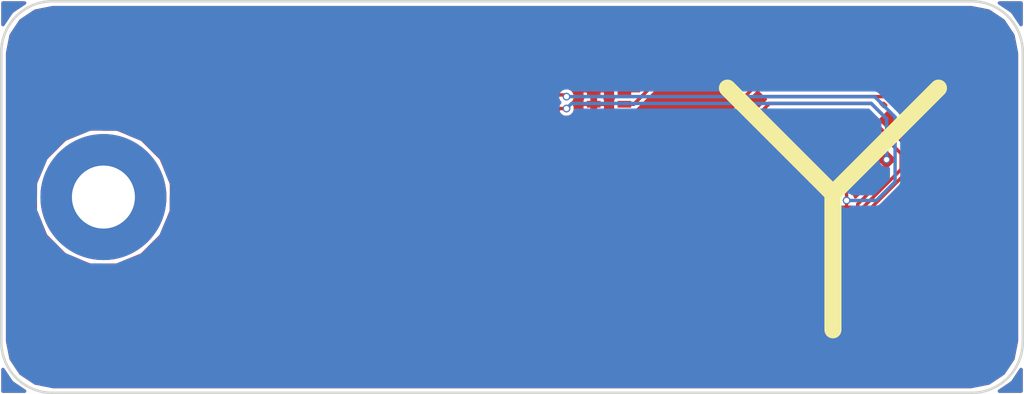
<source format=kicad_pcb>
(kicad_pcb (version 4) (host pcbnew 4.0.7)

  (general
    (links 42)
    (no_connects 0)
    (area 96.131714 18.791 160.075001 43.279)
    (thickness 1.6)
    (drawings 144)
    (tracks 278)
    (zones 0)
    (modules 22)
    (nets 21)
  )

  (page A4)
  (layers
    (0 F.Cu signal)
    (31 B.Cu signal)
    (32 B.Adhes user)
    (33 F.Adhes user)
    (34 B.Paste user)
    (35 F.Paste user)
    (36 B.SilkS user)
    (37 F.SilkS user)
    (38 B.Mask user)
    (39 F.Mask user)
    (40 Dwgs.User user)
    (41 Cmts.User user)
    (42 Eco1.User user)
    (43 Eco2.User user)
    (44 Edge.Cuts user)
    (45 Margin user)
    (46 B.CrtYd user)
    (47 F.CrtYd user)
    (48 B.Fab user)
    (49 F.Fab user)
  )

  (setup
    (last_trace_width 0.2)
    (trace_clearance 0.154)
    (zone_clearance 0.508)
    (zone_45_only no)
    (trace_min 0.153)
    (segment_width 0.2)
    (edge_width 0.15)
    (via_size 0.45)
    (via_drill 0.3)
    (via_min_size 0.4)
    (via_min_drill 0.3)
    (uvia_size 0.3)
    (uvia_drill 0.1)
    (uvias_allowed no)
    (uvia_min_size 0.2)
    (uvia_min_drill 0.1)
    (pcb_text_width 0.3)
    (pcb_text_size 1.5 1.5)
    (mod_edge_width 0.15)
    (mod_text_size 1 1)
    (mod_text_width 0.15)
    (pad_size 0.9 0.9)
    (pad_drill 0)
    (pad_to_mask_clearance 0)
    (aux_axis_origin 0 0)
    (visible_elements FFFFFF7F)
    (pcbplotparams
      (layerselection 0x00030_80000001)
      (usegerberextensions false)
      (excludeedgelayer true)
      (linewidth 0.100000)
      (plotframeref false)
      (viasonmask false)
      (mode 1)
      (useauxorigin false)
      (hpglpennumber 1)
      (hpglpenspeed 20)
      (hpglpendiameter 15)
      (hpglpenoverlay 2)
      (psnegative false)
      (psa4output false)
      (plotreference true)
      (plotvalue true)
      (plotinvisibletext false)
      (padsonsilk false)
      (subtractmaskfromsilk false)
      (outputformat 1)
      (mirror false)
      (drillshape 1)
      (scaleselection 1)
      (outputdirectory ""))
  )

  (net 0 "")
  (net 1 "Net-(D1-Pad2)")
  (net 2 "Net-(D1-Pad1)")
  (net 3 "Net-(D2-Pad2)")
  (net 4 "Net-(D3-Pad2)")
  (net 5 "Net-(D4-Pad2)")
  (net 6 "Net-(D4-Pad1)")
  (net 7 "Net-(D5-Pad2)")
  (net 8 "Net-(D6-Pad2)")
  (net 9 "Net-(D7-Pad2)")
  (net 10 "Net-(D7-Pad1)")
  (net 11 "Net-(D8-Pad2)")
  (net 12 "Net-(D9-Pad2)")
  (net 13 "Net-(D10-Pad2)")
  (net 14 "Net-(D10-Pad1)")
  (net 15 "Net-(D11-Pad2)")
  (net 16 "Net-(D12-Pad2)")
  (net 17 "Net-(BT1-Pad1)")
  (net 18 "Net-(C1-Pad1)")
  (net 19 "Net-(S1-Pad3)")
  (net 20 GND)

  (net_class Default "This is the default net class."
    (clearance 0.154)
    (trace_width 0.2)
    (via_dia 0.45)
    (via_drill 0.3)
    (uvia_dia 0.3)
    (uvia_drill 0.1)
    (add_net GND)
    (add_net "Net-(BT1-Pad1)")
    (add_net "Net-(C1-Pad1)")
    (add_net "Net-(D1-Pad1)")
    (add_net "Net-(D1-Pad2)")
    (add_net "Net-(D10-Pad1)")
    (add_net "Net-(D10-Pad2)")
    (add_net "Net-(D11-Pad2)")
    (add_net "Net-(D12-Pad2)")
    (add_net "Net-(D2-Pad2)")
    (add_net "Net-(D3-Pad2)")
    (add_net "Net-(D4-Pad1)")
    (add_net "Net-(D4-Pad2)")
    (add_net "Net-(D5-Pad2)")
    (add_net "Net-(D6-Pad2)")
    (add_net "Net-(D7-Pad1)")
    (add_net "Net-(D7-Pad2)")
    (add_net "Net-(D8-Pad2)")
    (add_net "Net-(D9-Pad2)")
    (add_net "Net-(S1-Pad3)")
  )

  (module Mounting_Holes:MountingHole_3.7mm_Pad (layer F.Cu) (tedit 5B547B64) (tstamp 5B5E0B45)
    (at 106 31.5)
    (descr "Mounting Hole 3.7mm")
    (tags "mounting hole 3.7mm")
    (attr virtual)
    (fp_text reference REF** (at 0 -4.7) (layer F.SilkS) hide
      (effects (font (size 1 1) (thickness 0.15)))
    )
    (fp_text value MountingHole_3.7mm_Pad (at 0 4.7) (layer F.Fab) hide
      (effects (font (size 1 1) (thickness 0.15)))
    )
    (fp_text user %R (at 0.3 0) (layer F.Fab)
      (effects (font (size 1 1) (thickness 0.15)))
    )
    (pad 1 thru_hole circle (at 0 0) (size 7.4 7.4) (drill 3.7) (layers *.Cu *.Mask))
  )

  (module Buttons_Switches_SMD:SW_SPDT_PCM12 (layer F.Cu) (tedit 5B545F76) (tstamp 5B537B74)
    (at 120.6 23.97 180)
    (descr "Ultraminiature Surface Mount Slide Switch")
    (path /5B53857B)
    (attr smd)
    (fp_text reference S1 (at 0 -3.2 180) (layer F.SilkS) hide
      (effects (font (size 1 1) (thickness 0.15)))
    )
    (fp_text value SWITCH (at 0 4.25 180) (layer F.Fab) hide
      (effects (font (size 1 1) (thickness 0.15)))
    )
    (fp_text user %R (at 0 -3.2 180) (layer F.Fab) hide
      (effects (font (size 1 1) (thickness 0.15)))
    )
    (pad 1 smd rect (at -2.25 -1.43 180) (size 0.7 1.5) (layers F.Cu F.Paste F.Mask)
      (net 17 "Net-(BT1-Pad1)"))
    (pad 2 smd rect (at 0.75 -1.43 180) (size 0.7 1.5) (layers F.Cu F.Paste F.Mask)
      (net 18 "Net-(C1-Pad1)"))
    (pad 3 smd rect (at 2.25 -1.43 180) (size 0.7 1.5) (layers F.Cu F.Paste F.Mask)
      (net 19 "Net-(S1-Pad3)"))
    (pad "" smd rect (at -3.65 1.43 180) (size 1 0.8) (layers F.Cu F.Paste F.Mask))
    (pad "" smd rect (at 3.65 1.43 180) (size 1 0.8) (layers F.Cu F.Paste F.Mask))
    (pad "" smd rect (at 3.65 -0.78 180) (size 1 0.8) (layers F.Cu F.Paste F.Mask))
    (pad "" smd rect (at -3.65 -0.78 180) (size 1 0.8) (layers F.Cu F.Paste F.Mask))
    (model ${KISYS3DMOD}/Buttons_Switches_SMD.3dshapes/SW_SPDT_PCM12.wrl
      (at (xyz 0 0 0))
      (scale (xyz 1 1 1))
      (rotate (xyz 0 0 0))
    )
  )

  (module Battery_Holders:Keystone_3000_1x12mm-CoinCell (layer F.Cu) (tedit 5B545F2B) (tstamp 5B537AD4)
    (at 120.6 34.75)
    (descr http://www.keyelco.com/product-pdf.cfm?p=777)
    (tags "Keystone type 3000 coin cell retainer")
    (path /5B537880)
    (attr smd)
    (fp_text reference BT1 (at 0 -8) (layer F.SilkS) hide
      (effects (font (size 1 1) (thickness 0.15)))
    )
    (fp_text value "3V Battery" (at 0 7.5) (layer F.Fab) hide
      (effects (font (size 1 1) (thickness 0.15)))
    )
    (pad 1 smd rect (at -7.9 0) (size 3.5 3.3) (layers F.Cu F.Paste F.Mask)
      (net 17 "Net-(BT1-Pad1)"))
    (pad 1 smd rect (at 7.9 0) (size 3.5 3.3) (layers F.Cu F.Paste F.Mask)
      (net 17 "Net-(BT1-Pad1)"))
    (pad 2 smd rect (at 0 0) (size 4 4) (layers F.Cu F.Mask)
      (net 20 GND))
    (model Battery_Holders.3dshapes/Keystone_3000_1x12mm-CoinCell.wrl
      (at (xyz 0 0 0))
      (scale (xyz 1 1 1))
      (rotate (xyz 0 0 0))
    )
  )

  (module TO_SOT_Packages_SMD:SOT-23-6 (layer F.Cu) (tedit 5B545CDD) (tstamp 5B537B7E)
    (at 130.6 26.45)
    (descr "6-pin SOT-23 package")
    (tags SOT-23-6)
    (path /5B50F6FE)
    (attr smd)
    (fp_text reference U1 (at 0 -2.9) (layer F.SilkS) hide
      (effects (font (size 1 1) (thickness 0.15)))
    )
    (fp_text value ATTINY10-TS (at 0 2.9) (layer F.Fab) hide
      (effects (font (size 1 1) (thickness 0.15)))
    )
    (pad 1 smd rect (at -1.1 -0.95) (size 1.06 0.65) (layers F.Cu F.Paste F.Mask)
      (net 2 "Net-(D1-Pad1)"))
    (pad 2 smd rect (at -1.1 0) (size 1.06 0.65) (layers F.Cu F.Paste F.Mask)
      (net 20 GND))
    (pad 3 smd rect (at -1.1 0.95) (size 1.06 0.65) (layers F.Cu F.Paste F.Mask)
      (net 6 "Net-(D4-Pad1)"))
    (pad 4 smd rect (at 1.1 0.95) (size 1.06 0.65) (layers F.Cu F.Paste F.Mask)
      (net 10 "Net-(D7-Pad1)"))
    (pad 6 smd rect (at 1.1 -0.95) (size 1.06 0.65) (layers F.Cu F.Paste F.Mask)
      (net 14 "Net-(D10-Pad1)"))
    (pad 5 smd rect (at 1.1 0) (size 1.06 0.65) (layers F.Cu F.Paste F.Mask)
      (net 18 "Net-(C1-Pad1)"))
    (model ${KISYS3DMOD}/TO_SOT_Packages_SMD.3dshapes/SOT-23-6.wrl
      (at (xyz 0 0 0))
      (scale (xyz 1 1 1))
      (rotate (xyz 0 0 0))
    )
  )

  (module Capacitors_SMD:C_0603 (layer F.Cu) (tedit 5B545CAC) (tstamp 5B537ADA)
    (at 131.7 31.2 270)
    (descr "Capacitor SMD 0603, reflow soldering, AVX (see smccp.pdf)")
    (tags "capacitor 0603")
    (path /5B53813F)
    (attr smd)
    (fp_text reference C1 (at 0 -1.5 270) (layer F.SilkS) hide
      (effects (font (size 1 1) (thickness 0.15)))
    )
    (fp_text value 100nF (at 0 1.5 270) (layer F.Fab) hide
      (effects (font (size 1 1) (thickness 0.15)))
    )
    (pad 2 smd rect (at 0.75 0 270) (size 0.8 0.75) (layers F.Cu F.Paste F.Mask)
      (net 20 GND))
    (pad 1 smd rect (at -0.75 0 270) (size 0.8 0.75) (layers F.Cu F.Paste F.Mask)
      (net 18 "Net-(C1-Pad1)"))
    (model Capacitors_SMD.3dshapes/C_0603.wrl
      (at (xyz 0 0 0))
      (scale (xyz 1 1 1))
      (rotate (xyz 0 0 0))
    )
  )

  (module Resistors_SMD:R_Array_Convex_4x0603 (layer F.Cu) (tedit 5B545C62) (tstamp 5B537B67)
    (at 135.7 36.55)
    (descr "Chip Resistor Network, ROHM MNR14 (see mnr_g.pdf)")
    (tags "resistor array")
    (path /5B53749E)
    (attr smd)
    (fp_text reference R3 (at 0 -2.8) (layer F.SilkS) hide
      (effects (font (size 1 1) (thickness 0.15)))
    )
    (fp_text value "4x0603 150" (at 0 2.8) (layer F.Fab) hide
      (effects (font (size 1 1) (thickness 0.15)))
    )
    (pad 1 smd rect (at -0.9 -1.2) (size 0.8 0.5) (layers F.Cu F.Paste F.Mask)
      (net 20 GND))
    (pad 3 smd rect (at -0.9 0.4) (size 0.8 0.4) (layers F.Cu F.Paste F.Mask)
      (net 20 GND))
    (pad 2 smd rect (at -0.9 -0.4) (size 0.8 0.4) (layers F.Cu F.Paste F.Mask)
      (net 20 GND))
    (pad 4 smd rect (at -0.9 1.2) (size 0.8 0.5) (layers F.Cu F.Paste F.Mask)
      (net 20 GND))
    (pad 7 smd rect (at 0.9 -0.4) (size 0.8 0.4) (layers F.Cu F.Paste F.Mask)
      (net 12 "Net-(D9-Pad2)"))
    (pad 8 smd rect (at 0.9 -1.2) (size 0.8 0.5) (layers F.Cu F.Paste F.Mask)
      (net 16 "Net-(D12-Pad2)"))
    (pad 6 smd rect (at 0.9 0.4) (size 0.8 0.4) (layers F.Cu F.Paste F.Mask)
      (net 8 "Net-(D6-Pad2)"))
    (pad 5 smd rect (at 0.9 1.2) (size 0.8 0.5) (layers F.Cu F.Paste F.Mask)
      (net 4 "Net-(D3-Pad2)"))
    (model ${KISYS3DMOD}/Resistors_SMD.3dshapes/R_Array_Convex_4x0603.wrl
      (at (xyz 0 0 0))
      (scale (xyz 1 1 1))
      (rotate (xyz 0 0 0))
    )
  )

  (module Resistors_SMD:R_Array_Convex_4x0603 (layer F.Cu) (tedit 5B545BC7) (tstamp 5B537B39)
    (at 135.7 31.5)
    (descr "Chip Resistor Network, ROHM MNR14 (see mnr_g.pdf)")
    (tags "resistor array")
    (path /5B537162)
    (attr smd)
    (fp_text reference R1 (at 0 -2.8) (layer F.SilkS) hide
      (effects (font (size 1 1) (thickness 0.15)))
    )
    (fp_text value "4x0603 150" (at 0 2.8) (layer F.Fab) hide
      (effects (font (size 1 1) (thickness 0.15)))
    )
    (pad 1 smd rect (at -0.9 -1.2) (size 0.8 0.5) (layers F.Cu F.Paste F.Mask)
      (net 20 GND))
    (pad 3 smd rect (at -0.9 0.4) (size 0.8 0.4) (layers F.Cu F.Paste F.Mask)
      (net 20 GND))
    (pad 2 smd rect (at -0.9 -0.4) (size 0.8 0.4) (layers F.Cu F.Paste F.Mask)
      (net 20 GND))
    (pad 4 smd rect (at -0.9 1.2) (size 0.8 0.5) (layers F.Cu F.Paste F.Mask)
      (net 20 GND))
    (pad 7 smd rect (at 0.9 -0.4) (size 0.8 0.4) (layers F.Cu F.Paste F.Mask)
      (net 5 "Net-(D4-Pad2)"))
    (pad 8 smd rect (at 0.9 -1.2) (size 0.8 0.5) (layers F.Cu F.Paste F.Mask)
      (net 1 "Net-(D1-Pad2)"))
    (pad 6 smd rect (at 0.9 0.4) (size 0.8 0.4) (layers F.Cu F.Paste F.Mask)
      (net 9 "Net-(D7-Pad2)"))
    (pad 5 smd rect (at 0.9 1.2) (size 0.8 0.5) (layers F.Cu F.Paste F.Mask)
      (net 13 "Net-(D10-Pad2)"))
    (model ${KISYS3DMOD}/Resistors_SMD.3dshapes/R_Array_Convex_4x0603.wrl
      (at (xyz 0 0 0))
      (scale (xyz 1 1 1))
      (rotate (xyz 0 0 0))
    )
  )

  (module Resistors_SMD:R_Array_Convex_4x0603 (layer F.Cu) (tedit 5B545AC2) (tstamp 5B537B50)
    (at 135.7 26.45)
    (descr "Chip Resistor Network, ROHM MNR14 (see mnr_g.pdf)")
    (tags "resistor array")
    (path /5B537458)
    (attr smd)
    (fp_text reference R2 (at 0 -2.8) (layer F.SilkS) hide
      (effects (font (size 1 1) (thickness 0.15)))
    )
    (fp_text value "4x0603 150" (at 0 2.8) (layer F.Fab) hide
      (effects (font (size 1 1) (thickness 0.15)))
    )
    (pad 1 smd rect (at -0.9 -1.2) (size 0.8 0.5) (layers F.Cu F.Paste F.Mask)
      (net 20 GND))
    (pad 3 smd rect (at -0.9 0.4) (size 0.8 0.4) (layers F.Cu F.Paste F.Mask)
      (net 20 GND))
    (pad 2 smd rect (at -0.9 -0.4) (size 0.8 0.4) (layers F.Cu F.Paste F.Mask)
      (net 20 GND))
    (pad 4 smd rect (at -0.9 1.2) (size 0.8 0.5) (layers F.Cu F.Paste F.Mask)
      (net 20 GND))
    (pad 7 smd rect (at 0.9 -0.4) (size 0.8 0.4) (layers F.Cu F.Paste F.Mask)
      (net 7 "Net-(D5-Pad2)"))
    (pad 8 smd rect (at 0.9 -1.2) (size 0.8 0.5) (layers F.Cu F.Paste F.Mask)
      (net 3 "Net-(D2-Pad2)"))
    (pad 6 smd rect (at 0.9 0.4) (size 0.8 0.4) (layers F.Cu F.Paste F.Mask)
      (net 11 "Net-(D8-Pad2)"))
    (pad 5 smd rect (at 0.9 1.2) (size 0.8 0.5) (layers F.Cu F.Paste F.Mask)
      (net 15 "Net-(D11-Pad2)"))
    (model ${KISYS3DMOD}/Resistors_SMD.3dshapes/R_Array_Convex_4x0603.wrl
      (at (xyz 0 0 0))
      (scale (xyz 1 1 1))
      (rotate (xyz 0 0 0))
    )
  )

  (module LEDs:LED_0603 (layer F.Cu) (tedit 5B54542B) (tstamp 5B537AEC)
    (at 148.85 37.5 180)
    (descr "LED 0603 smd package")
    (tags "LED led 0603 SMD smd SMT smt smdled SMDLED smtled SMTLED")
    (path /5B510D53)
    (attr smd)
    (fp_text reference D3 (at 0 -1.27 180) (layer F.SilkS) hide
      (effects (font (size 1 1) (thickness 0.15)))
    )
    (fp_text value LED (at 0 1.35 180) (layer F.Fab) hide
      (effects (font (size 1 1) (thickness 0.15)))
    )
    (pad 2 smd rect (at 0.8 0) (size 0.8 0.8) (layers F.Cu F.Paste F.Mask)
      (net 4 "Net-(D3-Pad2)"))
    (pad 1 smd rect (at -0.8 0) (size 0.8 0.8) (layers F.Cu F.Paste F.Mask)
      (net 2 "Net-(D1-Pad1)"))
    (model ${KISYS3DMOD}/LEDs.3dshapes/LED_0603.wrl
      (at (xyz 0 0 0))
      (scale (xyz 1 1 1))
      (rotate (xyz 0 0 180))
    )
  )

  (module LEDs:LED_0603 (layer F.Cu) (tedit 5B54543B) (tstamp 5B537AFE)
    (at 148.85 35.8 180)
    (descr "LED 0603 smd package")
    (tags "LED led 0603 SMD smd SMT smt smdled SMDLED smtled SMTLED")
    (path /5B510D73)
    (attr smd)
    (fp_text reference D6 (at 0 -1.25 180) (layer F.SilkS) hide
      (effects (font (size 1 1) (thickness 0.15)))
    )
    (fp_text value LED (at 0 1.35 180) (layer F.Fab) hide
      (effects (font (size 1 1) (thickness 0.15)))
    )
    (pad 2 smd rect (at 0.8 0) (size 0.8 0.8) (layers F.Cu F.Paste F.Mask)
      (net 8 "Net-(D6-Pad2)"))
    (pad 1 smd rect (at -0.8 0) (size 0.8 0.8) (layers F.Cu F.Paste F.Mask)
      (net 6 "Net-(D4-Pad1)"))
    (model ${KISYS3DMOD}/LEDs.3dshapes/LED_0603.wrl
      (at (xyz 0 0 0))
      (scale (xyz 1 1 1))
      (rotate (xyz 0 0 180))
    )
  )

  (module LEDs:LED_0603 (layer F.Cu) (tedit 5B545432) (tstamp 5B537B10)
    (at 148.85 34.1 180)
    (descr "LED 0603 smd package")
    (tags "LED led 0603 SMD smd SMT smt smdled SMDLED smtled SMTLED")
    (path /5B510E0A)
    (attr smd)
    (fp_text reference D9 (at 0 -1.25 180) (layer F.SilkS) hide
      (effects (font (size 1 1) (thickness 0.15)))
    )
    (fp_text value LED (at 0 1.35 180) (layer F.Fab) hide
      (effects (font (size 1 1) (thickness 0.15)))
    )
    (pad 2 smd rect (at 0.8 0) (size 0.8 0.8) (layers F.Cu F.Paste F.Mask)
      (net 12 "Net-(D9-Pad2)"))
    (pad 1 smd rect (at -0.8 0) (size 0.8 0.8) (layers F.Cu F.Paste F.Mask)
      (net 10 "Net-(D7-Pad1)"))
    (model ${KISYS3DMOD}/LEDs.3dshapes/LED_0603.wrl
      (at (xyz 0 0 0))
      (scale (xyz 1 1 1))
      (rotate (xyz 0 0 180))
    )
  )

  (module LEDs:LED_0603 (layer F.Cu) (tedit 5B545424) (tstamp 5B537B22)
    (at 148.85 32.4 180)
    (descr "LED 0603 smd package")
    (tags "LED led 0603 SMD smd SMT smt smdled SMDLED smtled SMTLED")
    (path /5B510EC6)
    (attr smd)
    (fp_text reference D12 (at 0 -1.25 180) (layer F.SilkS) hide
      (effects (font (size 1 1) (thickness 0.15)))
    )
    (fp_text value LED (at 0 1.35 180) (layer F.Fab) hide
      (effects (font (size 1 1) (thickness 0.15)))
    )
    (pad 2 smd rect (at 0.8 0) (size 0.8 0.8) (layers F.Cu F.Paste F.Mask)
      (net 16 "Net-(D12-Pad2)"))
    (pad 1 smd rect (at -0.8 0) (size 0.8 0.8) (layers F.Cu F.Paste F.Mask)
      (net 14 "Net-(D10-Pad1)"))
    (model ${KISYS3DMOD}/LEDs.3dshapes/LED_0603.wrl
      (at (xyz 0 0 0))
      (scale (xyz 1 1 1))
      (rotate (xyz 0 0 180))
    )
  )

  (module LEDs:LED_0603 (layer F.Cu) (tedit 5B54540B) (tstamp 5B537B1C)
    (at 150.234315 29.934315 135)
    (descr "LED 0603 smd package")
    (tags "LED led 0603 SMD smd SMT smt smdled SMDLED smtled SMTLED")
    (path /5B510F2F)
    (attr smd)
    (fp_text reference D11 (at 0 -1.25 135) (layer F.SilkS) hide
      (effects (font (size 1 1) (thickness 0.15)))
    )
    (fp_text value LED (at 0 1.35 135) (layer F.Fab) hide
      (effects (font (size 1 1) (thickness 0.15)))
    )
    (pad 2 smd rect (at 0.8 0 315) (size 0.8 0.8) (layers F.Cu F.Paste F.Mask)
      (net 15 "Net-(D11-Pad2)"))
    (pad 1 smd rect (at -0.8 0 315) (size 0.8 0.8) (layers F.Cu F.Paste F.Mask)
      (net 14 "Net-(D10-Pad1)"))
    (model ${KISYS3DMOD}/LEDs.3dshapes/LED_0603.wrl
      (at (xyz 0 0 0))
      (scale (xyz 1 1 1))
      (rotate (xyz 0 0 180))
    )
  )

  (module LEDs:LED_0603 (layer F.Cu) (tedit 5B545413) (tstamp 5B537B0A)
    (at 151.434315 28.734315 135)
    (descr "LED 0603 smd package")
    (tags "LED led 0603 SMD smd SMT smt smdled SMDLED smtled SMTLED")
    (path /5B510E61)
    (attr smd)
    (fp_text reference D8 (at 0 -1.25 135) (layer F.SilkS) hide
      (effects (font (size 1 1) (thickness 0.15)))
    )
    (fp_text value LED (at 0 1.35 135) (layer F.Fab) hide
      (effects (font (size 1 1) (thickness 0.15)))
    )
    (pad 2 smd rect (at 0.8 0 315) (size 0.8 0.8) (layers F.Cu F.Paste F.Mask)
      (net 11 "Net-(D8-Pad2)"))
    (pad 1 smd rect (at -0.8 0 315) (size 0.8 0.8) (layers F.Cu F.Paste F.Mask)
      (net 10 "Net-(D7-Pad1)"))
    (model ${KISYS3DMOD}/LEDs.3dshapes/LED_0603.wrl
      (at (xyz 0 0 0))
      (scale (xyz 1 1 1))
      (rotate (xyz 0 0 180))
    )
  )

  (module LEDs:LED_0603 (layer F.Cu) (tedit 5B54541B) (tstamp 5B537AF8)
    (at 152.634315 27.534315 135)
    (descr "LED 0603 smd package")
    (tags "LED led 0603 SMD smd SMT smt smdled SMDLED smtled SMTLED")
    (path /5B510DB7)
    (attr smd)
    (fp_text reference D5 (at 0 -1.25 135) (layer F.SilkS) hide
      (effects (font (size 1 1) (thickness 0.15)))
    )
    (fp_text value LED (at 0 1.35 135) (layer F.Fab) hide
      (effects (font (size 1 1) (thickness 0.15)))
    )
    (pad 2 smd rect (at 0.8 0 315) (size 0.8 0.8) (layers F.Cu F.Paste F.Mask)
      (net 7 "Net-(D5-Pad2)"))
    (pad 1 smd rect (at -0.8 0 315) (size 0.8 0.8) (layers F.Cu F.Paste F.Mask)
      (net 6 "Net-(D4-Pad1)"))
    (model ${KISYS3DMOD}/LEDs.3dshapes/LED_0603.wrl
      (at (xyz 0 0 0))
      (scale (xyz 1 1 1))
      (rotate (xyz 0 0 180))
    )
  )

  (module LEDs:LED_0603 (layer F.Cu) (tedit 5B545420) (tstamp 5B537AE6)
    (at 153.834315 26.334315 135)
    (descr "LED 0603 smd package")
    (tags "LED led 0603 SMD smd SMT smt smdled SMDLED smtled SMTLED")
    (path /5B510D38)
    (attr smd)
    (fp_text reference D2 (at 0 -1.25 135) (layer F.SilkS) hide
      (effects (font (size 1 1) (thickness 0.15)))
    )
    (fp_text value LED (at 0 1.35 135) (layer F.Fab) hide
      (effects (font (size 1 1) (thickness 0.15)))
    )
    (pad 2 smd rect (at 0.8 0 315) (size 0.8 0.8) (layers F.Cu F.Paste F.Mask)
      (net 3 "Net-(D2-Pad2)"))
    (pad 1 smd rect (at -0.8 0 315) (size 0.8 0.8) (layers F.Cu F.Paste F.Mask)
      (net 2 "Net-(D1-Pad1)"))
    (model ${KISYS3DMOD}/LEDs.3dshapes/LED_0603.wrl
      (at (xyz 0 0 0))
      (scale (xyz 1 1 1))
      (rotate (xyz 0 0 180))
    )
  )

  (module LEDs:LED_0603 (layer F.Cu) (tedit 5B545401) (tstamp 5B537B16)
    (at 147.465685 29.934315 225)
    (descr "LED 0603 smd package")
    (tags "LED led 0603 SMD smd SMT smt smdled SMDLED smtled SMTLED")
    (path /5B510EF9)
    (attr smd)
    (fp_text reference D10 (at 0 -1.25 225) (layer F.SilkS) hide
      (effects (font (size 1 1) (thickness 0.15)))
    )
    (fp_text value LED (at 0 1.35 225) (layer F.Fab) hide
      (effects (font (size 1 1) (thickness 0.15)))
    )
    (pad 2 smd rect (at 0.8 0 45) (size 0.8 0.8) (layers F.Cu F.Paste F.Mask)
      (net 13 "Net-(D10-Pad2)"))
    (pad 1 smd rect (at -0.8 0 45) (size 0.8 0.8) (layers F.Cu F.Paste F.Mask)
      (net 14 "Net-(D10-Pad1)"))
    (model ${KISYS3DMOD}/LEDs.3dshapes/LED_0603.wrl
      (at (xyz 0 0 0))
      (scale (xyz 1 1 1))
      (rotate (xyz 0 0 180))
    )
  )

  (module LEDs:LED_0603 (layer F.Cu) (tedit 5B5453EE) (tstamp 5B537B04)
    (at 146.265685 28.734315 225)
    (descr "LED 0603 smd package")
    (tags "LED led 0603 SMD smd SMT smt smdled SMDLED smtled SMTLED")
    (path /5B510E34)
    (attr smd)
    (fp_text reference D7 (at 0 -1.25 225) (layer F.SilkS) hide
      (effects (font (size 1 1) (thickness 0.15)))
    )
    (fp_text value LED (at 0 1.35 225) (layer F.Fab) hide
      (effects (font (size 1 1) (thickness 0.15)))
    )
    (pad 2 smd rect (at 0.8 0 45) (size 0.8 0.8) (layers F.Cu F.Paste F.Mask)
      (net 9 "Net-(D7-Pad2)"))
    (pad 1 smd rect (at -0.8 0 45) (size 0.8 0.8) (layers F.Cu F.Paste F.Mask)
      (net 10 "Net-(D7-Pad1)"))
    (model ${KISYS3DMOD}/LEDs.3dshapes/LED_0603.wrl
      (at (xyz 0 0 0))
      (scale (xyz 1 1 1))
      (rotate (xyz 0 0 180))
    )
  )

  (module LEDs:LED_0603 (layer F.Cu) (tedit 5B5453D7) (tstamp 5B537AF2)
    (at 145.065685 27.534315 225)
    (descr "LED 0603 smd package")
    (tags "LED led 0603 SMD smd SMT smt smdled SMDLED smtled SMTLED")
    (path /5B510D94)
    (attr smd)
    (fp_text reference D4 (at 0 -1.25 225) (layer F.SilkS) hide
      (effects (font (size 1 1) (thickness 0.15)))
    )
    (fp_text value LED (at 0 1.35 225) (layer F.Fab) hide
      (effects (font (size 1 1) (thickness 0.15)))
    )
    (pad 2 smd rect (at 0.8 0 45) (size 0.8 0.8) (layers F.Cu F.Paste F.Mask)
      (net 5 "Net-(D4-Pad2)"))
    (pad 1 smd rect (at -0.8 0 45) (size 0.8 0.8) (layers F.Cu F.Paste F.Mask)
      (net 6 "Net-(D4-Pad1)"))
    (model ${KISYS3DMOD}/LEDs.3dshapes/LED_0603.wrl
      (at (xyz 0 0 0))
      (scale (xyz 1 1 1))
      (rotate (xyz 0 0 180))
    )
  )

  (module LEDs:LED_0603 (layer F.Cu) (tedit 5B5453CC) (tstamp 5B537AE0)
    (at 143.865685 26.334315 225)
    (descr "LED 0603 smd package")
    (tags "LED led 0603 SMD smd SMT smt smdled SMDLED smtled SMTLED")
    (path /5B50FCFA)
    (attr smd)
    (fp_text reference D1 (at 0 -1.25 225) (layer F.SilkS) hide
      (effects (font (size 1 1) (thickness 0.15)))
    )
    (fp_text value LED (at 0 1.35 225) (layer F.Fab) hide
      (effects (font (size 1 1) (thickness 0.15)))
    )
    (pad 2 smd rect (at 0.8 0 45) (size 0.8 0.8) (layers F.Cu F.Paste F.Mask)
      (net 1 "Net-(D1-Pad2)"))
    (pad 1 smd rect (at -0.8 0 45) (size 0.8 0.8) (layers F.Cu F.Paste F.Mask)
      (net 2 "Net-(D1-Pad1)"))
    (model ${KISYS3DMOD}/LEDs.3dshapes/LED_0603.wrl
      (at (xyz 0 0 0))
      (scale (xyz 1 1 1))
      (rotate (xyz 0 0 180))
    )
  )

  (module LOGO:fontd (layer B.Cu) (tedit 0) (tstamp 5B845CF7)
    (at 134 31.5)
    (fp_text reference G*** (at 0 0) (layer B.SilkS) hide
      (effects (font (thickness 0.3)) (justify mirror))
    )
    (fp_text value LOGO (at 0.75 0) (layer B.SilkS) hide
      (effects (font (thickness 0.3)) (justify mirror))
    )
    (fp_poly (pts (xy 11.008585 -0.272203) (xy 11.271191 -0.317976) (xy 11.525673 -0.395873) (xy 11.768815 -0.504794)
      (xy 11.997403 -0.643641) (xy 12.20822 -0.811316) (xy 12.398053 -1.006718) (xy 12.563685 -1.22875)
      (xy 12.701903 -1.476311) (xy 12.80949 -1.748305) (xy 12.852303 -1.899193) (xy 12.884012 -2.077817)
      (xy 12.89929 -2.280294) (xy 12.89828 -2.491522) (xy 12.881125 -2.696398) (xy 12.847968 -2.879822)
      (xy 12.842815 -2.900076) (xy 12.747097 -3.182838) (xy 12.615593 -3.446789) (xy 12.451224 -3.688766)
      (xy 12.256912 -3.905604) (xy 12.035579 -4.094138) (xy 11.790145 -4.251207) (xy 11.523533 -4.373644)
      (xy 11.46175 -4.395815) (xy 11.203409 -4.464069) (xy 10.929828 -4.50011) (xy 10.65428 -4.50294)
      (xy 10.408495 -4.475003) (xy 10.120196 -4.402044) (xy 9.84939 -4.291909) (xy 9.598741 -4.147072)
      (xy 9.370916 -3.970008) (xy 9.168578 -3.763193) (xy 8.994392 -3.529102) (xy 8.851025 -3.270208)
      (xy 8.74114 -2.988989) (xy 8.715731 -2.902932) (xy 8.697795 -2.8296) (xy 8.68512 -2.755125)
      (xy 8.676828 -2.669759) (xy 8.67204 -2.563756) (xy 8.669878 -2.427369) (xy 8.669665 -2.391833)
      (xy 8.669946 -2.370666) (xy 9.240605 -2.370666) (xy 9.241134 -2.497226) (xy 9.244951 -2.593235)
      (xy 9.253329 -2.670427) (xy 9.267541 -2.740536) (xy 9.28882 -2.815166) (xy 9.384546 -3.058554)
      (xy 9.511989 -3.274774) (xy 9.673212 -3.46687) (xy 9.819902 -3.598843) (xy 10.029472 -3.74061)
      (xy 10.255956 -3.844579) (xy 10.495384 -3.909776) (xy 10.743787 -3.935224) (xy 10.997193 -3.91995)
      (xy 11.07494 -3.907025) (xy 11.312382 -3.840606) (xy 11.534414 -3.737064) (xy 11.737268 -3.599972)
      (xy 11.917181 -3.432908) (xy 12.070388 -3.239446) (xy 12.193124 -3.023161) (xy 12.281623 -2.78763)
      (xy 12.291502 -2.751666) (xy 12.31354 -2.629714) (xy 12.325165 -2.482161) (xy 12.32639 -2.324437)
      (xy 12.31723 -2.17197) (xy 12.297698 -2.040189) (xy 12.290823 -2.010833) (xy 12.243156 -1.867281)
      (xy 12.173801 -1.711113) (xy 12.091278 -1.559373) (xy 12.004107 -1.429104) (xy 11.992657 -1.414357)
      (xy 11.823592 -1.233795) (xy 11.63088 -1.085505) (xy 11.419293 -0.970377) (xy 11.193598 -0.889303)
      (xy 10.958564 -0.843174) (xy 10.71896 -0.83288) (xy 10.479555 -0.859314) (xy 10.245118 -0.923365)
      (xy 10.020418 -1.025924) (xy 9.994168 -1.04096) (xy 9.893977 -1.110508) (xy 9.782186 -1.205619)
      (xy 9.668773 -1.316119) (xy 9.563718 -1.431836) (xy 9.477 -1.542598) (xy 9.430317 -1.615722)
      (xy 9.352385 -1.768899) (xy 9.297894 -1.910333) (xy 9.263394 -2.05375) (xy 9.245437 -2.212874)
      (xy 9.240605 -2.370666) (xy 8.669946 -2.370666) (xy 8.672174 -2.203335) (xy 8.683435 -2.044734)
      (xy 8.706112 -1.904034) (xy 8.742867 -1.769239) (xy 8.796364 -1.628353) (xy 8.869264 -1.469379)
      (xy 8.878757 -1.449916) (xy 9.029032 -1.187536) (xy 9.207166 -0.95669) (xy 9.412778 -0.757863)
      (xy 9.442372 -0.733699) (xy 9.68621 -0.563654) (xy 9.941214 -0.432325) (xy 10.204168 -0.338615)
      (xy 10.471858 -0.281423) (xy 10.741069 -0.259653) (xy 11.008585 -0.272203)) (layer B.Mask) (width 0.01))
    (fp_poly (pts (xy -13.716 -2.098837) (xy -13.126069 -3.18196) (xy -13.017542 -3.381294) (xy -12.914279 -3.571104)
      (xy -12.818202 -3.747849) (xy -12.731232 -3.907988) (xy -12.65529 -4.04798) (xy -12.592297 -4.164284)
      (xy -12.544174 -4.25336) (xy -12.512843 -4.311667) (xy -12.501109 -4.333875) (xy -12.466079 -4.402666)
      (xy -13.902672 -4.402666) (xy -14.123269 -3.998552) (xy -14.188659 -3.880061) (xy -14.248002 -3.774987)
      (xy -14.298122 -3.688752) (xy -14.335845 -3.626778) (xy -14.357997 -3.594488) (xy -14.361808 -3.591094)
      (xy -14.376672 -3.60789) (xy -14.408184 -3.656762) (xy -14.453193 -3.732367) (xy -14.508549 -3.829363)
      (xy -14.571105 -3.942406) (xy -14.596895 -3.989916) (xy -14.814039 -4.392083) (xy -15.535914 -4.397653)
      (xy -16.257788 -4.403224) (xy -16.23289 -4.35532) (xy -16.218475 -4.328426) (xy -16.185689 -4.267763)
      (xy -16.136387 -4.176752) (xy -16.072424 -4.058811) (xy -15.996189 -3.918338) (xy -15.329207 -3.918338)
      (xy -15.230389 -3.911794) (xy -15.131572 -3.90525) (xy -14.760566 -3.217333) (xy -14.675773 -3.060453)
      (xy -14.59692 -2.915223) (xy -14.526341 -2.785889) (xy -14.46637 -2.6767) (xy -14.419339 -2.591904)
      (xy -14.387583 -2.535749) (xy -14.373435 -2.512482) (xy -14.373277 -2.512305) (xy -14.359939 -2.526389)
      (xy -14.328914 -2.573885) (xy -14.282477 -2.65087) (xy -14.222899 -2.753421) (xy -14.152454 -2.877618)
      (xy -14.073414 -3.019537) (xy -13.988051 -3.175256) (xy -13.971612 -3.205513) (xy -13.58623 -3.915833)
      (xy -13.500684 -3.915833) (xy -13.446386 -3.912752) (xy -13.425757 -3.900954) (xy -13.427909 -3.88255)
      (xy -13.440457 -3.8573) (xy -13.47103 -3.798909) (xy -13.517456 -3.711437) (xy -13.577561 -3.598948)
      (xy -13.649172 -3.465502) (xy -13.730117 -3.315161) (xy -13.818222 -3.151988) (xy -13.864091 -3.06721)
      (xy -14.2875 -2.285154) (xy -14.2875 -0.846666) (xy -14.435666 -0.846666) (xy -14.435666 -2.287054)
      (xy -14.819002 -2.990319) (xy -14.908077 -3.153628) (xy -14.993245 -3.309576) (xy -15.071792 -3.453208)
      (xy -15.141005 -3.579568) (xy -15.19817 -3.683702) (xy -15.240572 -3.760655) (xy -15.265497 -3.805472)
      (xy -15.265772 -3.80596) (xy -15.329207 -3.918338) (xy -15.996189 -3.918338) (xy -15.995658 -3.917361)
      (xy -15.907943 -3.755821) (xy -15.811136 -3.577611) (xy -15.707092 -3.38615) (xy -15.607579 -3.203091)
      (xy -15.007166 -2.098766) (xy -15.007166 -0.359833) (xy -13.716 -0.359833) (xy -13.716 -2.098837)) (layer B.Mask) (width 0.01))
    (fp_poly (pts (xy -8.932333 -4.402666) (xy -9.710208 -4.400616) (xy -9.958611 -4.399266) (xy -10.167682 -4.39657)
      (xy -10.340405 -4.392432) (xy -10.479761 -4.386753) (xy -10.588735 -4.379438) (xy -10.670309 -4.370389)
      (xy -10.678583 -4.369154) (xy -10.931889 -4.318301) (xy -11.178131 -4.246423) (xy -11.407505 -4.15709)
      (xy -11.610206 -4.053875) (xy -11.700074 -3.997094) (xy -11.903835 -3.832628) (xy -12.076736 -3.639873)
      (xy -12.217936 -3.42039) (xy -12.326596 -3.175738) (xy -12.401874 -2.907477) (xy -12.442841 -2.618302)
      (xy -12.449497 -2.370596) (xy -11.840681 -2.370596) (xy -11.837822 -2.539816) (xy -11.825406 -2.695733)
      (xy -11.803286 -2.824677) (xy -11.803167 -2.825165) (xy -11.72616 -3.056658) (xy -11.61505 -3.263674)
      (xy -11.471368 -3.444592) (xy -11.296643 -3.597791) (xy -11.092406 -3.721648) (xy -10.873192 -3.810417)
      (xy -10.758257 -3.844389) (xy -10.64599 -3.870331) (xy -10.527965 -3.889226) (xy -10.395759 -3.902056)
      (xy -10.240947 -3.909804) (xy -10.055105 -3.913451) (xy -9.985375 -3.913923) (xy -9.546166 -3.915833)
      (xy -9.546166 -0.846666) (xy -9.900708 -0.846726) (xy -10.13754 -0.850328) (xy -10.340969 -0.861651)
      (xy -10.519375 -0.881599) (xy -10.681136 -0.911078) (xy -10.816166 -0.945562) (xy -11.054216 -1.034078)
      (xy -11.263364 -1.152973) (xy -11.44264 -1.301276) (xy -11.591073 -1.478021) (xy -11.70769 -1.682237)
      (xy -11.791521 -1.912958) (xy -11.793391 -1.919806) (xy -11.818318 -2.046922) (xy -11.83413 -2.201741)
      (xy -11.840681 -2.370596) (xy -12.449497 -2.370596) (xy -12.451581 -2.293051) (xy -12.424939 -1.990378)
      (xy -12.363456 -1.711026) (xy -12.267678 -1.45574) (xy -12.138145 -1.225263) (xy -11.975402 -1.020338)
      (xy -11.779991 -0.841709) (xy -11.552456 -0.690119) (xy -11.293339 -0.566313) (xy -11.003183 -0.471034)
      (xy -10.848397 -0.434687) (xy -10.740807 -0.414398) (xy -10.630326 -0.397935) (xy -10.511234 -0.384955)
      (xy -10.377814 -0.375111) (xy -10.224348 -0.368058) (xy -10.045115 -0.363451) (xy -9.8344 -0.360944)
      (xy -9.614958 -0.3602) (xy -8.932333 -0.359833) (xy -8.932333 -4.402666)) (layer B.Mask) (width 0.01))
    (fp_poly (pts (xy -6.69925 -1.355991) (xy -6.6879 -0.359833) (xy -5.376333 -0.359833) (xy -5.376333 -4.402666)
      (xy -6.238875 -4.399495) (xy -6.428333 -4.398591) (xy -6.606511 -4.397345) (xy -6.768523 -4.39582)
      (xy -6.909482 -4.39408) (xy -7.024505 -4.392187) (xy -7.108705 -4.390205) (xy -7.157196 -4.388198)
      (xy -7.164916 -4.387489) (xy -7.381156 -4.342334) (xy -7.602889 -4.268856) (xy -7.81492 -4.17305)
      (xy -8.002052 -4.06091) (xy -8.013785 -4.052633) (xy -8.172557 -3.915834) (xy -8.31407 -3.747581)
      (xy -8.43183 -3.557365) (xy -8.51934 -3.354674) (xy -8.54209 -3.280833) (xy -8.563717 -3.173168)
      (xy -8.579217 -3.038169) (xy -8.587837 -2.892323) (xy -7.975968 -2.892323) (xy -7.975571 -2.902417)
      (xy -7.970174 -3.008078) (xy -7.962153 -3.085172) (xy -7.948367 -3.147463) (xy -7.925678 -3.208717)
      (xy -7.890948 -3.282696) (xy -7.887036 -3.290627) (xy -7.778419 -3.467056) (xy -7.641073 -3.613564)
      (xy -7.473188 -3.731757) (xy -7.2971 -3.814252) (xy -7.209581 -3.845268) (xy -7.124372 -3.869236)
      (xy -7.034126 -3.887035) (xy -6.931497 -3.899542) (xy -6.809138 -3.907635) (xy -6.659701 -3.912193)
      (xy -6.47584 -3.914093) (xy -6.461125 -3.91415) (xy -5.990166 -3.915833) (xy -5.990166 -0.846666)
      (xy -6.1595 -0.846666) (xy -6.1595 -1.773722) (xy -6.598708 -1.784248) (xy -6.733015 -1.787772)
      (xy -6.85465 -1.79154) (xy -6.956618 -1.795287) (xy -7.031927 -1.798753) (xy -7.073581 -1.801672)
      (xy -7.077787 -1.802262) (xy -7.094145 -1.798096) (xy -7.116906 -1.777981) (xy -7.148519 -1.738361)
      (xy -7.191433 -1.675682) (xy -7.248098 -1.586388) (xy -7.320963 -1.466924) (xy -7.400737 -1.3335)
      (xy -7.683815 -0.85725) (xy -7.879013 -0.844142) (xy -7.836707 -0.914196) (xy -7.751966 -1.055034)
      (xy -7.666563 -1.197913) (xy -7.583265 -1.338113) (xy -7.504838 -1.470913) (xy -7.434051 -1.591593)
      (xy -7.373671 -1.695434) (xy -7.326464 -1.777716) (xy -7.295199 -1.833718) (xy -7.282643 -1.858721)
      (xy -7.282524 -1.859413) (xy -7.300817 -1.874447) (xy -7.348166 -1.901715) (xy -7.415124 -1.93586)
      (xy -7.43013 -1.943088) (xy -7.568214 -2.023176) (xy -7.694593 -2.123189) (xy -7.798461 -2.233557)
      (xy -7.857153 -2.32115) (xy -7.918413 -2.452148) (xy -7.956821 -2.582104) (xy -7.975099 -2.724376)
      (xy -7.975968 -2.892323) (xy -8.587837 -2.892323) (xy -8.587946 -2.890479) (xy -8.589259 -2.744742)
      (xy -8.582514 -2.615602) (xy -8.574185 -2.551338) (xy -8.531425 -2.384317) (xy -8.46345 -2.213799)
      (xy -8.376319 -2.050953) (xy -8.276091 -1.906951) (xy -8.168826 -1.792964) (xy -8.157668 -1.783413)
      (xy -8.107095 -1.738258) (xy -8.073259 -1.702527) (xy -8.0645 -1.68766) (xy -8.074598 -1.665683)
      (xy -8.103299 -1.611274) (xy -8.148212 -1.528765) (xy -8.206946 -1.422486) (xy -8.277112 -1.296767)
      (xy -8.356317 -1.155938) (xy -8.427205 -1.030684) (xy -8.512381 -0.880599) (xy -8.590954 -0.742143)
      (xy -8.660471 -0.61964) (xy -8.71848 -0.517412) (xy -8.762529 -0.439781) (xy -8.790163 -0.391069)
      (xy -8.798871 -0.375708) (xy -8.780601 -0.372066) (xy -8.724651 -0.368718) (xy -8.635677 -0.365762)
      (xy -8.518333 -0.363298) (xy -8.377271 -0.361423) (xy -8.217148 -0.360235) (xy -8.047488 -0.359833)
      (xy -7.287144 -0.359833) (xy -6.69925 -1.355991)) (layer B.Mask) (width 0.01))
    (fp_poly (pts (xy -3.174845 -0.261222) (xy -2.881749 -0.292908) (xy -2.619342 -0.353704) (xy -2.387525 -0.443666)
      (xy -2.186196 -0.562852) (xy -2.015255 -0.711318) (xy -1.874602 -0.889122) (xy -1.786072 -1.04775)
      (xy -1.75911 -1.104344) (xy -1.735732 -1.15466) (xy -1.715668 -1.202035) (xy -1.698651 -1.24981)
      (xy -1.684411 -1.301322) (xy -1.67268 -1.359912) (xy -1.663188 -1.428917) (xy -1.655668 -1.511676)
      (xy -1.649851 -1.61153) (xy -1.645468 -1.731816) (xy -1.64225 -1.875873) (xy -1.639928 -2.047042)
      (xy -1.638234 -2.248659) (xy -1.6369 -2.484065) (xy -1.635655 -2.756599) (xy -1.6349 -2.926291)
      (xy -1.628205 -4.402666) (xy -2.920087 -4.402666) (xy -2.925835 -3.053291) (xy -2.927031 -2.780836)
      (xy -2.928196 -2.54746) (xy -2.929442 -2.349911) (xy -2.93088 -2.184935) (xy -2.932622 -2.049278)
      (xy -2.934781 -1.939687) (xy -2.937466 -1.85291) (xy -2.940791 -1.785691) (xy -2.944867 -1.734778)
      (xy -2.949805 -1.696918) (xy -2.955717 -1.668857) (xy -2.962715 -1.647342) (xy -2.97091 -1.629119)
      (xy -2.974985 -1.621189) (xy -3.03399 -1.541232) (xy -3.114869 -1.489908) (xy -3.223232 -1.464473)
      (xy -3.303831 -1.4605) (xy -3.427188 -1.472829) (xy -3.522646 -1.512387) (xy -3.597601 -1.583028)
      (xy -3.628939 -1.629905) (xy -3.637718 -1.645876) (xy -3.645247 -1.663802) (xy -3.65164 -1.686917)
      (xy -3.657008 -1.718453) (xy -3.661463 -1.761642) (xy -3.665117 -1.819717) (xy -3.668083 -1.895911)
      (xy -3.670472 -1.993457) (xy -3.672397 -2.115586) (xy -3.67397 -2.265533) (xy -3.675304 -2.446529)
      (xy -3.676509 -2.661807) (xy -3.677698 -2.914599) (xy -3.67831 -3.053291) (xy -3.684203 -4.402666)
      (xy -4.974166 -4.402666) (xy -4.974166 -2.983607) (xy -4.974152 -2.880198) (xy -4.3815 -2.880198)
      (xy -4.3815 -3.915833) (xy -4.212166 -3.915833) (xy -4.211799 -2.831041) (xy -4.211501 -2.566785)
      (xy -4.210622 -2.341124) (xy -4.208894 -2.15032) (xy -4.206049 -1.990636) (xy -4.20182 -1.858333)
      (xy -4.195939 -1.749674) (xy -4.188137 -1.660922) (xy -4.178149 -1.588339) (xy -4.165704 -1.528188)
      (xy -4.150537 -1.476731) (xy -4.13238 -1.430229) (xy -4.110963 -1.384947) (xy -4.107765 -1.378639)
      (xy -4.01934 -1.25133) (xy -3.894661 -1.143153) (xy -3.769542 -1.071497) (xy -3.714334 -1.046036)
      (xy -3.667867 -1.02813) (xy -3.620948 -1.016452) (xy -3.564383 -1.00967) (xy -3.488979 -1.006456)
      (xy -3.385542 -1.00548) (xy -3.312583 -1.005416) (xy -3.179706 -1.006372) (xy -3.080368 -1.009794)
      (xy -3.005809 -1.016518) (xy -2.947268 -1.027378) (xy -2.895982 -1.043207) (xy -2.88925 -1.045727)
      (xy -2.728742 -1.124906) (xy -2.601067 -1.22918) (xy -2.502544 -1.362226) (xy -2.442089 -1.49225)
      (xy -2.433433 -1.51773) (xy -2.426088 -1.546669) (xy -2.419922 -1.582673) (xy -2.414805 -1.629352)
      (xy -2.410606 -1.690315) (xy -2.407195 -1.76917) (xy -2.40444 -1.869525) (xy -2.402212 -1.99499)
      (xy -2.400378 -2.149173) (xy -2.398809 -2.335683) (xy -2.397374 -2.558129) (xy -2.396274 -2.756958)
      (xy -2.390132 -3.915833) (xy -2.21928 -3.915833) (xy -2.227695 -2.778125) (xy -2.2297 -2.524488)
      (xy -2.231748 -2.309524) (xy -2.233968 -2.129574) (xy -2.236488 -1.980979) (xy -2.239439 -1.860077)
      (xy -2.242949 -1.76321) (xy -2.247148 -1.686718) (xy -2.252165 -1.626941) (xy -2.258129 -1.580219)
      (xy -2.26517 -1.542892) (xy -2.272334 -1.515001) (xy -2.344291 -1.327343) (xy -2.443604 -1.17112)
      (xy -2.572235 -1.044368) (xy -2.732142 -0.945126) (xy -2.911054 -0.875674) (xy -3.018625 -0.853177)
      (xy -3.153951 -0.839834) (xy -3.303464 -0.835619) (xy -3.453592 -0.840505) (xy -3.590767 -0.854464)
      (xy -3.700702 -0.877257) (xy -3.872185 -0.947065) (xy -4.026064 -1.047639) (xy -4.155711 -1.173091)
      (xy -4.254498 -1.317533) (xy -4.293679 -1.40401) (xy -4.312636 -1.459288) (xy -4.328718 -1.518234)
      (xy -4.34215 -1.584668) (xy -4.353161 -1.662406) (xy -4.361976 -1.755265) (xy -4.368824 -1.867064)
      (xy -4.373931 -2.001619) (xy -4.377525 -2.162749) (xy -4.379832 -2.35427) (xy -4.38108 -2.580001)
      (xy -4.381495 -2.843758) (xy -4.3815 -2.880198) (xy -4.974152 -2.880198) (xy -4.974125 -2.684711)
      (xy -4.973814 -2.424763) (xy -4.972952 -2.200379) (xy -4.971256 -2.008173) (xy -4.968446 -1.844761)
      (xy -4.96424 -1.706757) (xy -4.958356 -1.590778) (xy -4.950513 -1.493438) (xy -4.94043 -1.411351)
      (xy -4.927824 -1.341134) (xy -4.912415 -1.279401) (xy -4.893921 -1.222768) (xy -4.87206 -1.167849)
      (xy -4.846551 -1.111259) (xy -4.817113 -1.049614) (xy -4.812531 -1.040118) (xy -4.695587 -0.84503)
      (xy -4.546662 -0.67606) (xy -4.36785 -0.534203) (xy -4.161245 -0.420454) (xy -3.92894 -0.335809)
      (xy -3.673028 -0.281264) (xy -3.395603 -0.257814) (xy -3.174845 -0.261222)) (layer B.Mask) (width 0.01))
    (fp_poly (pts (xy 2.2225 -4.402666) (xy 1.444625 -4.400616) (xy 1.187686 -4.399149) (xy 0.97117 -4.396174)
      (xy 0.793196 -4.391629) (xy 0.651877 -4.385457) (xy 0.545331 -4.377596) (xy 0.485319 -4.370281)
      (xy 0.163322 -4.305004) (xy -0.125282 -4.214438) (xy -0.381538 -4.097915) (xy -0.606489 -3.954767)
      (xy -0.801181 -3.784326) (xy -0.966659 -3.585923) (xy -1.103966 -3.358889) (xy -1.10806 -3.350841)
      (xy -1.192238 -3.145531) (xy -1.253417 -2.913175) (xy -1.2911 -2.662587) (xy -1.304789 -2.402579)
      (xy -1.302145 -2.338783) (xy -0.68748 -2.338783) (xy -0.686586 -2.495314) (xy -0.678805 -2.642772)
      (xy -0.664121 -2.768956) (xy -0.650198 -2.836333) (xy -0.568148 -3.071236) (xy -0.454475 -3.278043)
      (xy -0.309363 -3.456597) (xy -0.132994 -3.606742) (xy 0.074449 -3.72832) (xy 0.312783 -3.821173)
      (xy 0.565995 -3.882337) (xy 0.661248 -3.894633) (xy 0.793029 -3.904173) (xy 0.955606 -3.910658)
      (xy 1.143247 -3.913788) (xy 1.169459 -3.913933) (xy 1.608667 -3.915833) (xy 1.608667 -0.841207)
      (xy 1.137709 -0.85318) (xy 0.940035 -0.859594) (xy 0.776913 -0.868463) (xy 0.640583 -0.880817)
      (xy 0.523286 -0.897687) (xy 0.417265 -0.920102) (xy 0.314761 -0.949092) (xy 0.248173 -0.97131)
      (xy 0.021689 -1.07129) (xy -0.177663 -1.202192) (xy -0.347745 -1.361713) (xy -0.486421 -1.547556)
      (xy -0.591553 -1.75742) (xy -0.649004 -1.93675) (xy -0.668673 -2.047301) (xy -0.681504 -2.185379)
      (xy -0.68748 -2.338783) (xy -1.302145 -2.338783) (xy -1.293987 -2.141964) (xy -1.258197 -1.889553)
      (xy -1.202776 -1.672166) (xy -1.101414 -1.420747) (xy -0.966157 -1.194211) (xy -0.797938 -0.993377)
      (xy -0.597689 -0.819063) (xy -0.366342 -0.672087) (xy -0.104831 -0.553267) (xy 0.170849 -0.467174)
      (xy 0.290878 -0.439054) (xy 0.410319 -0.416041) (xy 0.534954 -0.397685) (xy 0.670564 -0.383535)
      (xy 0.822932 -0.373141) (xy 0.997839 -0.366053) (xy 1.201067 -0.36182) (xy 1.438399 -0.359992)
      (xy 1.548843 -0.359833) (xy 2.2225 -0.359833) (xy 2.2225 -4.402666)) (layer B.Mask) (width 0.01))
    (fp_poly (pts (xy 3.65187 -0.53975) (xy 3.714236 -0.719666) (xy 4.947491 -0.719666) (xy 5.074283 -0.370416)
      (xy 5.712142 -0.364814) (xy 5.871581 -0.363687) (xy 6.016451 -0.363189) (xy 6.141591 -0.363296)
      (xy 6.24184 -0.363982) (xy 6.312035 -0.365225) (xy 6.347015 -0.366999) (xy 6.35 -0.367805)
      (xy 6.342655 -0.388384) (xy 6.321306 -0.44582) (xy 6.286978 -0.537394) (xy 6.240698 -0.660387)
      (xy 6.183494 -0.812082) (xy 6.116393 -0.98976) (xy 6.040421 -1.190702) (xy 5.956605 -1.41219)
      (xy 5.865972 -1.651506) (xy 5.769548 -1.905932) (xy 5.668361 -2.172749) (xy 5.628274 -2.278407)
      (xy 5.524479 -2.551955) (xy 5.42429 -2.816018) (xy 5.328814 -3.067679) (xy 5.239157 -3.304021)
      (xy 5.156426 -3.522126) (xy 5.081727 -3.719078) (xy 5.016166 -3.89196) (xy 4.960849 -4.037854)
      (xy 4.916884 -4.153844) (xy 4.885375 -4.237012) (xy 4.86743 -4.284442) (xy 4.864753 -4.291541)
      (xy 4.822959 -4.402666) (xy 3.841701 -4.402666) (xy 3.101981 -2.450041) (xy 2.997369 -2.173944)
      (xy 2.896608 -1.908103) (xy 2.80076 -1.655315) (xy 2.710887 -1.418373) (xy 2.62805 -1.200073)
      (xy 2.55331 -1.003211) (xy 2.499035 -0.86034) (xy 3.054647 -0.86034) (xy 3.05828 -0.883708)
      (xy 3.068168 -0.909358) (xy 3.091842 -0.971226) (xy 3.128025 -1.065965) (xy 3.175443 -1.190228)
      (xy 3.232818 -1.34067) (xy 3.298876 -1.513944) (xy 3.372339 -1.706704) (xy 3.451932 -1.915605)
      (xy 3.536379 -2.137299) (xy 3.580919 -2.25425) (xy 3.668997 -2.485501) (xy 3.754132 -2.708968)
      (xy 3.834883 -2.92087) (xy 3.909808 -3.117427) (xy 3.977466 -3.294859) (xy 4.036415 -3.449388)
      (xy 4.085215 -3.577232) (xy 4.122423 -3.674613) (xy 4.146599 -3.737751) (xy 4.152382 -3.75279)
      (xy 4.216014 -3.917831) (xy 4.335055 -3.91154) (xy 4.454096 -3.90525) (xy 5.031207 -2.391833)
      (xy 5.123124 -2.1506) (xy 5.210535 -1.920829) (xy 5.292281 -1.705585) (xy 5.367203 -1.507938)
      (xy 5.434143 -1.330956) (xy 5.491942 -1.177707) (xy 5.539441 -1.051259) (xy 5.575482 -0.95468)
      (xy 5.598906 -0.891038) (xy 5.608554 -0.863401) (xy 5.608742 -0.862541) (xy 5.590315 -0.852369)
      (xy 5.544048 -0.846944) (xy 5.529172 -0.846666) (xy 5.487239 -0.848234) (xy 5.459508 -0.858647)
      (xy 5.438021 -0.886467) (xy 5.414821 -0.940258) (xy 5.396407 -0.989541) (xy 5.343636 -1.132416)
      (xy 3.327024 -1.143408) (xy 3.270328 -0.995037) (xy 3.213633 -0.846666) (xy 3.128552 -0.846666)
      (xy 3.074984 -0.849299) (xy 3.054647 -0.86034) (xy 2.499035 -0.86034) (xy 2.487729 -0.830581)
      (xy 2.432368 -0.684979) (xy 2.388288 -0.5692) (xy 2.35655 -0.486039) (xy 2.338217 -0.438291)
      (xy 2.33443 -0.428625) (xy 2.306599 -0.359833) (xy 3.589504 -0.359833) (xy 3.65187 -0.53975)) (layer B.Mask) (width 0.01))
    (fp_poly (pts (xy 8.530167 -1.3335) (xy 8.25432 -1.3335) (xy 8.108535 -1.335913) (xy 8.001125 -1.343368)
      (xy 7.928394 -1.356183) (xy 7.906476 -1.363582) (xy 7.880254 -1.374284) (xy 7.857571 -1.384902)
      (xy 7.83817 -1.398397) (xy 7.821796 -1.417729) (xy 7.808192 -1.445859) (xy 7.797102 -1.485749)
      (xy 7.78827 -1.540358) (xy 7.78144 -1.612648) (xy 7.776355 -1.705579) (xy 7.77276 -1.822112)
      (xy 7.770398 -1.965209) (xy 7.769013 -2.137829) (xy 7.76835 -2.342933) (xy 7.768151 -2.583483)
      (xy 7.768161 -2.862439) (xy 7.768167 -2.962282) (xy 7.768167 -4.402666) (xy 6.434667 -4.402666)
      (xy 6.434715 -3.915833) (xy 7.026155 -3.915833) (xy 7.174024 -3.915833) (xy 7.180054 -2.555875)
      (xy 7.181332 -2.281255) (xy 7.182617 -2.045771) (xy 7.184006 -1.846223) (xy 7.185599 -1.679414)
      (xy 7.187497 -1.542144) (xy 7.189798 -1.431216) (xy 7.192601 -1.34343) (xy 7.196007 -1.27559)
      (xy 7.200114 -1.224495) (xy 7.205023 -1.186949) (xy 7.210832 -1.159752) (xy 7.217641 -1.139707)
      (xy 7.224531 -1.125457) (xy 7.2551 -1.079889) (xy 7.294255 -1.046027) (xy 7.34824 -1.022243)
      (xy 7.423294 -1.006908) (xy 7.525659 -0.998394) (xy 7.661576 -0.995073) (xy 7.725154 -0.994833)
      (xy 8.043334 -0.994833) (xy 8.043334 -0.842398) (xy 7.688792 -0.849898) (xy 7.556774 -0.853066)
      (xy 7.459346 -0.856839) (xy 7.38877 -0.862261) (xy 7.337305 -0.870374) (xy 7.297211 -0.882223)
      (xy 7.260747 -0.898851) (xy 7.239266 -0.910507) (xy 7.140474 -0.989397) (xy 7.0911 -1.058599)
      (xy 7.037917 -1.153583) (xy 7.026155 -3.915833) (xy 6.434715 -3.915833) (xy 6.434827 -2.809875)
      (xy 6.435164 -2.488628) (xy 6.436095 -2.195344) (xy 6.437595 -1.931835) (xy 6.439641 -1.699913)
      (xy 6.44221 -1.501391) (xy 6.44528 -1.33808) (xy 6.448826 -1.211794) (xy 6.452827 -1.124343)
      (xy 6.456927 -1.0795) (xy 6.502421 -0.900632) (xy 6.576738 -0.743407) (xy 6.676583 -0.612802)
      (xy 6.798662 -0.513792) (xy 6.85014 -0.485515) (xy 6.912317 -0.456519) (xy 6.970434 -0.432999)
      (xy 7.02987 -0.414309) (xy 7.096003 -0.3998) (xy 7.174213 -0.388825) (xy 7.269879 -0.380735)
      (xy 7.388379 -0.374885) (xy 7.535092 -0.370625) (xy 7.715398 -0.367308) (xy 7.847542 -0.365426)
      (xy 8.530167 -0.356287) (xy 8.530167 -1.3335)) (layer B.Mask) (width 0.01))
    (fp_poly (pts (xy 14.5415 -1.862666) (xy 15.261167 -1.862666) (xy 15.261167 -0.359833) (xy 16.5735 -0.359833)
      (xy 16.5735 -4.402666) (xy 15.261167 -4.402666) (xy 15.261167 -3.026833) (xy 14.5415 -3.026833)
      (xy 14.5415 -4.402666) (xy 13.250334 -4.402666) (xy 13.250334 -0.846666) (xy 13.864167 -0.846666)
      (xy 13.864167 -3.915833) (xy 14.012334 -3.915833) (xy 14.012334 -2.518833) (xy 15.790334 -2.518833)
      (xy 15.790334 -3.915833) (xy 15.959667 -3.915833) (xy 15.959667 -0.846666) (xy 15.790334 -0.846666)
      (xy 15.790334 -2.391833) (xy 14.012334 -2.391833) (xy 14.012334 -0.846666) (xy 13.864167 -0.846666)
      (xy 13.250334 -0.846666) (xy 13.250334 -0.359833) (xy 14.5415 -0.359833) (xy 14.5415 -1.862666)) (layer B.Mask) (width 0.01))
    (fp_poly (pts (xy -14.401078 4.740793) (xy -14.129332 4.68647) (xy -13.864704 4.596183) (xy -13.610866 4.469936)
      (xy -13.37149 4.307734) (xy -13.15025 4.109583) (xy -13.149963 4.109289) (xy -12.962646 3.887626)
      (xy -12.809156 3.643373) (xy -12.690657 3.380872) (xy -12.608316 3.104466) (xy -12.563299 2.818498)
      (xy -12.55677 2.52731) (xy -12.589895 2.235245) (xy -12.615109 2.116667) (xy -12.68999 1.884119)
      (xy -12.799649 1.65033) (xy -12.937943 1.424885) (xy -13.098724 1.217366) (xy -13.275846 1.037358)
      (xy -13.344234 0.979694) (xy -13.488586 0.877251) (xy -13.657101 0.778022) (xy -13.836083 0.688872)
      (xy -14.011834 0.616661) (xy -14.1605 0.570694) (xy -14.298974 0.544552) (xy -14.461119 0.52643)
      (xy -14.633221 0.516837) (xy -14.801571 0.516284) (xy -14.952456 0.525279) (xy -15.042427 0.537925)
      (xy -15.340016 0.615301) (xy -15.618203 0.729812) (xy -15.87536 0.880606) (xy -16.109859 1.066828)
      (xy -16.18021 1.134124) (xy -16.374909 1.357531) (xy -16.533744 1.600187) (xy -16.656344 1.858274)
      (xy -16.742341 2.127973) (xy -16.791364 2.405464) (xy -16.801193 2.642293) (xy -16.22277 2.642293)
      (xy -16.220368 2.498544) (xy -16.209939 2.370482) (xy -16.194987 2.286) (xy -16.113672 2.043843)
      (xy -15.997238 1.82097) (xy -15.849179 1.620779) (xy -15.672987 1.44667) (xy -15.472156 1.302043)
      (xy -15.250179 1.190297) (xy -15.010548 1.114832) (xy -14.986042 1.109473) (xy -14.839122 1.090126)
      (xy -14.669742 1.086211) (xy -14.494517 1.096868) (xy -14.330062 1.121239) (xy -14.220472 1.149049)
      (xy -14.030551 1.22193) (xy -13.861976 1.314883) (xy -13.702566 1.435491) (xy -13.587084 1.543251)
      (xy -13.416872 1.738695) (xy -13.286922 1.945257) (xy -13.196036 2.165518) (xy -13.143011 2.402055)
      (xy -13.130514 2.524287) (xy -13.134131 2.777894) (xy -13.177025 3.021645) (xy -13.256623 3.252047)
      (xy -13.370349 3.465609) (xy -13.515629 3.658838) (xy -13.689889 3.828241) (xy -13.890553 3.970327)
      (xy -14.115047 4.081601) (xy -14.329833 4.151154) (xy -14.434105 4.168425) (xy -14.565782 4.177493)
      (xy -14.710784 4.178569) (xy -14.855026 4.171862) (xy -14.984427 4.157584) (xy -15.070666 4.14008)
      (xy -15.300215 4.05622) (xy -15.514834 3.935911) (xy -15.709916 3.78376) (xy -15.880855 3.604374)
      (xy -16.023044 3.402359) (xy -16.131876 3.182322) (xy -16.183913 3.026834) (xy -16.204332 2.920521)
      (xy -16.217355 2.787646) (xy -16.22277 2.642293) (xy -16.801193 2.642293) (xy -16.803046 2.68693)
      (xy -16.777017 2.968552) (xy -16.712908 3.246511) (xy -16.61035 3.516988) (xy -16.468974 3.776166)
      (xy -16.439873 3.820584) (xy -16.386913 3.892119) (xy -16.315193 3.97943) (xy -16.236265 4.068744)
      (xy -16.194094 4.113598) (xy -15.975358 4.311175) (xy -15.73803 4.472751) (xy -15.485785 4.598331)
      (xy -15.222295 4.68792) (xy -14.951232 4.741523) (xy -14.676268 4.759146) (xy -14.401078 4.740793)) (layer B.Mask) (width 0.01))
    (fp_poly (pts (xy 0.644556 4.742593) (xy 0.817989 4.719927) (xy 0.889 4.704721) (xy 1.175195 4.613116)
      (xy 1.442228 4.486731) (xy 1.685863 4.327978) (xy 1.901864 4.139271) (xy 1.927312 4.113066)
      (xy 2.124328 3.877243) (xy 2.282974 3.623601) (xy 2.40319 3.352243) (xy 2.455606 3.185584)
      (xy 2.485823 3.037541) (xy 2.505985 2.862597) (xy 2.515595 2.675094) (xy 2.514158 2.489369)
      (xy 2.50118 2.319763) (xy 2.488425 2.235785) (xy 2.412417 1.939803) (xy 2.301115 1.66492)
      (xy 2.15654 1.413336) (xy 1.980716 1.18725) (xy 1.775664 0.988864) (xy 1.543406 0.820378)
      (xy 1.285964 0.683993) (xy 1.005359 0.581909) (xy 0.956214 0.568313) (xy 0.851396 0.547688)
      (xy 0.716857 0.531581) (xy 0.56502 0.520532) (xy 0.408311 0.515083) (xy 0.259154 0.515774)
      (xy 0.129973 0.523146) (xy 0.074084 0.529912) (xy -0.066854 0.559169) (xy -0.222136 0.604164)
      (xy -0.381623 0.66081) (xy -0.535182 0.725023) (xy -0.672675 0.792715) (xy -0.783965 0.859801)
      (xy -0.829296 0.894081) (xy -0.886008 0.941917) (xy -0.526877 1.449917) (xy -0.435091 1.579044)
      (xy -0.350605 1.696552) (xy -0.276636 1.798074) (xy -0.2164 1.879243) (xy -0.173114 1.935692)
      (xy -0.149995 1.963052) (xy -0.147576 1.964905) (xy -0.118785 1.957769) (xy -0.075554 1.93103)
      (xy -0.070898 1.927443) (xy 0.011774 1.879873) (xy 0.12402 1.839529) (xy 0.253271 1.809658)
      (xy 0.386954 1.793506) (xy 0.455084 1.791616) (xy 0.641591 1.812209) (xy 0.807355 1.869147)
      (xy 0.950352 1.960805) (xy 1.068561 2.085558) (xy 1.15996 2.241782) (xy 1.216387 2.403157)
      (xy 1.245294 2.590892) (xy 1.235385 2.773767) (xy 1.188961 2.946603) (xy 1.108323 3.104222)
      (xy 0.99577 3.241444) (xy 0.853604 3.353093) (xy 0.775148 3.396261) (xy 0.616586 3.452091)
      (xy 0.444239 3.47685) (xy 0.270586 3.470246) (xy 0.108109 3.43199) (xy 0.060259 3.412902)
      (xy 0.000508 3.381068) (xy -0.068627 3.336635) (xy -0.137889 3.286624) (xy -0.198024 3.238057)
      (xy -0.239778 3.197953) (xy -0.254 3.174508) (xy -0.234261 3.164747) (xy -0.180692 3.157604)
      (xy -0.101765 3.154053) (xy -0.074083 3.153834) (xy 0.105834 3.153834) (xy 0.105834 2.307167)
      (xy -1.4605 2.307167) (xy -1.4605 3.484264) (xy -0.910166 3.484264) (xy -0.910166 2.667)
      (xy -0.275166 2.667) (xy -0.275166 2.815167) (xy -0.762 2.815167) (xy -0.762 3.423471)
      (xy -0.676406 3.530971) (xy -0.541193 3.671515) (xy -0.374815 3.796975) (xy -0.187543 3.900951)
      (xy 0.010355 3.977044) (xy 0.062659 3.991567) (xy 0.200296 4.014462) (xy 0.362138 4.022252)
      (xy 0.533303 4.015719) (xy 0.698912 3.995651) (xy 0.844081 3.962831) (xy 0.888555 3.948014)
      (xy 1.110065 3.845279) (xy 1.303716 3.712548) (xy 1.428171 3.59529) (xy 1.544199 3.455196)
      (xy 1.633745 3.310244) (xy 1.706059 3.144569) (xy 1.728678 3.07975) (xy 1.753573 2.99876)
      (xy 1.770004 2.926337) (xy 1.779686 2.849393) (xy 1.78434 2.754839) (xy 1.785642 2.645834)
      (xy 1.780945 2.467891) (xy 1.763787 2.318124) (xy 1.731473 2.183518) (xy 1.681306 2.051057)
      (xy 1.647638 1.979446) (xy 1.523674 1.774598) (xy 1.370592 1.600216) (xy 1.189814 1.457454)
      (xy 0.982766 1.347462) (xy 0.783167 1.279534) (xy 0.633854 1.25313) (xy 0.46214 1.243657)
      (xy 0.284335 1.250905) (xy 0.116748 1.274668) (xy 0.056055 1.288796) (xy -0.110141 1.33287)
      (xy -0.149616 1.28556) (xy -0.178711 1.24269) (xy -0.189796 1.212383) (xy -0.170703 1.192696)
      (xy -0.11781 1.168572) (xy -0.039048 1.142681) (xy 0.05765 1.117695) (xy 0.144587 1.099788)
      (xy 0.234244 1.090335) (xy 0.351964 1.087518) (xy 0.484102 1.090711) (xy 0.617015 1.099288)
      (xy 0.737058 1.112622) (xy 0.830588 1.130087) (xy 0.836084 1.131527) (xy 0.915116 1.157327)
      (xy 1.013757 1.195912) (xy 1.114238 1.24019) (xy 1.143 1.253973) (xy 1.294132 1.344533)
      (xy 1.444128 1.463967) (xy 1.582231 1.60186) (xy 1.69768 1.747794) (xy 1.760782 1.852084)
      (xy 1.829831 1.995571) (xy 1.879027 2.126165) (xy 1.911261 2.256558) (xy 1.929423 2.399442)
      (xy 1.936404 2.567509) (xy 1.93675 2.624667) (xy 1.933737 2.793553) (xy 1.92312 2.931883)
      (xy 1.902534 3.051106) (xy 1.869613 3.162674) (xy 1.821992 3.278038) (xy 1.786631 3.351346)
      (xy 1.65673 3.565184) (xy 1.496041 3.750112) (xy 1.305185 3.905602) (xy 1.08478 4.031129)
      (xy 0.897094 4.106437) (xy 0.803246 4.136987) (xy 0.727231 4.15735) (xy 0.655204 4.169643)
      (xy 0.573318 4.17598) (xy 0.467727 4.178477) (xy 0.423334 4.178831) (xy 0.264335 4.176485)
      (xy 0.133752 4.16549) (xy 0.01808 4.143105) (xy -0.096184 4.106593) (xy -0.222544 4.053212)
      (xy -0.243416 4.043562) (xy -0.464569 3.919282) (xy -0.660029 3.765907) (xy -0.79642 3.622164)
      (xy -0.910166 3.484264) (xy -1.4605 3.484264) (xy -1.4605 3.672869) (xy -1.362142 3.82081)
      (xy -1.304953 3.898406) (xy -1.228007 3.991395) (xy -1.142664 4.086464) (xy -1.081683 4.149437)
      (xy -0.862828 4.340903) (xy -0.628257 4.495095) (xy -0.372802 4.614903) (xy -0.092208 4.70299)
      (xy 0.069336 4.73238) (xy 0.255678 4.748794) (xy 0.452268 4.752207) (xy 0.644556 4.742593)) (layer B.Mask) (width 0.01))
    (fp_poly (pts (xy -17.598316 2.654073) (xy -17.489924 2.376181) (xy -17.385853 2.109359) (xy -17.287136 1.856258)
      (xy -17.194808 1.619529) (xy -17.109903 1.401825) (xy -17.033454 1.205797) (xy -16.966496 1.034097)
      (xy -16.910063 0.889375) (xy -16.86519 0.774285) (xy -16.832909 0.691477) (xy -16.814255 0.643604)
      (xy -16.809861 0.632301) (xy -16.828487 0.627843) (xy -16.884794 0.623791) (xy -16.974132 0.620266)
      (xy -17.091847 0.617392) (xy -17.233291 0.615289) (xy -17.39381 0.614081) (xy -17.511388 0.613834)
      (xy -17.713488 0.614188) (xy -17.876669 0.615333) (xy -18.004341 0.617395) (xy -18.099914 0.6205)
      (xy -18.166796 0.624772) (xy -18.208398 0.630338) (xy -18.228128 0.637322) (xy -18.230568 0.640292)
      (xy -18.240306 0.665136) (xy -18.263742 0.72517) (xy -18.299218 0.816137) (xy -18.345073 0.933779)
      (xy -18.399648 1.073836) (xy -18.461283 1.232052) (xy -18.528319 1.404167) (xy -18.56262 1.49225)
      (xy -18.631692 1.669111) (xy -18.696344 1.83366) (xy -18.754905 1.981718) (xy -18.805703 2.109105)
      (xy -18.847069 2.211641) (xy -18.87733 2.285145) (xy -18.894817 2.325439) (xy -18.898246 2.331823)
      (xy -18.908633 2.315741) (xy -18.93265 2.264072) (xy -18.968679 2.180724) (xy -19.015102 2.069602)
      (xy -19.0703 1.934612) (xy -19.132656 1.779661) (xy -19.200551 1.608655) (xy -19.251083 1.480017)
      (xy -19.58975 0.614139) (xy -20.293541 0.613986) (xy -20.46133 0.614409) (xy -20.614785 0.615679)
      (xy -20.748993 0.617685) (xy -20.859044 0.62032) (xy -20.940024 0.623472) (xy -20.987023 0.627032)
      (xy -20.997073 0.629709) (xy -20.989506 0.651224) (xy -20.967562 0.709522) (xy -20.932265 0.801955)
      (xy -20.884641 0.925875) (xy -20.825714 1.078634) (xy -20.818067 1.098409) (xy -20.168234 1.098409)
      (xy -20.082098 1.10483) (xy -19.995961 1.11125) (xy -19.454189 2.492177) (xy -19.364039 2.72158)
      (xy -19.278286 2.939058) (xy -19.198192 3.141457) (xy -19.125018 3.325626) (xy -19.060024 3.48841)
      (xy -19.004474 3.626658) (xy -18.959627 3.737215) (xy -18.926747 3.81693) (xy -18.907093 3.86265)
      (xy -18.901833 3.872747) (xy -18.892602 3.853475) (xy -18.86933 3.797883) (xy -18.833269 3.709125)
      (xy -18.785669 3.590356) (xy -18.727781 3.44473) (xy -18.660857 3.275402) (xy -18.586148 3.085527)
      (xy -18.504904 2.87826) (xy -18.418377 2.656754) (xy -18.352071 2.486529) (xy -17.812893 1.100667)
      (xy -17.732946 1.100667) (xy -17.681673 1.103294) (xy -17.654373 1.109813) (xy -17.653 1.111882)
      (xy -17.660514 1.132913) (xy -17.682268 1.190309) (xy -17.717074 1.28101) (xy -17.763747 1.401959)
      (xy -17.821102 1.550096) (xy -17.887952 1.722364) (xy -17.963111 1.915702) (xy -18.045394 2.127053)
      (xy -18.133615 2.353359) (xy -18.226588 2.591559) (xy -18.2377 2.620007) (xy -18.331409 2.859919)
      (xy -18.420751 3.088658) (xy -18.504514 3.30312) (xy -18.581486 3.500201) (xy -18.650454 3.676796)
      (xy -18.710206 3.829801) (xy -18.759529 3.956112) (xy -18.797212 4.052625) (xy -18.822042 4.116236)
      (xy -18.832806 4.143839) (xy -18.833068 4.144515) (xy -18.86103 4.163368) (xy -18.908829 4.165682)
      (xy -18.973921 4.15925) (xy -19.403666 3.058584) (xy -19.490183 2.836978) (xy -19.577324 2.613738)
      (xy -19.662894 2.39449) (xy -19.744696 2.184866) (xy -19.820534 1.990493) (xy -19.888212 1.817)
      (xy -19.945533 1.670016) (xy -19.990301 1.55517) (xy -20.000823 1.528163) (xy -20.168234 1.098409)
      (xy -20.818067 1.098409) (xy -20.756509 1.257582) (xy -20.678052 1.460072) (xy -20.591368 1.683454)
      (xy -20.49748 1.925082) (xy -20.397415 2.182305) (xy -20.292197 2.452476) (xy -20.216826 2.645834)
      (xy -19.436839 4.646084) (xy -18.908277 4.651732) (xy -18.379715 4.657379) (xy -17.598316 2.654073)) (layer B.Mask) (width 0.01))
    (fp_poly (pts (xy -10.117666 3.683) (xy -10.404096 3.683) (xy -10.546388 3.681021) (xy -10.651908 3.674773)
      (xy -10.726048 3.663793) (xy -10.764691 3.652012) (xy -10.790413 3.641303) (xy -10.812674 3.630217)
      (xy -10.831725 3.615801) (xy -10.847814 3.595104) (xy -10.861193 3.565172) (xy -10.87211 3.523054)
      (xy -10.880815 3.465796) (xy -10.88756 3.390447) (xy -10.892592 3.294053) (xy -10.896163 3.173663)
      (xy -10.898522 3.026324) (xy -10.899919 2.849083) (xy -10.900603 2.638988) (xy -10.900825 2.393086)
      (xy -10.900835 2.108426) (xy -10.900833 2.043264) (xy -10.900833 0.613834) (xy -12.234333 0.613834)
      (xy -12.234106 1.100667) (xy -11.642853 1.100667) (xy -11.495533 1.100667) (xy -11.488757 2.450042)
      (xy -11.487307 2.732495) (xy -11.48584 2.975723) (xy -11.484114 3.182838) (xy -11.481887 3.356947)
      (xy -11.478917 3.501161) (xy -11.474962 3.618588) (xy -11.46978 3.712338) (xy -11.463128 3.78552)
      (xy -11.454764 3.841242) (xy -11.444448 3.882616) (xy -11.431935 3.912748) (xy -11.416985 3.93475)
      (xy -11.399355 3.951729) (xy -11.378803 3.966796) (xy -11.370208 3.972646) (xy -11.342345 3.987565)
      (xy -11.304622 3.998569) (xy -11.250079 4.006448) (xy -11.171755 4.011993) (xy -11.062691 4.015997)
      (xy -10.969625 4.018197) (xy -10.625666 4.025309) (xy -10.625666 4.173476) (xy -10.969625 4.166363)
      (xy -11.10031 4.163208) (xy -11.196834 4.159237) (xy -11.267366 4.15336) (xy -11.320077 4.144484)
      (xy -11.363138 4.131519) (xy -11.40472 4.113373) (xy -11.418967 4.106334) (xy -11.494005 4.060445)
      (xy -11.545687 4.003848) (xy -11.577717 3.948175) (xy -11.631083 3.842932) (xy -11.636968 2.4718)
      (xy -11.642853 1.100667) (xy -12.234106 1.100667) (xy -12.233595 2.196042) (xy -12.233344 2.513097)
      (xy -12.232806 2.790845) (xy -12.231829 3.032315) (xy -12.230261 3.240532) (xy -12.227949 3.418523)
      (xy -12.224741 3.569316) (xy -12.220487 3.695938) (xy -12.215033 3.801415) (xy -12.208227 3.888774)
      (xy -12.199918 3.961042) (xy -12.189954 4.021247) (xy -12.178182 4.072415) (xy -12.16445 4.117572)
      (xy -12.148607 4.159747) (xy -12.133149 4.196003) (xy -12.055562 4.328453) (xy -11.948501 4.438333)
      (xy -11.808577 4.528348) (xy -11.632399 4.601202) (xy -11.6205 4.60512) (xy -11.582467 4.615854)
      (xy -11.53784 4.624592) (xy -11.481655 4.631618) (xy -11.408949 4.637215) (xy -11.31476 4.64167)
      (xy -11.194126 4.645267) (xy -11.042083 4.648291) (xy -10.853669 4.651025) (xy -10.810875 4.651566)
      (xy -10.117666 4.660172) (xy -10.117666 3.683)) (layer B.Mask) (width 0.01))
    (fp_poly (pts (xy -7.704666 2.928694) (xy -7.088569 1.797722) (xy -6.978514 1.59558) (xy -6.874412 1.404155)
      (xy -6.778044 1.226736) (xy -6.691192 1.066611) (xy -6.615635 0.92707) (xy -6.553156 0.811402)
      (xy -6.505533 0.722895) (xy -6.474549 0.664838) (xy -6.461984 0.640522) (xy -6.461888 0.640292)
      (xy -6.467243 0.632896) (xy -6.492109 0.626926) (xy -6.539903 0.622252) (xy -6.614045 0.618748)
      (xy -6.717952 0.616285) (xy -6.855042 0.614735) (xy -7.028735 0.613971) (xy -7.168502 0.613834)
      (xy -7.8857 0.613834) (xy -8.107391 1.019279) (xy -8.173034 1.137403) (xy -8.232895 1.241487)
      (xy -8.283777 1.32626) (xy -8.322478 1.386451) (xy -8.345799 1.416788) (xy -8.35025 1.419357)
      (xy -8.366168 1.399915) (xy -8.398649 1.348613) (xy -8.444442 1.271001) (xy -8.500299 1.172629)
      (xy -8.562968 1.059049) (xy -8.584575 1.019203) (xy -8.797734 0.624417) (xy -9.522392 0.618846)
      (xy -10.247051 0.613275) (xy -10.173491 0.745846) (xy -10.149389 0.789643) (xy -10.107237 0.866647)
      (xy -10.049207 0.972876) (xy -9.977469 1.104347) (xy -9.97266 1.113168) (xy -9.292166 1.113168)
      (xy -9.273414 1.105389) (xy -9.226298 1.10357) (xy -9.203413 1.104742) (xy -9.114659 1.11125)
      (xy -8.733833 1.817316) (xy -8.632434 2.004553) (xy -8.548898 2.156952) (xy -8.481589 2.277248)
      (xy -8.428871 2.368179) (xy -8.389108 2.432481) (xy -8.360664 2.472891) (xy -8.341905 2.492145)
      (xy -8.331192 2.492981) (xy -8.330462 2.492103) (xy -8.315459 2.466836) (xy -8.282708 2.408723)
      (xy -8.234621 2.322144) (xy -8.173613 2.211478) (xy -8.102099 2.081103) (xy -8.022491 1.935398)
      (xy -7.938293 1.780746) (xy -7.56867 1.100667) (xy -7.383144 1.100667) (xy -7.435164 1.190625)
      (xy -7.456899 1.229444) (xy -7.496126 1.300786) (xy -7.550262 1.399903) (xy -7.616723 1.522048)
      (xy -7.692926 1.662473) (xy -7.776288 1.816429) (xy -7.864227 1.97917) (xy -7.871092 1.991888)
      (xy -8.255 2.703191) (xy -8.255 4.169834) (xy -8.424333 4.169834) (xy -8.424333 2.72118)
      (xy -8.85825 1.924641) (xy -8.949928 1.75601) (xy -9.03501 1.59886) (xy -9.111416 1.457081)
      (xy -9.177065 1.334564) (xy -9.229875 1.235202) (xy -9.267766 1.162886) (xy -9.288657 1.121507)
      (xy -9.292166 1.113168) (xy -9.97266 1.113168) (xy -9.894196 1.257078) (xy -9.801561 1.427085)
      (xy -9.701734 1.610386) (xy -9.596889 1.802997) (xy -9.547882 1.893059) (xy -8.995833 2.907701)
      (xy -8.995833 4.656667) (xy -7.704666 4.656667) (xy -7.704666 2.928694)) (layer B.Mask) (width 0.01))
    (fp_poly (pts (xy -4.783666 0.613834) (xy -6.138333 0.613834) (xy -6.138333 3.598334) (xy -7.260166 3.598334)
      (xy -7.260166 4.169834) (xy -6.9215 4.169834) (xy -6.9215 4.021667) (xy -5.545666 4.021667)
      (xy -5.545666 1.100667) (xy -5.3975 1.100667) (xy -5.3975 4.169834) (xy -6.9215 4.169834)
      (xy -7.260166 4.169834) (xy -7.260166 4.656667) (xy -4.783666 4.656667) (xy -4.783666 0.613834)) (layer B.Mask) (width 0.01))
    (fp_poly (pts (xy -2.137833 2.898387) (xy -1.515552 1.75611) (xy -0.893272 0.613834) (xy -2.338916 0.614542)
      (xy -2.561166 1.026584) (xy -2.626206 1.146165) (xy -2.684878 1.252141) (xy -2.734145 1.339182)
      (xy -2.77097 1.401955) (xy -2.792316 1.435128) (xy -2.796087 1.43898) (xy -2.809286 1.421251)
      (xy -2.839206 1.371407) (xy -2.882831 1.294784) (xy -2.937146 1.19672) (xy -2.999134 1.082549)
      (xy -3.02892 1.02698) (xy -3.249083 0.614627) (xy -3.972159 0.61423) (xy -4.695235 0.613834)
      (xy -4.424826 1.109491) (xy -3.7465 1.109491) (xy -3.727631 1.104214) (xy -3.680183 1.101378)
      (xy -3.656541 1.10121) (xy -3.566583 1.101752) (xy -3.186277 1.8087) (xy -3.100825 1.96666)
      (xy -3.021347 2.111877) (xy -2.950102 2.240352) (xy -2.88935 2.348084) (xy -2.84135 2.431072)
      (xy -2.808363 2.485314) (xy -2.792647 2.506811) (xy -2.791898 2.506952) (xy -2.778973 2.486987)
      (xy -2.74827 2.433897) (xy -2.702088 2.351826) (xy -2.642727 2.244917) (xy -2.572487 2.117314)
      (xy -2.493667 1.973162) (xy -2.408567 1.816603) (xy -2.399621 1.800093) (xy -2.021416 1.101932)
      (xy -1.930915 1.1013) (xy -1.840413 1.100667) (xy -1.875885 1.169459) (xy -1.893656 1.203011)
      (xy -1.929189 1.269316) (xy -1.980074 1.363908) (xy -2.043903 1.482319) (xy -2.118268 1.620082)
      (xy -2.200761 1.772731) (xy -2.288973 1.9358) (xy -2.310345 1.975284) (xy -2.709333 2.712317)
      (xy -2.709333 4.169834) (xy -2.878666 4.169834) (xy -2.878666 2.710288) (xy -3.312583 1.914302)
      (xy -3.404227 1.74599) (xy -3.48928 1.589395) (xy -3.565666 1.448374) (xy -3.631305 1.32678)
      (xy -3.684119 1.228468) (xy -3.72203 1.157295) (xy -3.742958 1.117114) (xy -3.7465 1.109491)
      (xy -4.424826 1.109491) (xy -4.072701 1.75493) (xy -3.450166 2.896026) (xy -3.450166 4.656667)
      (xy -2.137833 4.656667) (xy -2.137833 2.898387)) (layer B.Mask) (width 0.01))
    (fp_poly (pts (xy 5.08 2.906688) (xy 5.702601 1.765553) (xy 6.325202 0.624417) (xy 5.612643 0.618812)
      (xy 5.419107 0.617433) (xy 5.263568 0.616786) (xy 5.141693 0.61705) (xy 5.049148 0.618406)
      (xy 4.981601 0.621035) (xy 4.934719 0.625117) (xy 4.904168 0.630833) (xy 4.885615 0.638365)
      (xy 4.874728 0.647891) (xy 4.873391 0.649635) (xy 4.855426 0.678863) (xy 4.820924 0.739083)
      (xy 4.773401 0.824003) (xy 4.716374 0.927333) (xy 4.653357 1.042781) (xy 4.642552 1.062699)
      (xy 4.580173 1.176678) (xy 4.524245 1.276779) (xy 4.477969 1.357441) (xy 4.444545 1.413107)
      (xy 4.427174 1.438217) (xy 4.425827 1.439089) (xy 4.412617 1.421201) (xy 4.382611 1.371242)
      (xy 4.338833 1.29455) (xy 4.284305 1.196459) (xy 4.222054 1.082305) (xy 4.191909 1.026339)
      (xy 3.970568 0.613834) (xy 3.255284 0.613834) (xy 3.086065 0.614135) (xy 2.931127 0.614989)
      (xy 2.795347 0.616324) (xy 2.683598 0.618069) (xy 2.600756 0.620151) (xy 2.551695 0.622498)
      (xy 2.54 0.624401) (xy 2.54986 0.644355) (xy 2.578286 0.698252) (xy 2.623545 0.782886)
      (xy 2.683906 0.895052) (xy 2.757635 1.031542) (xy 2.803673 1.116542) (xy 3.477679 1.116542)
      (xy 3.49091 1.107039) (xy 3.534577 1.101369) (xy 3.561322 1.100667) (xy 3.653808 1.100667)
      (xy 4.030372 1.799237) (xy 4.115645 1.956971) (xy 4.194911 2.102715) (xy 4.265876 2.232316)
      (xy 4.326246 2.341625) (xy 4.373728 2.426489) (xy 4.406027 2.482759) (xy 4.42085 2.506282)
      (xy 4.421282 2.506674) (xy 4.43425 2.490751) (xy 4.464998 2.441551) (xy 4.511241 2.36307)
      (xy 4.570692 2.259306) (xy 4.641064 2.134255) (xy 4.720071 1.991914) (xy 4.805425 1.836281)
      (xy 4.817895 1.813396) (xy 5.20016 1.11125) (xy 5.288247 1.104742) (xy 5.342438 1.102866)
      (xy 5.373477 1.105916) (xy 5.376334 1.108225) (xy 5.366586 1.128353) (xy 5.338717 1.181837)
      (xy 5.294787 1.264821) (xy 5.236856 1.373447) (xy 5.166984 1.50386) (xy 5.087232 1.652202)
      (xy 4.999659 1.814616) (xy 4.942417 1.920546) (xy 4.5085 2.722873) (xy 4.5085 4.169834)
      (xy 4.339167 4.169834) (xy 4.339167 2.7035) (xy 3.912845 1.917958) (xy 3.821865 1.750329)
      (xy 3.73711 1.594186) (xy 3.660717 1.453469) (xy 3.594824 1.332112) (xy 3.54157 1.234055)
      (xy 3.503091 1.163232) (xy 3.481526 1.123582) (xy 3.477679 1.116542) (xy 2.803673 1.116542)
      (xy 2.843001 1.189151) (xy 2.938271 1.364672) (xy 3.041713 1.554899) (xy 3.151595 1.756625)
      (xy 3.164417 1.780143) (xy 3.788834 2.925318) (xy 3.788834 4.656667) (xy 5.08 4.656667)
      (xy 5.08 2.906688)) (layer B.Mask) (width 0.01))
    (fp_poly (pts (xy 9.863667 0.613834) (xy 9.085792 0.615884) (xy 8.828852 0.617351) (xy 8.612337 0.620326)
      (xy 8.434362 0.624871) (xy 8.293044 0.631043) (xy 8.186498 0.638904) (xy 8.126486 0.646219)
      (xy 7.804489 0.711496) (xy 7.515885 0.802062) (xy 7.259629 0.918585) (xy 7.034678 1.061733)
      (xy 6.839985 1.232174) (xy 6.674508 1.430577) (xy 6.537201 1.657611) (xy 6.533107 1.665659)
      (xy 6.448928 1.870969) (xy 6.387749 2.103325) (xy 6.350067 2.353913) (xy 6.336378 2.613921)
      (xy 6.339022 2.677717) (xy 6.953686 2.677717) (xy 6.954581 2.521186) (xy 6.962362 2.373728)
      (xy 6.977046 2.247544) (xy 6.990968 2.180167) (xy 7.073019 1.945264) (xy 7.186691 1.738457)
      (xy 7.331803 1.559903) (xy 7.508172 1.409758) (xy 7.715615 1.28818) (xy 7.953949 1.195327)
      (xy 8.207162 1.134163) (xy 8.302414 1.121867) (xy 8.434196 1.112327) (xy 8.596773 1.105842)
      (xy 8.784414 1.102712) (xy 8.810625 1.102567) (xy 9.249834 1.100667) (xy 9.249834 4.175293)
      (xy 8.778875 4.16332) (xy 8.581202 4.156906) (xy 8.418079 4.148037) (xy 8.281749 4.135683)
      (xy 8.164453 4.118813) (xy 8.058432 4.096398) (xy 7.955928 4.067408) (xy 7.88934 4.04519)
      (xy 7.662856 3.94521) (xy 7.463504 3.814308) (xy 7.293421 3.654787) (xy 7.154746 3.468944)
      (xy 7.049614 3.25908) (xy 6.992163 3.07975) (xy 6.972494 2.969199) (xy 6.959663 2.831121)
      (xy 6.953686 2.677717) (xy 6.339022 2.677717) (xy 6.34718 2.874536) (xy 6.38297 3.126947)
      (xy 6.438391 3.344334) (xy 6.539753 3.595753) (xy 6.67501 3.822289) (xy 6.843229 4.023123)
      (xy 7.043478 4.197437) (xy 7.274825 4.344413) (xy 7.536336 4.463233) (xy 7.812016 4.549326)
      (xy 7.932045 4.577446) (xy 8.051486 4.600459) (xy 8.17612 4.618815) (xy 8.311731 4.632965)
      (xy 8.464098 4.643359) (xy 8.639006 4.650447) (xy 8.842234 4.65468) (xy 9.079565 4.656508)
      (xy 9.19001 4.656667) (xy 9.863667 4.656667) (xy 9.863667 0.613834)) (layer B.Mask) (width 0.01))
    (fp_poly (pts (xy 13.3985 0.613834) (xy 12.535959 0.615323) (xy 12.315298 0.615902) (xy 12.132279 0.616928)
      (xy 11.98221 0.61858) (xy 11.860402 0.62104) (xy 11.762163 0.624488) (xy 11.682803 0.629104)
      (xy 11.61763 0.635069) (xy 11.561953 0.642563) (xy 11.511083 0.651767) (xy 11.4935 0.655436)
      (xy 11.223484 0.731255) (xy 10.9816 0.836153) (xy 10.769183 0.968965) (xy 10.587565 1.128521)
      (xy 10.438082 1.313655) (xy 10.322068 1.5232) (xy 10.242297 1.750474) (xy 10.216247 1.884492)
      (xy 10.200597 2.040604) (xy 10.196678 2.1682) (xy 10.798969 2.1682) (xy 10.810692 2.009051)
      (xy 10.861695 1.809859) (xy 10.949195 1.631514) (xy 11.072028 1.475523) (xy 11.229032 1.343398)
      (xy 11.39825 1.246299) (xy 11.495226 1.203095) (xy 11.587407 1.169358) (xy 11.682091 1.143954)
      (xy 11.786573 1.12575) (xy 11.908151 1.11361) (xy 12.054121 1.106402) (xy 12.231779 1.102992)
      (xy 12.324292 1.102393) (xy 12.784667 1.100667) (xy 12.784667 4.169834) (xy 12.6365 4.169834)
      (xy 12.6365 3.242778) (xy 12.197292 3.232744) (xy 12.062782 3.229047) (xy 11.94076 3.224516)
      (xy 11.83827 3.219509) (xy 11.762356 3.214381) (xy 11.720062 3.209488) (xy 11.71575 3.208406)
      (xy 11.700688 3.207763) (xy 11.682529 3.218126) (xy 11.65859 3.243322) (xy 11.626186 3.287178)
      (xy 11.58263 3.353523) (xy 11.525239 3.446184) (xy 11.451326 3.56899) (xy 11.387291 3.676676)
      (xy 11.101165 4.15925) (xy 11.011583 4.165759) (xy 10.95687 4.166976) (xy 10.925174 4.162342)
      (xy 10.922 4.159106) (xy 10.932377 4.138262) (xy 10.961464 4.086326) (xy 11.006201 4.008514)
      (xy 11.063525 3.910038) (xy 11.130373 3.796111) (xy 11.203683 3.671948) (xy 11.280393 3.542762)
      (xy 11.35744 3.413767) (xy 11.431763 3.290176) (xy 11.453576 3.254098) (xy 11.514617 3.153278)
      (xy 11.403517 3.103657) (xy 11.277292 3.034562) (xy 11.149022 2.942803) (xy 11.037522 2.842308)
      (xy 11.009954 2.812307) (xy 10.921721 2.682078) (xy 10.855451 2.524484) (xy 10.813686 2.349774)
      (xy 10.798969 2.1682) (xy 10.196678 2.1682) (xy 10.195554 2.204786) (xy 10.201329 2.36301)
      (xy 10.21813 2.501251) (xy 10.230263 2.556733) (xy 10.311895 2.786961) (xy 10.429259 2.994569)
      (xy 10.576473 3.173422) (xy 10.72964 3.330594) (xy 10.360153 3.980971) (xy 10.274466 4.132153)
      (xy 10.195808 4.271613) (xy 10.126545 4.395103) (xy 10.069045 4.498375) (xy 10.025673 4.577181)
      (xy 9.998797 4.627271) (xy 9.990667 4.644275) (xy 10.011042 4.647103) (xy 10.069006 4.649413)
      (xy 10.159818 4.651158) (xy 10.278735 4.652292) (xy 10.421016 4.652769) (xy 10.58192 4.652543)
      (xy 10.746549 4.651643) (xy 11.502432 4.646084) (xy 11.804571 4.138084) (xy 12.106709 3.630084)
      (xy 12.107021 4.143375) (xy 12.107334 4.656667) (xy 13.3985 4.656667) (xy 13.3985 0.613834)) (layer B.Mask) (width 0.01))
    (fp_poly (pts (xy 15.748236 4.745181) (xy 15.857559 4.731378) (xy 16.090013 4.685668) (xy 16.290529 4.621793)
      (xy 16.466933 4.536115) (xy 16.627049 4.424996) (xy 16.745273 4.318713) (xy 16.882888 4.162467)
      (xy 16.99008 3.993099) (xy 17.07284 3.800175) (xy 17.108547 3.685872) (xy 17.117381 3.653138)
      (xy 17.125009 3.620427) (xy 17.131536 3.584451) (xy 17.137071 3.541921) (xy 17.14172 3.489551)
      (xy 17.14559 3.424051) (xy 17.148788 3.342135) (xy 17.151422 3.240514) (xy 17.153598 3.115901)
      (xy 17.155424 2.965007) (xy 17.157005 2.784544) (xy 17.15845 2.571225) (xy 17.159866 2.321761)
      (xy 17.161175 2.069042) (xy 17.16856 0.613834) (xy 15.876776 0.613834) (xy 15.870597 1.952625)
      (xy 15.869301 2.224134) (xy 15.868038 2.456577) (xy 15.866695 2.653226) (xy 15.865162 2.817349)
      (xy 15.863325 2.952215) (xy 15.861075 3.061093) (xy 15.858299 3.147252) (xy 15.854886 3.213961)
      (xy 15.850725 3.264489) (xy 15.845703 3.302106) (xy 15.83971 3.330079) (xy 15.832634 3.351679)
      (xy 15.824362 3.370174) (xy 15.822084 3.374718) (xy 15.770178 3.456035) (xy 15.706903 3.508926)
      (xy 15.622465 3.538915) (xy 15.508801 3.551451) (xy 15.384717 3.548518) (xy 15.291559 3.524703)
      (xy 15.221588 3.47636) (xy 15.167065 3.399845) (xy 15.160625 3.387474) (xy 15.113 3.293031)
      (xy 15.113 0.613834) (xy 13.798515 0.613834) (xy 13.805641 2.069042) (xy 13.806284 2.197446)
      (xy 14.4145 2.197446) (xy 14.4145 1.100667) (xy 14.558892 1.100667) (xy 14.568287 2.227792)
      (xy 14.57059 2.483719) (xy 14.572969 2.700823) (xy 14.575545 2.882611) (xy 14.578438 3.032593)
      (xy 14.581767 3.154279) (xy 14.585653 3.251177) (xy 14.590217 3.326797) (xy 14.595577 3.384647)
      (xy 14.601854 3.428238) (xy 14.609168 3.461077) (xy 14.61067 3.466338) (xy 14.680774 3.637495)
      (xy 14.78059 3.779087) (xy 14.909223 3.890099) (xy 15.047821 3.962598) (xy 15.099815 3.981401)
      (xy 15.151724 3.99453) (xy 15.212715 4.00299) (xy 15.291954 4.007788) (xy 15.398608 4.009928)
      (xy 15.483417 4.010363) (xy 15.610142 4.010019) (xy 15.703834 4.00768) (xy 15.773783 4.002297)
      (xy 15.829279 3.992822) (xy 15.879612 3.978208) (xy 15.926846 3.960329) (xy 16.076892 3.878163)
      (xy 16.199813 3.764373) (xy 16.294105 3.621036) (xy 16.358262 3.450228) (xy 16.382159 3.332043)
      (xy 16.386494 3.280833) (xy 16.390532 3.191971) (xy 16.394187 3.070138) (xy 16.397374 2.920016)
      (xy 16.40001 2.746285) (xy 16.402008 2.553627) (xy 16.403283 2.346723) (xy 16.403748 2.143125)
      (xy 16.404167 1.100667) (xy 16.554332 1.100667) (xy 16.547558 2.270125) (xy 16.546062 2.522327)
      (xy 16.544633 2.735848) (xy 16.543117 2.914342) (xy 16.541361 3.061463) (xy 16.539213 3.180862)
      (xy 16.536518 3.276193) (xy 16.533124 3.351109) (xy 16.528878 3.409262) (xy 16.523626 3.454306)
      (xy 16.517216 3.489894) (xy 16.509493 3.519677) (xy 16.500306 3.54731) (xy 16.4932 3.566584)
      (xy 16.405873 3.74858) (xy 16.291824 3.898125) (xy 16.149709 4.01641) (xy 15.97818 4.104628)
      (xy 15.832667 4.150964) (xy 15.729109 4.168494) (xy 15.599713 4.177949) (xy 15.458185 4.179523)
      (xy 15.31823 4.173412) (xy 15.193553 4.159809) (xy 15.103321 4.140604) (xy 14.908037 4.063085)
      (xy 14.744724 3.958097) (xy 14.613805 3.826097) (xy 14.515703 3.667544) (xy 14.450843 3.482897)
      (xy 14.43744 3.419821) (xy 14.431742 3.365781) (xy 14.426793 3.27128) (xy 14.422629 3.138183)
      (xy 14.419285 2.968358) (xy 14.416795 2.763669) (xy 14.415196 2.525983) (xy 14.414521 2.257166)
      (xy 14.4145 2.197446) (xy 13.806284 2.197446) (xy 13.807063 2.352937) (xy 13.80842 2.597791)
      (xy 13.80982 2.806898) (xy 13.811371 2.983549) (xy 13.813183 3.131038) (xy 13.815362 3.252657)
      (xy 13.818018 3.351698) (xy 13.821259 3.431455) (xy 13.825193 3.495219) (xy 13.829929 3.546284)
      (xy 13.835576 3.587942) (xy 13.84224 3.623485) (xy 13.850032 3.656207) (xy 13.858966 3.689069)
      (xy 13.945297 3.926169) (xy 14.063167 4.135279) (xy 14.211821 4.315598) (xy 14.3905 4.466323)
      (xy 14.598448 4.58665) (xy 14.770608 4.655611) (xy 14.990856 4.712982) (xy 15.235255 4.747595)
      (xy 15.491737 4.758608) (xy 15.748236 4.745181)) (layer B.Mask) (width 0.01))
    (fp_poly (pts (xy 20.997334 0.613834) (xy 20.230042 0.616511) (xy 20.046696 0.617663) (xy 19.870635 0.619731)
      (xy 19.707858 0.622575) (xy 19.56436 0.626052) (xy 19.44614 0.630021) (xy 19.359196 0.63434)
      (xy 19.314584 0.638152) (xy 19.030488 0.689315) (xy 18.757977 0.767333) (xy 18.504185 0.869394)
      (xy 18.276247 0.992686) (xy 18.104214 1.115284) (xy 17.949407 1.265437) (xy 17.809163 1.448228)
      (xy 17.688722 1.655004) (xy 17.593323 1.877108) (xy 17.542849 2.042584) (xy 17.525288 2.117532)
      (xy 17.512533 2.188061) (xy 17.503854 2.263206) (xy 17.49852 2.352005) (xy 17.495803 2.463494)
      (xy 17.495535 2.509629) (xy 18.101348 2.509629) (xy 18.109533 2.351579) (xy 18.129546 2.214143)
      (xy 18.163195 2.086863) (xy 18.21229 1.959282) (xy 18.242375 1.893817) (xy 18.359837 1.696396)
      (xy 18.50967 1.526129) (xy 18.691487 1.38336) (xy 18.9049 1.26843) (xy 18.991229 1.233242)
      (xy 19.112676 1.19144) (xy 19.232953 1.159163) (xy 19.360064 1.135327) (xy 19.50201 1.118848)
      (xy 19.666794 1.108645) (xy 19.862419 1.103634) (xy 19.954875 1.102822) (xy 20.3835 1.100667)
      (xy 20.3835 4.169834) (xy 20.028403 4.169834) (xy 19.765125 4.165028) (xy 19.536561 4.149858)
      (xy 19.336113 4.1232) (xy 19.157183 4.083928) (xy 18.993172 4.030916) (xy 18.848917 3.968621)
      (xy 18.64809 3.84845) (xy 18.47343 3.6966) (xy 18.32841 3.517051) (xy 18.216505 3.313784)
      (xy 18.169287 3.190124) (xy 18.145816 3.1123) (xy 18.12909 3.039486) (xy 18.117621 2.96063)
      (xy 18.109923 2.86468) (xy 18.104509 2.740583) (xy 18.103184 2.69875) (xy 18.101348 2.509629)
      (xy 17.495535 2.509629) (xy 17.49497 2.60671) (xy 17.494964 2.63525) (xy 17.495599 2.783594)
      (xy 17.497881 2.898392) (xy 17.502536 2.988423) (xy 17.510291 3.062463) (xy 17.521874 3.129291)
      (xy 17.538012 3.197684) (xy 17.543184 3.217334) (xy 17.635123 3.487262) (xy 17.759158 3.729619)
      (xy 17.915055 3.94416) (xy 18.102575 4.130637) (xy 18.321483 4.288804) (xy 18.571542 4.418416)
      (xy 18.769396 4.493476) (xy 18.879689 4.528736) (xy 18.980393 4.558011) (xy 19.077048 4.581914)
      (xy 19.175196 4.601056) (xy 19.280379 4.616051) (xy 19.398139 4.62751) (xy 19.534016 4.636045)
      (xy 19.693552 4.64227) (xy 19.88229 4.646795) (xy 20.10577 4.650234) (xy 20.198292 4.651353)
      (xy 20.997334 4.66054) (xy 20.997334 0.613834)) (layer B.Mask) (width 0.01))
    (fp_poly (pts (xy 10.863407 -0.999808) (xy 11.091996 -1.025187) (xy 11.296939 -1.082289) (xy 11.485049 -1.1741)
      (xy 11.66314 -1.303603) (xy 11.759852 -1.392535) (xy 11.917314 -1.573773) (xy 12.035421 -1.768989)
      (xy 12.115453 -1.981078) (xy 12.158689 -2.212933) (xy 12.165894 -2.310205) (xy 12.157978 -2.559801)
      (xy 12.111749 -2.794305) (xy 12.028274 -3.011355) (xy 11.908621 -3.208587) (xy 11.753856 -3.383638)
      (xy 11.635653 -3.483867) (xy 11.428862 -3.615414) (xy 11.207356 -3.709332) (xy 10.975848 -3.764346)
      (xy 10.739052 -3.779184) (xy 10.586999 -3.767021) (xy 10.479002 -3.749257) (xy 10.385829 -3.725554)
      (xy 10.292559 -3.690907) (xy 10.18427 -3.640314) (xy 10.135896 -3.615773) (xy 9.938567 -3.491014)
      (xy 9.765725 -3.334725) (xy 9.620835 -3.152122) (xy 9.507365 -2.948424) (xy 9.428784 -2.728846)
      (xy 9.388558 -2.498607) (xy 9.387882 -2.490349) (xy 9.388528 -2.41435) (xy 9.933128 -2.41435)
      (xy 9.957599 -2.586379) (xy 10.018219 -2.751716) (xy 10.11506 -2.904499) (xy 10.180513 -2.977799)
      (xy 10.327554 -3.097483) (xy 10.490008 -3.180193) (xy 10.662983 -3.224519) (xy 10.841585 -3.229056)
      (xy 10.974177 -3.206053) (xy 11.15615 -3.138352) (xy 11.314754 -3.037555) (xy 11.446129 -2.906801)
      (xy 11.546418 -2.749225) (xy 11.553189 -2.735115) (xy 11.578891 -2.675913) (xy 11.595465 -2.622119)
      (xy 11.604861 -2.561576) (xy 11.609027 -2.482129) (xy 11.609917 -2.38125) (xy 11.60902 -2.275208)
      (xy 11.604928 -2.199337) (xy 11.595539 -2.14149) (xy 11.578751 -2.089519) (xy 11.552462 -2.031275)
      (xy 11.547652 -2.021416) (xy 11.448019 -1.862163) (xy 11.3235 -1.733495) (xy 11.179417 -1.636375)
      (xy 11.021092 -1.571766) (xy 10.853848 -1.540634) (xy 10.683006 -1.543941) (xy 10.513888 -1.582651)
      (xy 10.351816 -1.657728) (xy 10.202113 -1.770136) (xy 10.195291 -1.776523) (xy 10.075887 -1.916714)
      (xy 9.992344 -2.073656) (xy 9.944733 -2.241488) (xy 9.933128 -2.41435) (xy 9.388528 -2.41435)
      (xy 9.389876 -2.255936) (xy 9.431165 -2.027887) (xy 9.509002 -1.811008) (xy 9.620639 -1.610109)
      (xy 9.76333 -1.429996) (xy 9.934327 -1.275476) (xy 10.130884 -1.151357) (xy 10.161875 -1.135912)
      (xy 10.306749 -1.072164) (xy 10.43859 -1.029577) (xy 10.571512 -1.005412) (xy 10.719628 -0.996932)
      (xy 10.863407 -0.999808)) (layer B.Mask) (width 0.01))
    (fp_poly (pts (xy -9.694333 -3.788833) (xy -9.932458 -3.785949) (xy -10.051504 -3.783089) (xy -10.176418 -3.777768)
      (xy -10.288488 -3.770875) (xy -10.339916 -3.766539) (xy -10.602882 -3.725429) (xy -10.842833 -3.656416)
      (xy -11.056228 -3.56096) (xy -11.239522 -3.440521) (xy -11.33344 -3.35701) (xy -11.454281 -3.217147)
      (xy -11.546557 -3.065151) (xy -11.612815 -2.894495) (xy -11.655601 -2.698651) (xy -11.677214 -2.476023)
      (xy -11.675534 -2.33613) (xy -11.172698 -2.33613) (xy -11.170763 -2.452536) (xy -11.14932 -2.642368)
      (xy -11.104902 -2.799647) (xy -11.034816 -2.92898) (xy -10.936371 -3.034972) (xy -10.806874 -3.12223)
      (xy -10.767398 -3.142608) (xy -10.566684 -3.218646) (xy -10.355264 -3.254453) (xy -10.302875 -3.257192)
      (xy -10.2235 -3.259666) (xy -10.2235 -1.524) (xy -10.335469 -1.524) (xy -10.423185 -1.529917)
      (xy -10.521441 -1.544987) (xy -10.568948 -1.555649) (xy -10.751328 -1.620039) (xy -10.900453 -1.709881)
      (xy -11.016737 -1.825792) (xy -11.100596 -1.968392) (xy -11.152445 -2.138298) (xy -11.172698 -2.33613)
      (xy -11.675534 -2.33613) (xy -11.67407 -2.214287) (xy -11.636738 -1.975997) (xy -11.565614 -1.761913)
      (xy -11.461096 -1.572798) (xy -11.32358 -1.409413) (xy -11.153463 -1.272521) (xy -11.006666 -1.188647)
      (xy -10.880174 -1.130502) (xy -10.761674 -1.085795) (xy -10.641952 -1.052632) (xy -10.511793 -1.029118)
      (xy -10.361984 -1.013359) (xy -10.183309 -1.00346) (xy -10.091208 -1.000417) (xy -9.694333 -0.989282)
      (xy -9.694333 -3.788833)) (layer B.Mask) (width 0.01))
    (fp_poly (pts (xy -6.1595 -3.788833) (xy -6.450541 -3.786087) (xy -6.574776 -3.783611) (xy -6.700187 -3.778876)
      (xy -6.81246 -3.772552) (xy -6.897283 -3.76531) (xy -6.899883 -3.765013) (xy -7.113136 -3.724493)
      (xy -7.305357 -3.656112) (xy -7.472697 -3.562361) (xy -7.611308 -3.445733) (xy -7.717341 -3.308719)
      (xy -7.770364 -3.201387) (xy -7.793228 -3.134265) (xy -7.807702 -3.065875) (xy -7.815523 -2.983447)
      (xy -7.818428 -2.874208) (xy -7.81856 -2.849585) (xy -7.298581 -2.849585) (xy -7.288376 -2.974146)
      (xy -7.249156 -3.086279) (xy -7.231825 -3.11524) (xy -7.154721 -3.194816) (xy -7.045602 -3.257971)
      (xy -6.9128 -3.301095) (xy -6.764649 -3.320574) (xy -6.757458 -3.320847) (xy -6.688666 -3.323166)
      (xy -6.688666 -2.407531) (xy -6.820958 -2.421724) (xy -6.942419 -2.445931) (xy -7.057811 -2.48897)
      (xy -7.155658 -2.545309) (xy -7.224481 -2.609413) (xy -7.231931 -2.619867) (xy -7.279767 -2.726768)
      (xy -7.298581 -2.849585) (xy -7.81856 -2.849585) (xy -7.818575 -2.846916) (xy -7.812435 -2.684874)
      (xy -7.790572 -2.552853) (xy -7.74943 -2.440329) (xy -7.685456 -2.336776) (xy -7.61962 -2.257863)
      (xy -7.517659 -2.160964) (xy -7.403356 -2.082497) (xy -7.271631 -2.020823) (xy -7.117406 -1.974304)
      (xy -6.935604 -1.941302) (xy -6.721145 -1.920179) (xy -6.545791 -1.911478) (xy -6.1595 -1.898353)
      (xy -6.1595 -3.788833)) (layer B.Mask) (width 0.01))
    (fp_poly (pts (xy 1.455361 -2.386541) (xy 1.449917 -3.77825) (xy 1.217084 -3.78098) (xy 1.098692 -3.780477)
      (xy 0.974022 -3.776865) (xy 0.862282 -3.770818) (xy 0.814917 -3.766862) (xy 0.538188 -3.723883)
      (xy 0.292301 -3.653228) (xy 0.077699 -3.555156) (xy -0.105173 -3.429929) (xy -0.255871 -3.277806)
      (xy -0.373949 -3.099048) (xy -0.394643 -3.057976) (xy -0.461417 -2.890339) (xy -0.504363 -2.711795)
      (xy -0.525599 -2.511728) (xy -0.528799 -2.385428) (xy -0.528058 -2.371401) (xy -0.019275 -2.371401)
      (xy -0.017495 -2.441884) (xy -0.012287 -2.553793) (xy -0.004098 -2.635996) (xy 0.009399 -2.70112)
      (xy 0.030531 -2.761786) (xy 0.049358 -2.804583) (xy 0.136807 -2.951841) (xy 0.249463 -3.067075)
      (xy 0.390767 -3.153145) (xy 0.529435 -3.203688) (xy 0.649116 -3.233852) (xy 0.746739 -3.249097)
      (xy 0.838829 -3.251923) (xy 0.846667 -3.25168) (xy 0.92075 -3.249083) (xy 0.926282 -2.3835)
      (xy 0.931813 -1.517917) (xy 0.767532 -1.529328) (xy 0.566802 -1.560035) (xy 0.39274 -1.621795)
      (xy 0.246762 -1.713577) (xy 0.130283 -1.834348) (xy 0.044719 -1.983075) (xy 0.009727 -2.082051)
      (xy -0.008275 -2.163165) (xy -0.017633 -2.255533) (xy -0.019275 -2.371401) (xy -0.528058 -2.371401)
      (xy -0.515942 -2.142154) (xy -0.475524 -1.927816) (xy -0.406021 -1.737973) (xy -0.305912 -1.568181)
      (xy -0.207913 -1.449272) (xy -0.076374 -1.325349) (xy 0.065673 -1.227148) (xy 0.230157 -1.147273)
      (xy 0.350398 -1.103123) (xy 0.499225 -1.059303) (xy 0.649027 -1.028) (xy 0.810518 -1.007791)
      (xy 0.99441 -0.997255) (xy 1.165851 -0.994833) (xy 1.460805 -0.994833) (xy 1.455361 -2.386541)) (layer B.Mask) (width 0.01))
    (fp_poly (pts (xy 4.521665 -1.291502) (xy 4.70336 -1.292463) (xy 4.867162 -1.29398) (xy 5.008828 -1.295984)
      (xy 5.124115 -1.298403) (xy 5.20878 -1.301169) (xy 5.25858 -1.304213) (xy 5.2705 -1.306669)
      (xy 5.263171 -1.329297) (xy 5.24224 -1.387281) (xy 5.209289 -1.476461) (xy 5.165904 -1.592679)
      (xy 5.113666 -1.731774) (xy 5.05416 -1.889586) (xy 4.988969 -2.061957) (xy 4.919677 -2.244726)
      (xy 4.847868 -2.433734) (xy 4.775124 -2.62482) (xy 4.70303 -2.813827) (xy 4.633168 -2.996593)
      (xy 4.567123 -3.168959) (xy 4.506477 -3.326766) (xy 4.452816 -3.465854) (xy 4.407721 -3.582063)
      (xy 4.372777 -3.671234) (xy 4.349566 -3.729208) (xy 4.339674 -3.751823) (xy 4.339636 -3.75187)
      (xy 4.329962 -3.735515) (xy 4.306651 -3.682888) (xy 4.271027 -3.597318) (xy 4.224414 -3.482134)
      (xy 4.168136 -3.340665) (xy 4.103516 -3.176242) (xy 4.031877 -2.992192) (xy 3.954544 -2.791846)
      (xy 3.872839 -2.578533) (xy 3.864225 -2.555953) (xy 3.781933 -2.340128) (xy 3.704008 -2.13575)
      (xy 3.631777 -1.9463) (xy 3.566569 -1.77526) (xy 3.513146 -1.635125) (xy 4.069081 -1.635125)
      (xy 4.121565 -1.777168) (xy 4.173032 -1.911984) (xy 4.221303 -2.034281) (xy 4.264196 -2.138767)
      (xy 4.299532 -2.220149) (xy 4.325131 -2.273136) (xy 4.338813 -2.292435) (xy 4.339723 -2.292074)
      (xy 4.351981 -2.26746) (xy 4.376171 -2.21035) (xy 4.409391 -2.127896) (xy 4.448737 -2.027249)
      (xy 4.473857 -1.961685) (xy 4.514543 -1.853514) (xy 4.549268 -1.758936) (xy 4.575456 -1.685148)
      (xy 4.590529 -1.63935) (xy 4.593167 -1.62831) (xy 4.573246 -1.620704) (xy 4.518451 -1.614531)
      (xy 4.436231 -1.610338) (xy 4.334036 -1.608674) (xy 4.326319 -1.608666) (xy 4.211084 -1.609657)
      (xy 4.133166 -1.612971) (xy 4.087586 -1.61912) (xy 4.069367 -1.628616) (xy 4.069081 -1.635125)
      (xy 3.513146 -1.635125) (xy 3.50971 -1.626113) (xy 3.462527 -1.50234) (xy 3.426348 -1.407422)
      (xy 3.402501 -1.344842) (xy 3.392312 -1.318081) (xy 3.39214 -1.317625) (xy 3.397772 -1.311099)
      (xy 3.422054 -1.305671) (xy 3.468005 -1.301252) (xy 3.538649 -1.297759) (xy 3.637007 -1.295105)
      (xy 3.766099 -1.293205) (xy 3.928949 -1.291973) (xy 4.128576 -1.291324) (xy 4.326319 -1.291166)
      (xy 4.521665 -1.291502)) (layer B.Mask) (width 0.01))
    (fp_poly (pts (xy -14.47917 4.01174) (xy -14.360027 3.993958) (xy -14.339572 3.989101) (xy -14.116923 3.910536)
      (xy -13.911536 3.796338) (xy -13.727709 3.650757) (xy -13.569738 3.478042) (xy -13.441921 3.282441)
      (xy -13.348556 3.068203) (xy -13.323455 2.9845) (xy -13.29939 2.851633) (xy -13.288199 2.695469)
      (xy -13.289881 2.533024) (xy -13.304434 2.381311) (xy -13.323479 2.286) (xy -13.402033 2.067039)
      (xy -13.514571 1.867241) (xy -13.656739 1.68955) (xy -13.824183 1.536909) (xy -14.012551 1.41226)
      (xy -14.217488 1.318547) (xy -14.434641 1.258713) (xy -14.659657 1.2357) (xy -14.859 1.248002)
      (xy -15.095442 1.301862) (xy -15.315584 1.393097) (xy -15.515529 1.518843) (xy -15.691376 1.676235)
      (xy -15.839226 1.862409) (xy -15.940651 2.042584) (xy -16.007407 2.20944) (xy -16.047799 2.375922)
      (xy -16.065275 2.55825) (xy -16.065597 2.576691) (xy -15.519657 2.576691) (xy -15.491587 2.41221)
      (xy -15.432535 2.256239) (xy -15.344039 2.113921) (xy -15.227639 1.990401) (xy -15.084874 1.890822)
      (xy -14.917282 1.820328) (xy -14.869583 1.807338) (xy -14.750163 1.784888) (xy -14.643595 1.78241)
      (xy -14.525623 1.799502) (xy -14.516083 1.801468) (xy -14.343274 1.857608) (xy -14.189454 1.946751)
      (xy -14.058299 2.06364) (xy -13.953482 2.203017) (xy -13.87868 2.359624) (xy -13.837565 2.528204)
      (xy -13.833813 2.703499) (xy -13.842077 2.765869) (xy -13.891988 2.942878) (xy -13.973034 3.097441)
      (xy -14.080254 3.228014) (xy -14.208686 3.333055) (xy -14.353368 3.411018) (xy -14.509337 3.460359)
      (xy -14.671633 3.479536) (xy -14.835293 3.467003) (xy -14.995355 3.421216) (xy -15.146857 3.340632)
      (xy -15.284839 3.223707) (xy -15.291328 3.216842) (xy -15.402579 3.069758) (xy -15.476692 2.910609)
      (xy -15.515205 2.744539) (xy -15.519657 2.576691) (xy -16.065597 2.576691) (xy -16.066623 2.63525)
      (xy -16.058083 2.819911) (xy -16.029968 2.981914) (xy -15.978533 3.13786) (xy -15.928246 3.249084)
      (xy -15.803514 3.455192) (xy -15.64722 3.635319) (xy -15.463526 3.786078) (xy -15.256594 3.904083)
      (xy -15.030587 3.985949) (xy -15.018594 3.989101) (xy -14.906022 4.008826) (xy -14.768023 4.019175)
      (xy -14.620454 4.020146) (xy -14.47917 4.01174)) (layer B.Mask) (width 0.01))
    (fp_poly (pts (xy 9.096527 2.629959) (xy 9.091084 1.23825) (xy 8.85825 1.23552) (xy 8.739859 1.236023)
      (xy 8.615188 1.239635) (xy 8.503449 1.245682) (xy 8.456084 1.249638) (xy 8.179355 1.292617)
      (xy 7.933468 1.363272) (xy 7.718866 1.461344) (xy 7.535994 1.586571) (xy 7.385296 1.738694)
      (xy 7.267217 1.917452) (xy 7.246523 1.958524) (xy 7.17975 2.126161) (xy 7.136804 2.304705)
      (xy 7.115568 2.504772) (xy 7.112368 2.631072) (xy 7.113109 2.645099) (xy 7.621891 2.645099)
      (xy 7.623672 2.574616) (xy 7.62888 2.462707) (xy 7.637069 2.380504) (xy 7.650566 2.31538)
      (xy 7.671698 2.254714) (xy 7.690525 2.211917) (xy 7.777974 2.064659) (xy 7.890629 1.949425)
      (xy 8.031933 1.863355) (xy 8.170602 1.812812) (xy 8.290283 1.782648) (xy 8.387906 1.767403)
      (xy 8.479996 1.764577) (xy 8.487834 1.76482) (xy 8.561917 1.767417) (xy 8.567448 2.633)
      (xy 8.57298 3.498583) (xy 8.408698 3.487172) (xy 8.207968 3.456465) (xy 8.033906 3.394705)
      (xy 7.887928 3.302923) (xy 7.77145 3.182152) (xy 7.685886 3.033425) (xy 7.650894 2.934449)
      (xy 7.632892 2.853335) (xy 7.623534 2.760967) (xy 7.621891 2.645099) (xy 7.113109 2.645099)
      (xy 7.125224 2.874346) (xy 7.165643 3.088684) (xy 7.235145 3.278527) (xy 7.335255 3.448319)
      (xy 7.433254 3.567228) (xy 7.564792 3.691151) (xy 7.70684 3.789352) (xy 7.871324 3.869227)
      (xy 7.991564 3.913377) (xy 8.140392 3.957197) (xy 8.290194 3.9885) (xy 8.451684 4.008709)
      (xy 8.635577 4.019245) (xy 8.807017 4.021667) (xy 9.101971 4.021667) (xy 9.096527 2.629959)) (layer B.Mask) (width 0.01))
    (fp_poly (pts (xy 12.636941 1.227667) (xy 12.345679 1.230541) (xy 12.222117 1.232883) (xy 12.098071 1.237166)
      (xy 11.987575 1.242793) (xy 11.904665 1.249165) (xy 11.901449 1.249497) (xy 11.680285 1.288803)
      (xy 11.483761 1.356617) (xy 11.314459 1.451158) (xy 11.174966 1.570643) (xy 11.067867 1.713287)
      (xy 10.99698 1.873348) (xy 10.972148 1.993633) (xy 10.963037 2.135302) (xy 10.963554 2.148417)
      (xy 11.4935 2.148417) (xy 11.508134 2.007934) (xy 11.552196 1.897574) (xy 11.625925 1.816799)
      (xy 11.648023 1.80178) (xy 11.734354 1.76056) (xy 11.843116 1.725287) (xy 11.954409 1.701568)
      (xy 12.027959 1.694727) (xy 12.107334 1.693334) (xy 12.107334 2.608969) (xy 11.979866 2.594547)
      (xy 11.815137 2.565367) (xy 11.68718 2.517965) (xy 11.593576 2.45012) (xy 11.531905 2.359613)
      (xy 11.499747 2.244225) (xy 11.4935 2.148417) (xy 10.963554 2.148417) (xy 10.9689 2.283773)
      (xy 10.988989 2.424463) (xy 11.022558 2.542792) (xy 11.032498 2.566158) (xy 11.123503 2.713286)
      (xy 11.249303 2.84058) (xy 11.405904 2.945164) (xy 11.589315 3.024164) (xy 11.718268 3.059825)
      (xy 11.815312 3.07651) (xy 11.936719 3.088184) (xy 12.088678 3.095291) (xy 12.251841 3.098113)
      (xy 12.625917 3.100917) (xy 12.636941 1.227667)) (layer B.Mask) (width 0.01))
    (fp_poly (pts (xy 20.235334 1.227667) (xy 19.997209 1.230528) (xy 19.876375 1.233493) (xy 19.747949 1.2391)
      (xy 19.631471 1.2464) (xy 19.579167 1.250832) (xy 19.315177 1.292776) (xy 19.075897 1.364349)
      (xy 18.863382 1.464341) (xy 18.679688 1.59154) (xy 18.526871 1.744737) (xy 18.406987 1.922722)
      (xy 18.393213 1.949026) (xy 18.337897 2.071501) (xy 18.299026 2.192708) (xy 18.274366 2.323868)
      (xy 18.261682 2.476202) (xy 18.258651 2.624667) (xy 18.261584 2.695829) (xy 18.756637 2.695829)
      (xy 18.759455 2.501823) (xy 18.794172 2.323234) (xy 18.859338 2.164141) (xy 18.953504 2.028624)
      (xy 19.075223 1.920762) (xy 19.151249 1.875779) (xy 19.20297 1.851772) (xy 19.25823 1.831632)
      (xy 19.326893 1.81258) (xy 19.418821 1.791836) (xy 19.52625 1.770081) (xy 19.57803 1.763311)
      (xy 19.637375 1.759289) (xy 19.706167 1.756834) (xy 19.706167 3.49855) (xy 19.542125 3.486987)
      (xy 19.344871 3.456043) (xy 19.173012 3.39374) (xy 19.028529 3.301614) (xy 18.913402 3.181202)
      (xy 18.82961 3.03404) (xy 18.787164 2.901171) (xy 18.756637 2.695829) (xy 18.261584 2.695829)
      (xy 18.268196 2.85621) (xy 18.298852 3.056162) (xy 18.352853 3.230827) (xy 18.432434 3.386507)
      (xy 18.539832 3.529504) (xy 18.603529 3.597092) (xy 18.756812 3.728252) (xy 18.928735 3.83368)
      (xy 19.122924 3.914532) (xy 19.343001 3.971965) (xy 19.59259 4.007136) (xy 19.875316 4.0212)
      (xy 19.933709 4.021582) (xy 20.235334 4.021667) (xy 20.235334 1.227667)) (layer B.Mask) (width 0.01))
  )

  (module LOGO:logolast (layer F.Cu) (tedit 0) (tstamp 5B5F6BB5)
    (at 142 39.5 180)
    (fp_text reference G*** (at 0 0 180) (layer F.SilkS) hide
      (effects (font (thickness 0.3)))
    )
    (fp_text value LOGO (at 0.75 0 180) (layer F.SilkS) hide
      (effects (font (thickness 0.3)))
    )
    (fp_poly (pts (xy 1.137022 -2.450551) (xy 1.137821 -2.450089) (xy 1.138963 -2.449242) (xy 1.140515 -2.447948)
      (xy 1.142541 -2.446143) (xy 1.145107 -2.443766) (xy 1.148277 -2.440752) (xy 1.152118 -2.437041)
      (xy 1.156693 -2.432567) (xy 1.16207 -2.42727) (xy 1.168312 -2.421086) (xy 1.175485 -2.413952)
      (xy 1.183654 -2.405805) (xy 1.192884 -2.396583) (xy 1.19702 -2.392448) (xy 1.205135 -2.384321)
      (xy 1.212914 -2.376508) (xy 1.22028 -2.369089) (xy 1.227156 -2.362143) (xy 1.233463 -2.355749)
      (xy 1.239124 -2.349987) (xy 1.244061 -2.344934) (xy 1.248197 -2.340672) (xy 1.251453 -2.337277)
      (xy 1.253754 -2.334831) (xy 1.25502 -2.333411) (xy 1.255252 -2.333079) (xy 1.254675 -2.332476)
      (xy 1.252954 -2.33073) (xy 1.250103 -2.327854) (xy 1.246138 -2.323864) (xy 1.241073 -2.318774)
      (xy 1.234923 -2.3126) (xy 1.227702 -2.305355) (xy 1.219425 -2.297054) (xy 1.210107 -2.287713)
      (xy 1.199763 -2.277345) (xy 1.188407 -2.265967) (xy 1.176055 -2.253591) (xy 1.16272 -2.240234)
      (xy 1.148418 -2.22591) (xy 1.133163 -2.210633) (xy 1.11697 -2.194418) (xy 1.099854 -2.177281)
      (xy 1.08183 -2.159235) (xy 1.062911 -2.140295) (xy 1.043114 -2.120477) (xy 1.022452 -2.099795)
      (xy 1.000941 -2.078264) (xy 0.978594 -2.055897) (xy 0.955428 -2.032711) (xy 0.931456 -2.00872)
      (xy 0.906694 -1.983939) (xy 0.881155 -1.958381) (xy 0.854855 -1.932063) (xy 0.827809 -1.904998)
      (xy 0.800031 -1.877202) (xy 0.771536 -1.848689) (xy 0.742338 -1.819474) (xy 0.712453 -1.789572)
      (xy 0.681895 -1.758997) (xy 0.650678 -1.727765) (xy 0.618819 -1.695889) (xy 0.58633 -1.663384)
      (xy 0.553228 -1.630266) (xy 0.519526 -1.596549) (xy 0.48524 -1.562248) (xy 0.450384 -1.527377)
      (xy 0.414973 -1.491951) (xy 0.379022 -1.455986) (xy 0.342545 -1.419495) (xy 0.305557 -1.382493)
      (xy 0.268072 -1.344995) (xy 0.230107 -1.307017) (xy 0.191675 -1.268572) (xy 0.15279 -1.229675)
      (xy 0.113469 -1.190341) (xy 0.073724 -1.150585) (xy 0.033572 -1.110421) (xy -0.006973 -1.069865)
      (xy -0.047896 -1.028931) (xy -0.089183 -0.987633) (xy -0.130819 -0.945986) (xy -0.172789 -0.904006)
      (xy -0.215079 -0.861707) (xy -0.257673 -0.819103) (xy -0.300558 -0.776209) (xy -0.343717 -0.733041)
      (xy -0.387137 -0.689612) (xy -0.430803 -0.645938) (xy -0.474701 -0.602033) (xy -0.518814 -0.557912)
      (xy -0.563129 -0.513589) (xy -0.607631 -0.46908) (xy -0.652306 -0.424399) (xy -0.697137 -0.379561)
      (xy -0.742112 -0.33458) (xy -0.787214 -0.289472) (xy -0.83243 -0.244251) (xy -0.877745 -0.198932)
      (xy -0.923143 -0.153529) (xy -0.96861 -0.108057) (xy -1.014132 -0.062531) (xy -1.059693 -0.016966)
      (xy -1.10528 0.028624) (xy -1.150876 0.074224) (xy -1.196468 0.119818) (xy -1.242041 0.165394)
      (xy -1.28758 0.210935) (xy -1.33307 0.256426) (xy -1.378496 0.301855) (xy -1.423845 0.347204)
      (xy -1.4691 0.392461) (xy -1.559274 0.482635) (xy -1.604163 0.527523) (xy -1.6489 0.57226)
      (xy -1.69347 0.616829) (xy -1.737859 0.661217) (xy -1.782052 0.705409) (xy -1.826035 0.749389)
      (xy -1.869792 0.793144) (xy -1.913309 0.836658) (xy -1.956571 0.879918) (xy -1.999563 0.922907)
      (xy -2.042271 0.965611) (xy -2.08468 1.008016) (xy -2.126775 1.050107) (xy -2.168542 1.091869)
      (xy -2.209966 1.133288) (xy -2.251031 1.174348) (xy -2.291724 1.215035) (xy -2.33203 1.255335)
      (xy -2.371933 1.295232) (xy -2.411419 1.334712) (xy -2.450474 1.373759) (xy -2.489083 1.41236)
      (xy -2.527231 1.4505) (xy -2.564902 1.488164) (xy -2.602084 1.525337) (xy -2.63876 1.562004)
      (xy -2.674916 1.598151) (xy -2.710537 1.633763) (xy -2.745609 1.668825) (xy -2.780117 1.703322)
      (xy -2.814047 1.737241) (xy -2.847382 1.770565) (xy -2.880109 1.803281) (xy -2.912213 1.835373)
      (xy -2.94368 1.866827) (xy -2.974494 1.897629) (xy -3.004641 1.927763) (xy -3.034105 1.957214)
      (xy -3.062874 1.985968) (xy -3.09093 2.014011) (xy -3.118261 2.041327) (xy -3.144851 2.067902)
      (xy -3.170685 2.093721) (xy -3.195749 2.11877) (xy -3.220028 2.143033) (xy -3.243507 2.166496)
      (xy -3.266172 2.189144) (xy -3.288007 2.210962) (xy -3.308999 2.231936) (xy -3.329132 2.252051)
      (xy -3.348391 2.271292) (xy -3.366763 2.289645) (xy -3.384231 2.307095) (xy -3.400782 2.323626)
      (xy -3.416401 2.339225) (xy -3.431073 2.353877) (xy -3.444783 2.367566) (xy -3.457517 2.380279)
      (xy -3.469259 2.392) (xy -3.479995 2.402715) (xy -3.489711 2.412408) (xy -3.498392 2.421066)
      (xy -3.506022 2.428673) (xy -3.512587 2.435216) (xy -3.518073 2.440678) (xy -3.522465 2.445045)
      (xy -3.525748 2.448304) (xy -3.527907 2.450438) (xy -3.528927 2.451433) (xy -3.529013 2.451509)
      (xy -3.529711 2.450942) (xy -3.531487 2.449291) (xy -3.534262 2.446634) (xy -3.537957 2.443048)
      (xy -3.542495 2.438611) (xy -3.547796 2.4334) (xy -3.553782 2.427493) (xy -3.560375 2.420966)
      (xy -3.567494 2.413898) (xy -3.575063 2.406366) (xy -3.583002 2.398447) (xy -3.588449 2.393003)
      (xy -3.598525 2.382917) (xy -3.607484 2.373929) (xy -3.615378 2.365985) (xy -3.622256 2.359034)
      (xy -3.62817 2.353022) (xy -3.633171 2.347899) (xy -3.63731 2.34361) (xy -3.640637 2.340103)
      (xy -3.643202 2.337326) (xy -3.645058 2.335227) (xy -3.646255 2.333753) (xy -3.646843 2.332851)
      (xy -3.646925 2.332576) (xy -3.646647 2.332194) (xy -3.645806 2.331252) (xy -3.644386 2.329735)
      (xy -3.642374 2.327629) (xy -3.639753 2.324917) (xy -3.636508 2.321586) (xy -3.632626 2.317619)
      (xy -3.62809 2.313002) (xy -3.622886 2.307721) (xy -3.616998 2.301759) (xy -3.610413 2.295101)
      (xy -3.603114 2.287734) (xy -3.595087 2.279641) (xy -3.586316 2.270808) (xy -3.576787 2.261219)
      (xy -3.566485 2.25086) (xy -3.555395 2.239715) (xy -3.543501 2.22777) (xy -3.53079 2.215009)
      (xy -3.517244 2.201418) (xy -3.502851 2.186981) (xy -3.487595 2.171683) (xy -3.47146 2.155509)
      (xy -3.454432 2.138445) (xy -3.436495 2.120474) (xy -3.417635 2.101583) (xy -3.397838 2.081756)
      (xy -3.377086 2.060978) (xy -3.355367 2.039233) (xy -3.332664 2.016508) (xy -3.308963 1.992786)
      (xy -3.284249 1.968054) (xy -3.258507 1.942295) (xy -3.231721 1.915494) (xy -3.203877 1.887638)
      (xy -3.17496 1.85871) (xy -3.144954 1.828695) (xy -3.113845 1.797579) (xy -3.081618 1.765347)
      (xy -3.048258 1.731983) (xy -3.022372 1.706095) (xy -3.005061 1.688784) (xy -2.986614 1.670335)
      (xy -2.96705 1.650771) (xy -2.946393 1.630112) (xy -2.924662 1.608381) (xy -2.901881 1.585599)
      (xy -2.87807 1.561786) (xy -2.85325 1.536966) (xy -2.827444 1.511158) (xy -2.800673 1.484386)
      (xy -2.772958 1.456669) (xy -2.74432 1.428031) (xy -2.714782 1.398491) (xy -2.684365 1.368073)
      (xy -2.65309 1.336796) (xy -2.620979 1.304684) (xy -2.588054 1.271756) (xy -2.554335 1.238036)
      (xy -2.519844 1.203544) (xy -2.484603 1.168301) (xy -2.448634 1.13233) (xy -2.411957 1.095651)
      (xy -2.374594 1.058287) (xy -2.336568 1.020259) (xy -2.297898 0.981588) (xy -2.258608 0.942295)
      (xy -2.218718 0.902403) (xy -2.178249 0.861933) (xy -2.137224 0.820906) (xy -2.095664 0.779344)
      (xy -2.05359 0.737268) (xy -2.011024 0.6947) (xy -1.967987 0.651661) (xy -1.924501 0.608173)
      (xy -1.880588 0.564257) (xy -1.836268 0.519935) (xy -1.791563 0.475228) (xy -1.746496 0.430159)
      (xy -1.701086 0.384747) (xy -1.655357 0.339015) (xy -1.609328 0.292985) (xy -1.563023 0.246677)
      (xy -1.516462 0.200114) (xy -1.469667 0.153317) (xy -1.422659 0.106306) (xy -1.37546 0.059105)
      (xy -1.328091 0.011734) (xy -1.280574 -0.035785) (xy -1.23293 -0.083431) (xy -1.185182 -0.131182)
      (xy -1.137349 -0.179017) (xy -1.089455 -0.226914) (xy -1.041519 -0.274851) (xy -0.993565 -0.322808)
      (xy -0.945613 -0.370762) (xy -0.897685 -0.418693) (xy -0.849802 -0.466578) (xy -0.801986 -0.514396)
      (xy -0.754258 -0.562126) (xy -0.70664 -0.609746) (xy -0.659154 -0.657235) (xy -0.631812 -0.684578)
      (xy -0.576168 -0.740224) (xy -0.521672 -0.794723) (xy -0.46831 -0.848086) (xy -0.416073 -0.900324)
      (xy -0.364949 -0.951449) (xy -0.314926 -1.001473) (xy -0.265993 -1.050406) (xy -0.218138 -1.09826)
      (xy -0.17135 -1.145048) (xy -0.125618 -1.190779) (xy -0.080929 -1.235465) (xy -0.037273 -1.279119)
      (xy 0.005362 -1.321751) (xy 0.046988 -1.363373) (xy 0.087615 -1.403996) (xy 0.127256 -1.443633)
      (xy 0.165921 -1.482293) (xy 0.203623 -1.519989) (xy 0.240373 -1.556732) (xy 0.276181 -1.592533)
      (xy 0.311061 -1.627405) (xy 0.345022 -1.661358) (xy 0.378077 -1.694404) (xy 0.410237 -1.726554)
      (xy 0.441513 -1.75782) (xy 0.471918 -1.788213) (xy 0.501462 -1.817745) (xy 0.530156 -1.846427)
      (xy 0.558013 -1.874271) (xy 0.585044 -1.901287) (xy 0.61126 -1.927488) (xy 0.636673 -1.952885)
      (xy 0.661294 -1.97749) (xy 0.685134 -2.001313) (xy 0.708206 -2.024366) (xy 0.73052 -2.046661)
      (xy 0.752088 -2.068209) (xy 0.772922 -2.089022) (xy 0.793032 -2.10911) (xy 0.812431 -2.128487)
      (xy 0.83113 -2.147162) (xy 0.84914 -2.165147) (xy 0.866472 -2.182454) (xy 0.88314 -2.199095)
      (xy 0.899152 -2.21508) (xy 0.914522 -2.230421) (xy 0.929261 -2.24513) (xy 0.943379 -2.259218)
      (xy 0.956889 -2.272696) (xy 0.969802 -2.285577) (xy 0.98213 -2.29787) (xy 0.993883 -2.309589)
      (xy 1.005074 -2.320744) (xy 1.015713 -2.331346) (xy 1.025813 -2.341408) (xy 1.035385 -2.35094)
      (xy 1.044439 -2.359954) (xy 1.052989 -2.368462) (xy 1.061044 -2.376475) (xy 1.068618 -2.384004)
      (xy 1.07572 -2.391061) (xy 1.082362 -2.397657) (xy 1.088557 -2.403804) (xy 1.094315 -2.409513)
      (xy 1.099648 -2.414796) (xy 1.104568 -2.419663) (xy 1.109085 -2.424127) (xy 1.113211 -2.4282)
      (xy 1.116958 -2.431891) (xy 1.120337 -2.435214) (xy 1.12336 -2.438178) (xy 1.126038 -2.440797)
      (xy 1.128383 -2.44308) (xy 1.130406 -2.445041) (xy 1.132118 -2.446689) (xy 1.133531 -2.448037)
      (xy 1.134656 -2.449095) (xy 1.135506 -2.449877) (xy 1.13609 -2.450392) (xy 1.136422 -2.450652)
      (xy 1.136502 -2.450691) (xy 1.137022 -2.450551)) (layer F.Mask) (width 0.01))
    (fp_poly (pts (xy 3.526152 -0.174922) (xy 3.526787 -0.174652) (xy 3.527651 -0.174106) (xy 3.528812 -0.173219)
      (xy 3.530338 -0.171926) (xy 3.532299 -0.170161) (xy 3.534762 -0.167859) (xy 3.537797 -0.164955)
      (xy 3.541472 -0.161383) (xy 3.545856 -0.157077) (xy 3.551017 -0.151974) (xy 3.557024 -0.146006)
      (xy 3.563945 -0.139109) (xy 3.57185 -0.131218) (xy 3.580807 -0.122266) (xy 3.586053 -0.117021)
      (xy 3.595687 -0.107382) (xy 3.604223 -0.098832) (xy 3.611723 -0.091303) (xy 3.618253 -0.08473)
      (xy 3.623875 -0.079046) (xy 3.628654 -0.074185) (xy 3.632653 -0.070079) (xy 3.635936 -0.066663)
      (xy 3.638568 -0.06387) (xy 3.640611 -0.061633) (xy 3.642129 -0.059886) (xy 3.643188 -0.058562)
      (xy 3.643849 -0.057596) (xy 3.644178 -0.05692) (xy 3.644237 -0.056468) (xy 3.644226 -0.056414)
      (xy 3.643633 -0.055771) (xy 3.641893 -0.053984) (xy 3.639022 -0.051065) (xy 3.635032 -0.047028)
      (xy 3.629936 -0.041887) (xy 3.623749 -0.035654) (xy 3.616483 -0.028344) (xy 3.608153 -0.01997)
      (xy 3.598771 -0.010545) (xy 3.588351 -0.000083) (xy 3.576907 0.011402) (xy 3.564451 0.023898)
      (xy 3.550998 0.037391) (xy 3.536561 0.051867) (xy 3.521153 0.067312) (xy 3.504788 0.083714)
      (xy 3.487479 0.101059) (xy 3.46924 0.119333) (xy 3.450084 0.138524) (xy 3.430025 0.158616)
      (xy 3.409076 0.179598) (xy 3.38725 0.201455) (xy 3.364561 0.224174) (xy 3.341023 0.247742)
      (xy 3.316648 0.272145) (xy 3.291451 0.297369) (xy 3.265445 0.323402) (xy 3.238643 0.350229)
      (xy 3.211059 0.377837) (xy 3.182706 0.406213) (xy 3.153597 0.435344) (xy 3.123747 0.465215)
      (xy 3.093168 0.495814) (xy 3.061874 0.527126) (xy 3.029879 0.559139) (xy 2.997196 0.591839)
      (xy 2.963838 0.625212) (xy 2.929819 0.659245) (xy 2.895152 0.693924) (xy 2.859851 0.729237)
      (xy 2.823929 0.765169) (xy 2.7874 0.801707) (xy 2.750277 0.838838) (xy 2.712573 0.876548)
      (xy 2.674303 0.914823) (xy 2.635479 0.953651) (xy 2.596115 0.993018) (xy 2.556225 1.03291)
      (xy 2.515821 1.073313) (xy 2.474918 1.114215) (xy 2.433528 1.155602) (xy 2.395213 1.193913)
      (xy 2.357132 1.231989) (xy 2.319322 1.269795) (xy 2.281799 1.307315) (xy 2.24458 1.34453)
      (xy 2.207682 1.381425) (xy 2.171121 1.417982) (xy 2.134915 1.454186) (xy 2.09908 1.490018)
      (xy 2.063632 1.525463) (xy 2.02859 1.560503) (xy 1.993969 1.595122) (xy 1.959787 1.629303)
      (xy 1.926059 1.663028) (xy 1.892804 1.696283) (xy 1.860037 1.729048) (xy 1.827776 1.761309)
      (xy 1.796037 1.793047) (xy 1.764837 1.824246) (xy 1.674639 1.914444) (xy 1.645764 1.94332)
      (xy 1.617511 1.971573) (xy 1.589898 1.999187) (xy 1.562941 2.026145) (xy 1.536658 2.052429)
      (xy 1.511066 2.078023) (xy 1.48618 2.102911) (xy 1.462018 2.127075) (xy 1.438596 2.150498)
      (xy 1.415932 2.173165) (xy 1.394042 2.195057) (xy 1.372943 2.216159) (xy 1.352651 2.236454)
      (xy 1.333184 2.255924) (xy 1.314558 2.274553) (xy 1.296791 2.292324) (xy 1.279898 2.30922)
      (xy 1.263897 2.325225) (xy 1.248804 2.340322) (xy 1.234636 2.354494) (xy 1.221411 2.367724)
      (xy 1.209144 2.379995) (xy 1.197853 2.391291) (xy 1.187554 2.401595) (xy 1.178265 2.41089)
      (xy 1.170001 2.419159) (xy 1.16278 2.426385) (xy 1.156619 2.432552) (xy 1.151534 2.437643)
      (xy 1.147542 2.441641) (xy 1.14466 2.444529) (xy 1.142905 2.446291) (xy 1.142301 2.446902)
      (xy 1.140052 2.4491) (xy 1.13809 2.450729) (xy 1.136781 2.451488) (xy 1.136638 2.451509)
      (xy 1.135893 2.450941) (xy 1.134071 2.449289) (xy 1.131251 2.446631) (xy 1.127513 2.443042)
      (xy 1.122935 2.438603) (xy 1.117598 2.433388) (xy 1.111578 2.427477) (xy 1.104957 2.420946)
      (xy 1.097813 2.413873) (xy 1.090226 2.406336) (xy 1.082273 2.398411) (xy 1.076804 2.392946)
      (xy 1.067248 2.383388) (xy 1.058788 2.374917) (xy 1.051359 2.367465) (xy 1.044893 2.360965)
      (xy 1.039327 2.355346) (xy 1.034594 2.350541) (xy 1.030629 2.346481) (xy 1.027367 2.343098)
      (xy 1.024742 2.340323) (xy 1.022689 2.338086) (xy 1.021141 2.336321) (xy 1.020035 2.334958)
      (xy 1.019303 2.333928) (xy 1.018881 2.333163) (xy 1.018703 2.332595) (xy 1.018704 2.332154)
      (xy 1.018712 2.332109) (xy 1.019078 2.331672) (xy 1.020142 2.330537) (xy 1.021915 2.328697)
      (xy 1.024404 2.326141) (xy 1.027617 2.322862) (xy 1.031565 2.318851) (xy 1.036254 2.3141)
      (xy 1.041695 2.308599) (xy 1.047895 2.30234) (xy 1.054863 2.295315) (xy 1.062608 2.287515)
      (xy 1.071138 2.278931) (xy 1.080462 2.269554) (xy 1.090589 2.259376) (xy 1.101527 2.248389)
      (xy 1.113285 2.236583) (xy 1.125871 2.223951) (xy 1.139295 2.210482) (xy 1.153564 2.19617)
      (xy 1.168687 2.181004) (xy 1.184674 2.164978) (xy 1.201532 2.148081) (xy 1.21927 2.130305)
      (xy 1.237897 2.111642) (xy 1.257421 2.092082) (xy 1.277852 2.071618) (xy 1.299197 2.050241)
      (xy 1.321465 2.027942) (xy 1.344666 2.004712) (xy 1.368806 1.980543) (xy 1.393897 1.955426)
      (xy 1.419944 1.929353) (xy 1.446959 1.902315) (xy 1.474948 1.874303) (xy 1.503921 1.845308)
      (xy 1.533886 1.815323) (xy 1.564852 1.784337) (xy 1.596828 1.752344) (xy 1.629822 1.719334)
      (xy 1.663842 1.685298) (xy 1.698898 1.650228) (xy 1.734998 1.614115) (xy 1.772151 1.57695)
      (xy 1.810365 1.538726) (xy 1.849648 1.499433) (xy 1.890011 1.459062) (xy 1.93146 1.417606)
      (xy 1.974005 1.375055) (xy 2.017654 1.3314) (xy 2.062417 1.286634) (xy 2.108301 1.240747)
      (xy 2.155315 1.193731) (xy 2.203468 1.145578) (xy 2.252769 1.096278) (xy 2.271186 1.077861)
      (xy 2.309307 1.039741) (xy 2.347157 1.001894) (xy 2.384717 0.964338) (xy 2.421971 0.927089)
      (xy 2.458903 0.890163) (xy 2.495496 0.853577) (xy 2.531733 0.817349) (xy 2.567597 0.781495)
      (xy 2.603072 0.74603) (xy 2.63814 0.710974) (xy 2.672786 0.67634) (xy 2.706992 0.642148)
      (xy 2.740742 0.608413) (xy 2.774019 0.575151) (xy 2.806807 0.542381) (xy 2.839087 0.510117)
      (xy 2.870845 0.478378) (xy 2.902063 0.44718) (xy 2.932724 0.416539) (xy 2.962812 0.386472)
      (xy 2.99231 0.356996) (xy 3.021201 0.328128) (xy 3.049469 0.299884) (xy 3.077096 0.272281)
      (xy 3.104066 0.245336) (xy 3.130363 0.219065) (xy 3.15597 0.193486) (xy 3.180869 0.168614)
      (xy 3.205045 0.144466) (xy 3.22848 0.12106) (xy 3.251158 0.098412) (xy 3.273062 0.076538)
      (xy 3.294175 0.055456) (xy 3.314481 0.035181) (xy 3.333962 0.015732) (xy 3.352603 -0.002876)
      (xy 3.370386 -0.020626) (xy 3.387295 -0.037502) (xy 3.403313 -0.053485) (xy 3.418423 -0.068561)
      (xy 3.432609 -0.082711) (xy 3.445854 -0.09592) (xy 3.45814 -0.10817) (xy 3.469452 -0.119446)
      (xy 3.479773 -0.12973) (xy 3.489086 -0.139005) (xy 3.497374 -0.147255) (xy 3.50462 -0.154463)
      (xy 3.510808 -0.160613) (xy 3.515922 -0.165687) (xy 3.519943 -0.169669) (xy 3.522857 -0.172543)
      (xy 3.524645 -0.174292) (xy 3.525291 -0.174898) (xy 3.525676 -0.174983) (xy 3.526152 -0.174922)) (layer F.Mask) (width 0.01))
    (fp_poly (pts (xy 2.430746 -1.768167) (xy 2.460816 -1.768166) (xy 2.489398 -1.768164) (xy 2.516531 -1.768161)
      (xy 2.542252 -1.768158) (xy 2.566598 -1.768153) (xy 2.589609 -1.768148) (xy 2.611321 -1.768141)
      (xy 2.631772 -1.768133) (xy 2.651001 -1.768124) (xy 2.669044 -1.768114) (xy 2.68594 -1.768101)
      (xy 2.701727 -1.768087) (xy 2.716442 -1.768071) (xy 2.730123 -1.768054) (xy 2.742808 -1.768034)
      (xy 2.754535 -1.768012) (xy 2.765342 -1.767988) (xy 2.775266 -1.767961) (xy 2.784345 -1.767932)
      (xy 2.792617 -1.7679) (xy 2.800119 -1.767866) (xy 2.806891 -1.767829) (xy 2.812968 -1.767789)
      (xy 2.81839 -1.767746) (xy 2.823194 -1.767699) (xy 2.827418 -1.76765) (xy 2.831099 -1.767597)
      (xy 2.834276 -1.767541) (xy 2.836986 -1.767481) (xy 2.839267 -1.767417) (xy 2.841157 -1.76735)
      (xy 2.842693 -1.767279) (xy 2.843914 -1.767203) (xy 2.844857 -1.767124) (xy 2.84556 -1.76704)
      (xy 2.846061 -1.766952) (xy 2.846398 -1.76686) (xy 2.846608 -1.766763) (xy 2.846722 -1.76667)
      (xy 2.846799 -1.766512) (xy 2.846873 -1.76619) (xy 2.846944 -1.765674) (xy 2.847012 -1.764931)
      (xy 2.847077 -1.763931) (xy 2.84714 -1.762643) (xy 2.8472 -1.761035) (xy 2.847257 -1.759076)
      (xy 2.847312 -1.756734) (xy 2.847365 -1.75398) (xy 2.847415 -1.75078) (xy 2.847462 -1.747105)
      (xy 2.847508 -1.742922) (xy 2.847551 -1.738201) (xy 2.847592 -1.732911) (xy 2.84763 -1.72702)
      (xy 2.847667 -1.720497) (xy 2.847701 -1.71331) (xy 2.847734 -1.705429) (xy 2.847765 -1.696823)
      (xy 2.847794 -1.687459) (xy 2.847821 -1.677307) (xy 2.847846 -1.666336) (xy 2.847869 -1.654514)
      (xy 2.847891 -1.641811) (xy 2.847912 -1.628194) (xy 2.847931 -1.613633) (xy 2.847948 -1.598097)
      (xy 2.847964 -1.581554) (xy 2.847979 -1.563973) (xy 2.847992 -1.545322) (xy 2.848004 -1.525572)
      (xy 2.848015 -1.504689) (xy 2.848025 -1.482644) (xy 2.848034 -1.459405) (xy 2.848042 -1.43494)
      (xy 2.848049 -1.409219) (xy 2.848055 -1.38221) (xy 2.84806 -1.353882) (xy 2.848064 -1.324204)
      (xy 2.848068 -1.293144) (xy 2.848071 -1.260672) (xy 2.848073 -1.226755) (xy 2.848075 -1.191364)
      (xy 2.848076 -1.154466) (xy 2.848077 -1.116031) (xy 2.848078 -1.076027) (xy 2.848078 -0.283354)
      (xy 2.334547 0.23031) (xy 1.821017 0.743974) (xy 1.251975 0.743984) (xy 0.682933 0.743993)
      (xy 0.570476 0.856473) (xy 0.45802 0.968953) (xy 0.45802 1.538003) (xy 0.458019 1.576268)
      (xy 0.458017 1.612923) (xy 0.458014 1.647996) (xy 0.45801 1.681518) (xy 0.458004 1.713516)
      (xy 0.457997 1.744019) (xy 0.457989 1.773056) (xy 0.457979 1.800655) (xy 0.457967 1.826847)
      (xy 0.457954 1.851658) (xy 0.457939 1.875119) (xy 0.457923 1.897257) (xy 0.457904 1.918102)
      (xy 0.457884 1.937682) (xy 0.457862 1.956027) (xy 0.457839 1.973165) (xy 0.457813 1.989124)
      (xy 0.457785 2.003933) (xy 0.457755 2.017622) (xy 0.457723 2.03022) (xy 0.457689 2.041753)
      (xy 0.457653 2.052253) (xy 0.457615 2.061747) (xy 0.457574 2.070264) (xy 0.457531 2.077833)
      (xy 0.457485 2.084483) (xy 0.457437 2.090242) (xy 0.457387 2.095139) (xy 0.457334 2.099204)
      (xy 0.457278 2.102464) (xy 0.45722 2.104949) (xy 0.457159 2.106687) (xy 0.457096 2.107708)
      (xy 0.457037 2.108036) (xy 0.456659 2.10808) (xy 0.455604 2.108123) (xy 0.453852 2.108165)
      (xy 0.451383 2.108206) (xy 0.448179 2.108245) (xy 0.44422 2.108283) (xy 0.439487 2.10832)
      (xy 0.433961 2.108355) (xy 0.427622 2.108389) (xy 0.420451 2.108422) (xy 0.412428 2.108454)
      (xy 0.403535 2.108485) (xy 0.393753 2.108514) (xy 0.383061 2.108543) (xy 0.371441 2.10857)
      (xy 0.358873 2.108596) (xy 0.345338 2.108621) (xy 0.330816 2.108645) (xy 0.31529 2.108667)
      (xy 0.298738 2.108689) (xy 0.281142 2.10871) (xy 0.262483 2.108729) (xy 0.242742 2.108748)
      (xy 0.221898 2.108765) (xy 0.199933 2.108782) (xy 0.176828 2.108797) (xy 0.152562 2.108812)
      (xy 0.127118 2.108825) (xy 0.100475 2.108838) (xy 0.072614 2.108849) (xy 0.043517 2.10886)
      (xy 0.013163 2.108869) (xy -0.018466 2.108878) (xy -0.05139 2.108886) (xy -0.085628 2.108893)
      (xy -0.1212 2.108899) (xy -0.158124 2.108905) (xy -0.19642 2.108909) (xy -0.236107 2.108913)
      (xy -0.277205 2.108915) (xy -0.319733 2.108917) (xy -0.36371 2.108918) (xy -0.409155 2.108919)
      (xy -0.456088 2.108918) (xy -0.504528 2.108917) (xy -0.554494 2.108915) (xy -0.606005 2.108913)
      (xy -0.659081 2.108909) (xy -0.713742 2.108905) (xy -0.770006 2.108901) (xy -0.818084 2.108896)
      (xy -0.863791 2.108892) (xy -0.909108 2.108887) (xy -0.954008 2.108882) (xy -0.998463 2.108876)
      (xy -1.042444 2.10887) (xy -1.085924 2.108864) (xy -1.128876 2.108858) (xy -1.17127 2.108851)
      (xy -1.21308 2.108845) (xy -1.254278 2.108837) (xy -1.294835 2.10883) (xy -1.334723 2.108823)
      (xy -1.373916 2.108815) (xy -1.412384 2.108807) (xy -1.450101 2.108799) (xy -1.487037 2.10879)
      (xy -1.523166 2.108782) (xy -1.55846 2.108773) (xy -1.59289 2.108764) (xy -1.626428 2.108755)
      (xy -1.659048 2.108746) (xy -1.69072 2.108737) (xy -1.721418 2.108728) (xy -1.751112 2.108718)
      (xy -1.779776 2.108708) (xy -1.807381 2.108699) (xy -1.8339 2.108689) (xy -1.859305 2.108679)
      (xy -1.883567 2.108669) (xy -1.906659 2.108659) (xy -1.928554 2.108649) (xy -1.949222 2.108639)
      (xy -1.968637 2.108628) (xy -1.98677 2.108618) (xy -2.003594 2.108608) (xy -2.01908 2.108598)
      (xy -2.033201 2.108587) (xy -2.045929 2.108577) (xy -2.057236 2.108567) (xy -2.067094 2.108557)
      (xy -2.075475 2.108546) (xy -2.082352 2.108536) (xy -2.087696 2.108526) (xy -2.09148 2.108516)
      (xy -2.093676 2.108506) (xy -2.094271 2.108498) (xy -2.095624 2.108376) (xy -2.098371 2.108176)
      (xy -2.102268 2.107914) (xy -2.107072 2.107606) (xy -2.11254 2.107268) (xy -2.117622 2.106963)
      (xy -2.138981 2.105485) (xy -2.159607 2.103598) (xy -2.180084 2.101235) (xy -2.200998 2.098331)
      (xy -2.218812 2.09551) (xy -2.222647 2.094864) (xy -2.22644 2.09421) (xy -2.229467 2.093674)
      (xy -2.229874 2.0936) (xy -2.232831 2.093075) (xy -2.236574 2.092435) (xy -2.240116 2.091847)
      (xy -2.24333 2.091275) (xy -2.246075 2.0907) (xy -2.247801 2.090237) (xy -2.2479 2.0902)
      (xy -2.249517 2.089739) (xy -2.252175 2.089154) (xy -2.255274 2.088577) (xy -2.26079 2.087602)
      (xy -2.266262 2.08657) (xy -2.271199 2.085577) (xy -2.275112 2.084719) (xy -2.275758 2.084565)
      (xy -2.278285 2.083955) (xy -2.281639 2.083152) (xy -2.284771 2.082406) (xy -2.29037 2.081063)
      (xy -2.295794 2.079735) (xy -2.30052 2.078552) (xy -2.303206 2.077859) (xy -2.305696 2.077219)
      (xy -2.308857 2.076424) (xy -2.31058 2.075997) (xy -2.313295 2.075306) (xy -2.315469 2.074711)
      (xy -2.316316 2.074448) (xy -2.317551 2.074075) (xy -2.320018 2.073381) (xy -2.323363 2.072464)
      (xy -2.327232 2.071422) (xy -2.327377 2.071383) (xy -2.331271 2.070317) (xy -2.334662 2.069339)
      (xy -2.337193 2.068555) (xy -2.338506 2.068072) (xy -2.338523 2.068064) (xy -2.340109 2.067523)
      (xy -2.342555 2.066979) (xy -2.343622 2.066801) (xy -2.346673 2.065891) (xy -2.349287 2.064312)
      (xy -2.351043 2.062385) (xy -2.351548 2.060772) (xy -2.350973 2.060133) (xy -2.349265 2.058362)
      (xy -2.346452 2.055486) (xy -2.34256 2.051532) (xy -2.337615 2.046526) (xy -2.331644 2.040496)
      (xy -2.324674 2.033467) (xy -2.316731 2.025468) (xy -2.307842 2.016523) (xy -2.298035 2.006661)
      (xy -2.287334 1.995907) (xy -2.275768 1.984289) (xy -2.263362 1.971833) (xy -2.250144 1.958566)
      (xy -2.236139 1.944514) (xy -2.221375 1.929705) (xy -2.205878 1.914165) (xy -2.189676 1.897921)
      (xy -2.172793 1.880999) (xy -2.155258 1.863427) (xy -2.137097 1.845231) (xy -2.118336 1.826437)
      (xy -2.099003 1.807072) (xy -2.079123 1.787164) (xy -2.058723 1.766738) (xy -2.037831 1.745822)
      (xy -2.016472 1.724443) (xy -1.994674 1.702626) (xy -1.972463 1.680399) (xy -1.949865 1.657788)
      (xy -1.926907 1.634821) (xy -1.903617 1.611523) (xy -1.88002 1.587922) (xy -1.860141 1.568042)
      (xy -1.368734 1.076632) (xy -0.688258 1.076632) (xy -0.688258 0.736395) (xy -0.688257 0.396158)
      (xy -0.117988 -0.174113) (xy -0.092305 -0.199796) (xy -0.066902 -0.225197) (xy -0.041805 -0.250291)
      (xy -0.017038 -0.275054) (xy 0.007373 -0.299462) (xy 0.031405 -0.323488) (xy 0.055033 -0.347109)
      (xy 0.078231 -0.3703) (xy 0.100974 -0.393036) (xy 0.123239 -0.415292) (xy 0.145001 -0.437044)
      (xy 0.166234 -0.458266) (xy 0.186914 -0.478935) (xy 0.207016 -0.499025) (xy 0.226515 -0.518511)
      (xy 0.245387 -0.53737) (xy 0.263606 -0.555575) (xy 0.281149 -0.573103) (xy 0.29799 -0.589928)
      (xy 0.314104 -0.606026) (xy 0.329467 -0.621373) (xy 0.344054 -0.635943) (xy 0.35784 -0.649711)
      (xy 0.370801 -0.662653) (xy 0.382911 -0.674745) (xy 0.394146 -0.685961) (xy 0.404482 -0.696276)
      (xy 0.413893 -0.705667) (xy 0.422354 -0.714107) (xy 0.429841 -0.721573) (xy 0.436329 -0.72804)
      (xy 0.441794 -0.733483) (xy 0.44621 -0.737877) (xy 0.449553 -0.741197) (xy 0.451798 -0.743419)
      (xy 0.45292 -0.744519) (xy 0.453052 -0.74464) (xy 0.454222 -0.744414) (xy 0.455921 -0.743523)
      (xy 0.458019 -0.742148) (xy 0.458429 0.842402) (xy 1.814871 -0.514128) (xy 1.814897 -1.139714)
      (xy 1.814899 -1.178982) (xy 1.814902 -1.216643) (xy 1.814906 -1.252728) (xy 1.81491 -1.287268)
      (xy 1.814915 -1.320295) (xy 1.814922 -1.351841) (xy 1.814929 -1.381935) (xy 1.814937 -1.410611)
      (xy 1.814946 -1.437898) (xy 1.814957 -1.463829) (xy 1.814969 -1.488436) (xy 1.814982 -1.511748)
      (xy 1.814996 -1.533798) (xy 1.815012 -1.554617) (xy 1.815029 -1.574236) (xy 1.815048 -1.592687)
      (xy 1.815068 -1.610001) (xy 1.81509 -1.62621) (xy 1.815114 -1.641344) (xy 1.815139 -1.655435)
      (xy 1.815166 -1.668515) (xy 1.815195 -1.680615) (xy 1.815226 -1.691766) (xy 1.815259 -1.702)
      (xy 1.815294 -1.711348) (xy 1.815331 -1.719841) (xy 1.81537 -1.72751) (xy 1.815411 -1.734388)
      (xy 1.815454 -1.740505) (xy 1.8155 -1.745893) (xy 1.815548 -1.750583) (xy 1.815599 -1.754607)
      (xy 1.815651 -1.757995) (xy 1.815707 -1.76078) (xy 1.815765 -1.762992) (xy 1.815825 -1.764663)
      (xy 1.815889 -1.765825) (xy 1.815955 -1.766508) (xy 1.816012 -1.766734) (xy 1.816137 -1.766831)
      (xy 1.816386 -1.766924) (xy 1.816797 -1.767012) (xy 1.817408 -1.767096) (xy 1.818256 -1.767176)
      (xy 1.819379 -1.767251) (xy 1.820815 -1.767323) (xy 1.822601 -1.767391) (xy 1.824775 -1.767455)
      (xy 1.827375 -1.767516) (xy 1.830438 -1.767573) (xy 1.834003 -1.767627) (xy 1.838106 -1.767677)
      (xy 1.842786 -1.767724) (xy 1.84808 -1.767768) (xy 1.854026 -1.767809) (xy 1.860661 -1.767848)
      (xy 1.868024 -1.767883) (xy 1.876152 -1.767916) (xy 1.885082 -1.767946) (xy 1.894853 -1.767973)
      (xy 1.905502 -1.767999) (xy 1.917067 -1.768022) (xy 1.929585 -1.768042) (xy 1.943094 -1.768061)
      (xy 1.957632 -1.768078) (xy 1.973237 -1.768093) (xy 1.989945 -1.768106) (xy 2.007796 -1.768118)
      (xy 2.026826 -1.768128) (xy 2.047073 -1.768137) (xy 2.068576 -1.768144) (xy 2.091371 -1.76815)
      (xy 2.115496 -1.768155) (xy 2.140989 -1.768159) (xy 2.167888 -1.768162) (xy 2.196231 -1.768165)
      (xy 2.226054 -1.768166) (xy 2.257397 -1.768167) (xy 2.290296 -1.768168) (xy 2.399151 -1.768168)
      (xy 2.430746 -1.768167)) (layer F.Mask) (width 0.01))
    (fp_poly (pts (xy 2.845522 0.849437) (xy 2.846722 0.85035) (xy 2.846911 0.85065) (xy 2.847082 0.851163)
      (xy 2.847236 0.85197) (xy 2.847373 0.853151) (xy 2.847494 0.854785) (xy 2.847601 0.856953)
      (xy 2.847694 0.859734) (xy 2.847775 0.863208) (xy 2.847843 0.867455) (xy 2.8479 0.872556)
      (xy 2.847948 0.87859) (xy 2.847986 0.885636) (xy 2.848016 0.893776) (xy 2.848039 0.903089)
      (xy 2.848056 0.913655) (xy 2.848067 0.925553) (xy 2.848074 0.938864) (xy 2.848077 0.953668)
      (xy 2.848078 0.967081) (xy 2.848078 1.082313) (xy 2.334739 1.595666) (xy 2.304933 1.625473)
      (xy 2.276264 1.654141) (xy 2.24871 1.681692) (xy 2.222251 1.708147) (xy 2.196866 1.733527)
      (xy 2.172534 1.757853) (xy 2.149233 1.781145) (xy 2.126942 1.803425) (xy 2.105641 1.824715)
      (xy 2.085307 1.845034) (xy 2.065921 1.864404) (xy 2.04746 1.882846) (xy 2.029904 1.900381)
      (xy 2.013231 1.917031) (xy 1.997421 1.932815) (xy 1.982453 1.947756) (xy 1.968304 1.961874)
      (xy 1.954955 1.975189) (xy 1.942383 1.987725) (xy 1.930569 1.9995) (xy 1.91949 2.010537)
      (xy 1.909126 2.020856) (xy 1.899455 2.030478) (xy 1.890457 2.039425) (xy 1.882109 2.047717)
      (xy 1.874392 2.055376) (xy 1.867284 2.062422) (xy 1.860764 2.068877) (xy 1.85481 2.074761)
      (xy 1.849403 2.080096) (xy 1.844519 2.084902) (xy 1.840139 2.089201) (xy 1.836241 2.093013)
      (xy 1.832805 2.096361) (xy 1.829808 2.099264) (xy 1.82723 2.101744) (xy 1.82505 2.103821)
      (xy 1.823247 2.105518) (xy 1.821799 2.106854) (xy 1.820686 2.107851) (xy 1.819886 2.10853)
      (xy 1.819378 2.108912) (xy 1.819153 2.109019) (xy 1.816914 2.10839) (xy 1.815888 2.107391)
      (xy 1.81576 2.10638) (xy 1.81564 2.103844) (xy 1.815527 2.099898) (xy 1.815423 2.094654)
      (xy 1.815326 2.088228) (xy 1.815238 2.080734) (xy 1.815158 2.072284) (xy 1.815086 2.062994)
      (xy 1.815022 2.052976) (xy 1.814967 2.042346) (xy 1.814921 2.031217) (xy 1.814884 2.019703)
      (xy 1.814855 2.007917) (xy 1.814835 1.995975) (xy 1.814825 1.98399) (xy 1.814824 1.972076)
      (xy 1.814832 1.960346) (xy 1.814849 1.948916) (xy 1.814876 1.937898) (xy 1.814913 1.927407)
      (xy 1.81496 1.917557) (xy 1.815016 1.908462) (xy 1.815082 1.900235) (xy 1.815159 1.892991)
      (xy 1.815245 1.886844) (xy 1.815342 1.881907) (xy 1.81545 1.878295) (xy 1.815567 1.876122)
      (xy 1.815664 1.875503) (xy 1.816275 1.874869) (xy 1.81802 1.873103) (xy 1.820871 1.87023)
      (xy 1.824802 1.866278) (xy 1.829788 1.861271) (xy 1.835801 1.855236) (xy 1.842817 1.8482)
      (xy 1.850809 1.840188) (xy 1.85975 1.831226) (xy 1.869616 1.821342) (xy 1.880378 1.81056)
      (xy 1.892012 1.798907) (xy 1.904492 1.786409) (xy 1.91779 1.773093) (xy 1.931881 1.758984)
      (xy 1.94674 1.744109) (xy 1.962339 1.728494) (xy 1.978652 1.712165) (xy 1.995654 1.695148)
      (xy 2.013319 1.677469) (xy 2.031619 1.659154) (xy 2.05053 1.640231) (xy 2.070025 1.620724)
      (xy 2.090077 1.600659) (xy 2.110662 1.580064) (xy 2.131751 1.558964) (xy 2.15332 1.537386)
      (xy 2.175343 1.515355) (xy 2.197793 1.492898) (xy 2.220643 1.47004) (xy 2.243869 1.446809)
      (xy 2.267443 1.423229) (xy 2.29134 1.399328) (xy 2.315534 1.375132) (xy 2.329102 1.361563)
      (xy 2.360828 1.329835) (xy 2.39141 1.299254) (xy 2.420861 1.269808) (xy 2.449193 1.241483)
      (xy 2.476419 1.214266) (xy 2.502553 1.188145) (xy 2.527607 1.163106) (xy 2.551595 1.139136)
      (xy 2.574529 1.116223) (xy 2.596423 1.094354) (xy 2.617288 1.073515) (xy 2.63714 1.053694)
      (xy 2.655989 1.034878) (xy 2.67385 1.017053) (xy 2.690735 1.000208) (xy 2.706658 0.984328)
      (xy 2.721631 0.969402) (xy 2.735666 0.955416) (xy 2.748779 0.942356) (xy 2.76098 0.930212)
      (xy 2.772284 0.918968) (xy 2.782702 0.908613) (xy 2.792249 0.899133) (xy 2.800937 0.890515)
      (xy 2.808779 0.882748) (xy 2.815788 0.875816) (xy 2.821978 0.869709) (xy 2.82736 0.864412)
      (xy 2.831948 0.859913) (xy 2.835756 0.856199) (xy 2.838795 0.853257) (xy 2.841079 0.851074)
      (xy 2.842621 0.849637) (xy 2.843435 0.848933) (xy 2.843569 0.848851) (xy 2.845522 0.849437)) (layer F.Mask) (width 0.01))
    (fp_poly (pts (xy 2.84552 1.191109) (xy 2.846722 1.192021) (xy 2.846911 1.192321) (xy 2.847083 1.192835)
      (xy 2.847236 1.193642) (xy 2.847373 1.194823) (xy 2.847495 1.196458) (xy 2.847602 1.198627)
      (xy 2.847695 1.201409) (xy 2.847775 1.204886) (xy 2.847843 1.209135) (xy 2.847901 1.214239)
      (xy 2.847948 1.220276) (xy 2.847986 1.227328) (xy 2.848017 1.235472) (xy 2.848039 1.244791)
      (xy 2.848056 1.255364) (xy 2.848067 1.26727) (xy 2.848074 1.28059) (xy 2.848077 1.295404)
      (xy 2.848078 1.308576) (xy 2.848078 1.423633) (xy 2.505383 1.766326) (xy 2.162688 2.109018)
      (xy 2.046573 2.109019) (xy 2.03048 2.109018) (xy 2.015946 2.109016) (xy 2.002891 2.109012)
      (xy 1.991235 2.109004) (xy 1.980897 2.108991) (xy 1.971797 2.108972) (xy 1.963857 2.108946)
      (xy 1.956994 2.108913) (xy 1.95113 2.10887) (xy 1.946185 2.108817) (xy 1.942078 2.108752)
      (xy 1.938729 2.108676) (xy 1.936059 2.108585) (xy 1.933987 2.108481) (xy 1.932434 2.10836)
      (xy 1.931318 2.108224) (xy 1.930561 2.108069) (xy 1.930082 2.107895) (xy 1.929802 2.107702)
      (xy 1.929639 2.107487) (xy 1.92961 2.107434) (xy 1.928909 2.105589) (xy 1.928762 2.104632)
      (xy 1.929337 2.103996) (xy 1.931043 2.102229) (xy 1.933853 2.09936) (xy 1.93774 2.095415)
      (xy 1.942675 2.090422) (xy 1.948631 2.08441) (xy 1.95558 2.077406) (xy 1.963495 2.069438)
      (xy 1.972348 2.060533) (xy 1.982111 2.050719) (xy 1.992756 2.040024) (xy 2.004257 2.028475)
      (xy 2.016585 2.016101) (xy 2.029713 2.002929) (xy 2.043613 1.988986) (xy 2.058257 1.974301)
      (xy 2.073618 1.958902) (xy 2.089668 1.942815) (xy 2.10638 1.926068) (xy 2.123726 1.90869)
      (xy 2.141677 1.890708) (xy 2.160208 1.87215) (xy 2.179289 1.853043) (xy 2.198893 1.833415)
      (xy 2.218993 1.813295) (xy 2.239561 1.792708) (xy 2.260569 1.771685) (xy 2.28199 1.750251)
      (xy 2.303796 1.728435) (xy 2.325959 1.706265) (xy 2.348452 1.683768) (xy 2.371247 1.660971)
      (xy 2.38525 1.646969) (xy 2.415015 1.617207) (xy 2.443638 1.588592) (xy 2.471132 1.561107)
      (xy 2.497513 1.534739) (xy 2.522794 1.509473) (xy 2.546991 1.485294) (xy 2.570117 1.462188)
      (xy 2.592188 1.440141) (xy 2.613219 1.419138) (xy 2.633223 1.399164) (xy 2.652215 1.380205)
      (xy 2.67021 1.362246) (xy 2.687222 1.345274) (xy 2.703267 1.329273) (xy 2.718358 1.314229)
      (xy 2.73251 1.300127) (xy 2.745738 1.286953) (xy 2.758055 1.274692) (xy 2.769478 1.263331)
      (xy 2.78002 1.252854) (xy 2.789696 1.243246) (xy 2.798521 1.234494) (xy 2.806508 1.226583)
      (xy 2.813674 1.219498) (xy 2.820031 1.213225) (xy 2.825595 1.207749) (xy 2.830381 1.203056)
      (xy 2.834402 1.199131) (xy 2.837674 1.19596) (xy 2.840211 1.193528) (xy 2.842028 1.191821)
      (xy 2.843139 1.190824) (xy 2.843552 1.190522) (xy 2.84552 1.191109)) (layer F.Mask) (width 0.01))
    (fp_poly (pts (xy 2.844686 1.531913) (xy 2.846234 1.532966) (xy 2.848078 1.534504) (xy 2.848078 1.765048)
      (xy 2.676106 1.937034) (xy 2.504133 2.109019) (xy 2.388266 2.109019) (xy 2.371343 2.109016)
      (xy 2.355996 2.109006) (xy 2.342162 2.108989) (xy 2.329779 2.108965) (xy 2.318784 2.108933)
      (xy 2.309116 2.108892) (xy 2.30071 2.108841) (xy 2.293505 2.108781) (xy 2.287438 2.108711)
      (xy 2.282446 2.10863) (xy 2.278467 2.108538) (xy 2.275438 2.108434) (xy 2.273297 2.108317)
      (xy 2.27198 2.108188) (xy 2.271427 2.108045) (xy 2.271416 2.108036) (xy 2.27063 2.106474)
      (xy 2.270433 2.105117) (xy 2.27069 2.104705) (xy 2.271476 2.103772) (xy 2.272815 2.102293)
      (xy 2.274731 2.100245) (xy 2.277246 2.097606) (xy 2.280383 2.09435) (xy 2.284166 2.090456)
      (xy 2.288619 2.085899) (xy 2.293764 2.080656) (xy 2.299625 2.074704) (xy 2.306225 2.068019)
      (xy 2.313587 2.060577) (xy 2.321735 2.052356) (xy 2.330692 2.043332) (xy 2.340481 2.033481)
      (xy 2.351125 2.02278) (xy 2.362648 2.011206) (xy 2.375074 1.998734) (xy 2.388424 1.985342)
      (xy 2.402724 1.971007) (xy 2.417995 1.955704) (xy 2.434261 1.93941) (xy 2.451546 1.922103)
      (xy 2.469872 1.903757) (xy 2.489264 1.884351) (xy 2.509744 1.86386) (xy 2.531335 1.842262)
      (xy 2.554062 1.819531) (xy 2.556316 1.817277) (xy 2.574463 1.799131) (xy 2.592322 1.781277)
      (xy 2.609858 1.763751) (xy 2.627035 1.746587) (xy 2.64382 1.729821) (xy 2.660175 1.713487)
      (xy 2.676067 1.697621) (xy 2.69146 1.682257) (xy 2.70632 1.66743) (xy 2.720611 1.653175)
      (xy 2.734298 1.639528) (xy 2.747346 1.626522) (xy 2.759719 1.614193) (xy 2.771384 1.602577)
      (xy 2.782305 1.591707) (xy 2.792446 1.581619) (xy 2.801773 1.572348) (xy 2.810251 1.563928)
      (xy 2.817844 1.556395) (xy 2.824518 1.549783) (xy 2.830237 1.544128) (xy 2.834967 1.539465)
      (xy 2.838671 1.535828) (xy 2.841316 1.533252) (xy 2.842866 1.531772) (xy 2.843295 1.531401)
      (xy 2.844686 1.531913)) (layer F.Mask) (width 0.01))
    (fp_poly (pts (xy 2.844827 1.873555) (xy 2.846389 1.874633) (xy 2.848078 1.876322) (xy 2.848078 1.991315)
      (xy 2.848077 2.00734) (xy 2.848075 2.021808) (xy 2.848069 2.034798) (xy 2.848059 2.046392)
      (xy 2.848044 2.056669) (xy 2.848024 2.065711) (xy 2.847996 2.073597) (xy 2.847959 2.08041)
      (xy 2.847914 2.086229) (xy 2.847858 2.091135) (xy 2.847791 2.095209) (xy 2.847711 2.098531)
      (xy 2.847618 2.101183) (xy 2.847511 2.103243) (xy 2.847388 2.104794) (xy 2.847249 2.105916)
      (xy 2.847092 2.10669) (xy 2.846917 2.107196) (xy 2.846722 2.107514) (xy 2.846579 2.107663)
      (xy 2.84628 2.107852) (xy 2.845767 2.108022) (xy 2.844962 2.108176) (xy 2.843783 2.108313)
      (xy 2.842152 2.108434) (xy 2.839988 2.108541) (xy 2.837213 2.108634) (xy 2.833746 2.108714)
      (xy 2.829508 2.108782) (xy 2.824418 2.10884) (xy 2.818398 2.108888) (xy 2.811367 2.108926)
      (xy 2.803246 2.108956) (xy 2.793955 2.10898) (xy 2.783414 2.108996) (xy 2.771544 2.109008)
      (xy 2.758265 2.109015) (xy 2.743496 2.109018) (xy 2.729199 2.109019) (xy 2.713126 2.109019)
      (xy 2.698612 2.109017) (xy 2.685575 2.109013) (xy 2.673937 2.109005) (xy 2.663616 2.108993)
      (xy 2.654533 2.108975) (xy 2.646607 2.108949) (xy 2.639758 2.108916) (xy 2.633906 2.108874)
      (xy 2.62897 2.108821) (xy 2.62487 2.108757) (xy 2.621526 2.10868) (xy 2.618858 2.10859)
      (xy 2.616785 2.108485) (xy 2.615228 2.108364) (xy 2.614105 2.108226) (xy 2.613338 2.10807)
      (xy 2.612844 2.107895) (xy 2.612545 2.1077) (xy 2.61236 2.107482) (xy 2.612301 2.107391)
      (xy 2.611481 2.105553) (xy 2.611284 2.104485) (xy 2.611855 2.103773) (xy 2.613523 2.101975)
      (xy 2.616221 2.099159) (xy 2.619881 2.095391) (xy 2.624436 2.090739) (xy 2.629819 2.085269)
      (xy 2.635961 2.079051) (xy 2.642797 2.072149) (xy 2.650258 2.064632) (xy 2.658277 2.056568)
      (xy 2.666786 2.048022) (xy 2.675719 2.039062) (xy 2.685008 2.029756) (xy 2.694586 2.020171)
      (xy 2.704384 2.010373) (xy 2.714337 2.000431) (xy 2.724376 1.990411) (xy 2.734434 1.98038)
      (xy 2.744443 1.970406) (xy 2.754337 1.960556) (xy 2.764048 1.950898) (xy 2.773508 1.941497)
      (xy 2.782651 1.932423) (xy 2.791408 1.923741) (xy 2.799713 1.915519) (xy 2.807498 1.907824)
      (xy 2.814695 1.900723) (xy 2.821238 1.894285) (xy 2.827059 1.888575) (xy 2.83209 1.883661)
      (xy 2.836264 1.87961) (xy 2.839515 1.87649) (xy 2.841773 1.874367) (xy 2.842973 1.87331)
      (xy 2.843144 1.873199) (xy 2.844827 1.873555)) (layer F.Mask) (width 0.01))
    (fp_poly (pts (xy -1.578385 1.076633) (xy -1.563784 1.076638) (xy -1.550664 1.076646) (xy -1.538946 1.07666)
      (xy -1.52855 1.076679) (xy -1.519398 1.076705) (xy -1.511412 1.076738) (xy -1.504511 1.07678)
      (xy -1.498617 1.076831) (xy -1.49365 1.076892) (xy -1.489533 1.076964) (xy -1.486186 1.077048)
      (xy -1.48353 1.077145) (xy -1.481485 1.077255) (xy -1.479974 1.07738) (xy -1.478917 1.07752)
      (xy -1.478235 1.077677) (xy -1.477848 1.07785) (xy -1.477765 1.077919) (xy -1.476701 1.079749)
      (xy -1.476477 1.080958) (xy -1.477051 1.081624) (xy -1.478753 1.083414) (xy -1.481548 1.086295)
      (xy -1.485403 1.090235) (xy -1.490287 1.095201) (xy -1.496165 1.101159) (xy -1.503005 1.108077)
      (xy -1.510774 1.115921) (xy -1.519438 1.124659) (xy -1.528965 1.134257) (xy -1.539321 1.144682)
      (xy -1.550475 1.155902) (xy -1.562391 1.167883) (xy -1.575039 1.180592) (xy -1.588384 1.193997)
      (xy -1.602394 1.208063) (xy -1.617035 1.222759) (xy -1.632274 1.238051) (xy -1.648079 1.253907)
      (xy -1.664417 1.270292) (xy -1.681254 1.287174) (xy -1.698558 1.304521) (xy -1.716295 1.322298)
      (xy -1.734432 1.340473) (xy -1.752937 1.359014) (xy -1.771776 1.377886) (xy -1.790917 1.397057)
      (xy -1.810326 1.416494) (xy -1.82997 1.436164) (xy -1.849817 1.456033) (xy -1.869833 1.47607)
      (xy -1.889985 1.49624) (xy -1.910241 1.516511) (xy -1.930567 1.536849) (xy -1.95093 1.557222)
      (xy -1.971297 1.577597) (xy -1.991636 1.59794) (xy -2.011912 1.618219) (xy -2.032094 1.6384)
      (xy -2.052148 1.658451) (xy -2.072042 1.678338) (xy -2.091741 1.698029) (xy -2.111213 1.71749)
      (xy -2.130426 1.736689) (xy -2.149345 1.755591) (xy -2.167939 1.774166) (xy -2.186174 1.792378)
      (xy -2.204017 1.810195) (xy -2.221434 1.827585) (xy -2.238394 1.844514) (xy -2.254863 1.860949)
      (xy -2.270807 1.876858) (xy -2.286195 1.892206) (xy -2.300993 1.906962) (xy -2.315167 1.921091)
      (xy -2.328685 1.934561) (xy -2.341515 1.94734) (xy -2.353622 1.959393) (xy -2.364974 1.970688)
      (xy -2.375538 1.981193) (xy -2.38528 1.990873) (xy -2.394168 1.999695) (xy -2.40217 2.007628)
      (xy -2.409251 2.014637) (xy -2.415378 2.02069) (xy -2.42052 2.025754) (xy -2.424642 2.029796)
      (xy -2.427711 2.032782) (xy -2.429696 2.034679) (xy -2.430562 2.035456) (xy -2.430594 2.035473)
      (xy -2.432576 2.035575) (xy -2.433514 2.035418) (xy -2.434996 2.034845) (xy -2.437661 2.033719)
      (xy -2.441204 2.032172) (xy -2.44532 2.030336) (xy -2.446307 2.02989) (xy -2.448169 2.029103)
      (xy -2.449299 2.028728) (xy -2.449356 2.028722) (xy -2.450293 2.028407) (xy -2.452253 2.027588)
      (xy -2.4543 2.026674) (xy -2.45674 2.025586) (xy -2.458526 2.024843) (xy -2.459183 2.024625)
      (xy -2.460128 2.024296) (xy -2.462263 2.023394) (xy -2.465296 2.02205) (xy -2.468937 2.020395)
      (xy -2.472895 2.018559) (xy -2.4765 2.016855) (xy -2.481856 2.014325) (xy -2.486472 2.012203)
      (xy -2.49017 2.010567) (xy -2.492774 2.009494) (xy -2.494108 2.009063) (xy -2.494173 2.009058)
      (xy -2.494913 2.008432) (xy -2.494935 2.008238) (xy -2.495582 2.007475) (xy -2.495959 2.007415)
      (xy -2.496996 2.007059) (xy -2.49923 2.006074) (xy -2.502402 2.004581) (xy -2.506253 2.002703)
      (xy -2.509683 2.000986) (xy -2.515286 1.99814) (xy -2.520286 1.995572) (xy -2.525121 1.993053)
      (xy -2.53023 1.990353) (xy -2.536053 1.987242) (xy -2.540409 1.9849) (xy -2.543456 1.983269)
      (xy -2.547023 1.981372) (xy -2.549422 1.980104) (xy -2.55196 1.978739) (xy -2.553875 1.97766)
      (xy -2.554748 1.977103) (xy -2.555868 1.976349) (xy -2.558345 1.974937) (xy -2.562068 1.97293)
      (xy -2.562941 1.972469) (xy -2.564872 1.971387) (xy -2.56609 1.970586) (xy -2.566218 1.970467)
      (xy -2.567111 1.969832) (xy -2.568986 1.968703) (xy -2.570725 1.967722) (xy -2.576014 1.964774)
      (xy -2.580014 1.962432) (xy -2.582897 1.960563) (xy -2.584835 1.959031) (xy -2.586001 1.957701)
      (xy -2.586566 1.95644) (xy -2.586703 1.95522) (xy -2.586429 1.954822) (xy -2.585596 1.95387)
      (xy -2.584185 1.952345) (xy -2.582179 1.95023) (xy -2.57956 1.947505) (xy -2.576308 1.944154)
      (xy -2.572407 1.940157) (xy -2.567838 1.935497) (xy -2.562584 1.930156) (xy -2.556625 1.924115)
      (xy -2.549944 1.917356) (xy -2.542524 1.909861) (xy -2.534345 1.901613) (xy -2.52539 1.892592)
      (xy -2.515641 1.882781) (xy -2.505079 1.872161) (xy -2.493688 1.860715) (xy -2.481448 1.848424)
      (xy -2.468341 1.83527) (xy -2.45435 1.821236) (xy -2.439456 1.806302) (xy -2.423641 1.790451)
      (xy -2.406888 1.773664) (xy -2.389178 1.755924) (xy -2.370493 1.737212) (xy -2.350816 1.71751)
      (xy -2.330127 1.6968) (xy -2.308409 1.675065) (xy -2.285644 1.652284) (xy -2.261814 1.628442)
      (xy -2.236901 1.603519) (xy -2.210887 1.577497) (xy -2.183753 1.550358) (xy -2.155482 1.522085)
      (xy -2.148371 1.514973) (xy -1.710039 1.076632) (xy -1.594545 1.076632) (xy -1.578385 1.076633)) (layer F.Mask) (width 0.01))
    (fp_poly (pts (xy -1.979786 1.01159) (xy -1.978513 1.012682) (xy -1.977222 1.014103) (xy -1.974685 1.016492)
      (xy -1.970886 1.019865) (xy -1.966451 1.023689) (xy -1.964815 1.02503) (xy -1.962357 1.026979)
      (xy -1.959563 1.029153) (xy -1.959077 1.029527) (xy -1.956562 1.031469) (xy -1.954576 1.033022)
      (xy -1.953457 1.033923) (xy -1.953342 1.034025) (xy -1.952105 1.034992) (xy -1.949748 1.036612)
      (xy -1.946559 1.038702) (xy -1.942825 1.041082) (xy -1.938838 1.043568) (xy -1.934884 1.045979)
      (xy -1.931253 1.048133) (xy -1.928351 1.049783) (xy -1.926178 1.050911) (xy -1.922933 1.052516)
      (xy -1.91904 1.054395) (xy -1.914918 1.056349) (xy -1.910991 1.058177) (xy -1.90768 1.059678)
      (xy -1.906229 1.060311) (xy -1.904102 1.061139) (xy -1.90091 1.062293) (xy -1.89715 1.063602)
      (xy -1.893319 1.064894) (xy -1.889913 1.065999) (xy -1.888203 1.066523) (xy -1.884028 1.06775)
      (xy -1.881021 1.068614) (xy -1.87878 1.069223) (xy -1.876904 1.069683) (xy -1.87499 1.070102)
      (xy -1.874274 1.070252) (xy -1.871653 1.070834) (xy -1.869587 1.071362) (xy -1.868948 1.071562)
      (xy -1.866649 1.072184) (xy -1.863015 1.072876) (xy -1.858344 1.073599) (xy -1.852936 1.074317)
      (xy -1.84709 1.074992) (xy -1.841107 1.075585) (xy -1.835284 1.076059) (xy -1.831258 1.076311)
      (xy -1.827211 1.076577) (xy -1.823674 1.076903) (xy -1.821017 1.07725) (xy -1.81961 1.077577)
      (xy -1.819582 1.077591) (xy -1.819285 1.077712) (xy -1.818977 1.077804) (xy -1.81868 1.07789)
      (xy -1.818421 1.077995) (xy -1.818223 1.078146) (xy -1.81811 1.078366) (xy -1.818108 1.07868)
      (xy -1.818242 1.079114) (xy -1.818535 1.079692) (xy -1.819012 1.08044) (xy -1.819698 1.081382)
      (xy -1.820617 1.082544) (xy -1.821794 1.08395) (xy -1.823254 1.085625) (xy -1.825021 1.087594)
      (xy -1.827119 1.089883) (xy -1.829573 1.092515) (xy -1.832409 1.095517) (xy -1.835649 1.098913)
      (xy -1.83932 1.102727) (xy -1.843445 1.106986) (xy -1.848048 1.111714) (xy -1.853156 1.116935)
      (xy -1.858791 1.122676) (xy -1.86498 1.12896) (xy -1.871745 1.135813) (xy -1.879113 1.143259)
      (xy -1.887106 1.151325) (xy -1.895751 1.160034) (xy -1.905071 1.169411) (xy -1.915092 1.179482)
      (xy -1.925837 1.190272) (xy -1.937331 1.201805) (xy -1.949599 1.214107) (xy -1.962666 1.227202)
      (xy -1.976555 1.241115) (xy -1.991292 1.255871) (xy -2.006901 1.271496) (xy -2.023406 1.288014)
      (xy -2.040833 1.305451) (xy -2.059206 1.32383) (xy -2.078549 1.343178) (xy -2.098886 1.363518)
      (xy -2.120244 1.384877) (xy -2.166115 1.430748) (xy -2.190678 1.45531) (xy -2.216358 1.480991)
      (xy -2.233762 1.498395) (xy -2.260828 1.52546) (xy -2.286758 1.551387) (xy -2.311574 1.576199)
      (xy -2.3353 1.599918) (xy -2.357956 1.622565) (xy -2.379566 1.644163) (xy -2.400151 1.664735)
      (xy -2.419733 1.684301) (xy -2.438336 1.702885) (xy -2.45598 1.720508) (xy -2.472689 1.737192)
      (xy -2.488484 1.752959) (xy -2.503389 1.767833) (xy -2.517424 1.781834) (xy -2.530612 1.794985)
      (xy -2.542975 1.807307) (xy -2.554536 1.818824) (xy -2.565317 1.829557) (xy -2.57534 1.839528)
      (xy -2.584627 1.848759) (xy -2.5932 1.857273) (xy -2.601082 1.865092) (xy -2.608295 1.872236)
      (xy -2.614861 1.87873) (xy -2.620803 1.884595) (xy -2.626141 1.889852) (xy -2.6309 1.894524)
      (xy -2.6351 1.898634) (xy -2.638765 1.902203) (xy -2.641916 1.905253) (xy -2.644575 1.907807)
      (xy -2.646765 1.909886) (xy -2.648509 1.911512) (xy -2.649827 1.912709) (xy -2.650743 1.913497)
      (xy -2.651278 1.9139) (xy -2.651428 1.913965) (xy -2.65306 1.91345) (xy -2.655496 1.91212)
      (xy -2.658293 1.910224) (xy -2.658806 1.909837) (xy -2.661459 1.907798) (xy -2.663718 1.906051)
      (xy -2.665177 1.904911) (xy -2.665361 1.904764) (xy -2.666953 1.903591) (xy -2.668729 1.902393)
      (xy -2.670662 1.901036) (xy -2.672006 1.899935) (xy -2.673201 1.898928) (xy -2.675284 1.897286)
      (xy -2.677823 1.895348) (xy -2.678061 1.895169) (xy -2.680485 1.893339) (xy -2.682364 1.891893)
      (xy -2.683341 1.891109) (xy -2.683387 1.891066) (xy -2.684138 1.890433) (xy -2.685938 1.888965)
      (xy -2.688556 1.886848) (xy -2.691762 1.884269) (xy -2.693629 1.882773) (xy -2.697189 1.879912)
      (xy -2.700416 1.877302) (xy -2.703036 1.875165) (xy -2.704774 1.873725) (xy -2.705203 1.873357)
      (xy -2.706832 1.871951) (xy -2.709097 1.870035) (xy -2.710529 1.86884) (xy -2.713371 1.86648)
      (xy -2.716482 1.863896) (xy -2.7178 1.862802) (xy -2.720482 1.860521) (xy -2.723569 1.85782)
      (xy -2.725662 1.855946) (xy -2.728427 1.853466) (xy -2.731745 1.850538) (xy -2.734923 1.847774)
      (xy -2.735072 1.847645) (xy -2.738121 1.844969) (xy -2.74173 1.841721) (xy -2.745279 1.838465)
      (xy -2.746465 1.837358) (xy -2.749768 1.834265) (xy -2.753292 1.830978) (xy -2.756446 1.828048)
      (xy -2.757454 1.827116) (xy -2.763709 1.821233) (xy -2.768927 1.816102) (xy -2.773058 1.811775)
      (xy -2.776052 1.808307) (xy -2.777859 1.805752) (xy -2.778432 1.80422) (xy -2.777859 1.803176)
      (xy -2.776242 1.801184) (xy -2.773736 1.798415) (xy -2.770496 1.79504) (xy -2.766676 1.791229)
      (xy -2.76641 1.790968) (xy -2.76517 1.789745) (xy -2.762803 1.787394) (xy -2.759339 1.783947)
      (xy -2.75481 1.779436) (xy -2.749248 1.773893) (xy -2.742684 1.767347) (xy -2.73515 1.759832)
      (xy -2.726676 1.751377) (xy -2.717294 1.742015) (xy -2.707036 1.731777) (xy -2.695933 1.720694)
      (xy -2.684016 1.708798) (xy -2.671317 1.696119) (xy -2.657868 1.68269) (xy -2.643699 1.668541)
      (xy -2.628841 1.653705) (xy -2.613328 1.638212) (xy -2.597189 1.622094) (xy -2.580457 1.605381)
      (xy -2.563162 1.588107) (xy -2.545336 1.570301) (xy -2.527011 1.551995) (xy -2.508217 1.533221)
      (xy -2.488987 1.51401) (xy -2.469351 1.494393) (xy -2.449342 1.474401) (xy -2.42899 1.454067)
      (xy -2.408327 1.433421) (xy -2.387385 1.412495) (xy -2.370247 1.39537) (xy -2.349183 1.374323)
      (xy -2.328404 1.353563) (xy -2.307938 1.333119) (xy -2.287817 1.313022) (xy -2.268071 1.293302)
      (xy -2.24873 1.273988) (xy -2.229824 1.255112) (xy -2.211383 1.236703) (xy -2.193438 1.218792)
      (xy -2.176019 1.201408) (xy -2.159157 1.184582) (xy -2.142881 1.168345) (xy -2.127222 1.152725)
      (xy -2.11221 1.137754) (xy -2.097876 1.123462) (xy -2.084249 1.109878) (xy -2.07136 1.097034)
      (xy -2.059239 1.084958) (xy -2.047917 1.073682) (xy -2.037424 1.063236) (xy -2.027789 1.053649)
      (xy -2.019044 1.044952) (xy -2.011219 1.037175) (xy -2.004343 1.030348) (xy -1.998447 1.024502)
      (xy -1.993562 1.019666) (xy -1.989718 1.015871) (xy -1.986944 1.013147) (xy -1.985272 1.011524)
      (xy -1.984733 1.01103) (xy -1.982226 1.01081) (xy -1.979786 1.01159)) (layer F.Mask) (width 0.01))
    (fp_poly (pts (xy -2.048381 0.393803) (xy -2.047362 0.39443) (xy -2.047164 0.394646) (xy -2.046984 0.39503)
      (xy -2.046822 0.39566) (xy -2.046678 0.396618) (xy -2.04655 0.397983) (xy -2.046438 0.399835)
      (xy -2.04634 0.402253) (xy -2.046255 0.405317) (xy -2.046183 0.409108) (xy -2.046122 0.413704)
      (xy -2.046072 0.419186) (xy -2.046031 0.425633) (xy -2.045999 0.433126) (xy -2.045974 0.441743)
      (xy -2.045956 0.451565) (xy -2.045943 0.462672) (xy -2.045935 0.475144) (xy -2.045931 0.489059)
      (xy -2.045929 0.504498) (xy -2.045929 0.511777) (xy -2.04593 0.628035) (xy -2.503958 1.086068)
      (xy -2.526967 1.109076) (xy -2.549694 1.131801) (xy -2.572111 1.154216) (xy -2.594192 1.176292)
      (xy -2.615908 1.198002) (xy -2.637231 1.219319) (xy -2.658134 1.240214) (xy -2.67859 1.26066)
      (xy -2.69857 1.280629) (xy -2.718046 1.300094) (xy -2.736992 1.319027) (xy -2.755379 1.337401)
      (xy -2.77318 1.355187) (xy -2.790367 1.372358) (xy -2.806912 1.388887) (xy -2.822787 1.404745)
      (xy -2.837966 1.419905) (xy -2.852419 1.434339) (xy -2.86612 1.448021) (xy -2.879041 1.460921)
      (xy -2.891154 1.473012) (xy -2.902431 1.484267) (xy -2.912845 1.494659) (xy -2.922368 1.504158)
      (xy -2.930973 1.512738) (xy -2.938631 1.520372) (xy -2.945314 1.52703) (xy -2.950996 1.532686)
      (xy -2.955649 1.537313) (xy -2.959244 1.540881) (xy -2.961754 1.543365) (xy -2.963152 1.544735)
      (xy -2.963451 1.545016) (xy -2.965045 1.545485) (xy -2.967034 1.54482) (xy -2.967129 1.544771)
      (xy -2.968697 1.543668) (xy -2.969342 1.542661) (xy -2.969686 1.54162) (xy -2.970634 1.539401)
      (xy -2.972056 1.536292) (xy -2.973822 1.532582) (xy -2.974586 1.531012) (xy -2.978683 1.522581)
      (xy -2.98236 1.514868) (xy -2.985539 1.508044) (xy -2.98814 1.502277) (xy -2.990084 1.497736)
      (xy -2.990563 1.496551) (xy -2.991262 1.494935) (xy -2.992394 1.492462) (xy -2.993364 1.490406)
      (xy -2.99489 1.487064) (xy -2.996404 1.48352) (xy -2.99709 1.481803) (xy -2.998362 1.47865)
      (xy -2.999904 1.475046) (xy -3.000799 1.473047) (xy -3.00193 1.470393) (xy -3.002704 1.468215)
      (xy -3.002935 1.467155) (xy -3.003358 1.465775) (xy -3.003664 1.465472) (xy -3.004386 1.464411)
      (xy -3.004946 1.462816) (xy -3.005671 1.460628) (xy -3.006765 1.458006) (xy -3.007028 1.457447)
      (xy -3.008151 1.454802) (xy -3.008983 1.452291) (xy -3.009086 1.451871) (xy -3.009696 1.449999)
      (xy -3.010372 1.44899) (xy -3.011038 1.447857) (xy -3.011134 1.447137) (xy -3.011504 1.445447)
      (xy -3.012363 1.443404) (xy -3.013219 1.441531) (xy -3.013586 1.440268) (xy -3.013587 1.440251)
      (xy -3.013897 1.439006) (xy -3.014653 1.437056) (xy -3.014738 1.436862) (xy -3.0157 1.434513)
      (xy -3.016811 1.431535) (xy -3.017283 1.430183) (xy -3.018216 1.427499) (xy -3.019036 1.42524)
      (xy -3.019341 1.424448) (xy -3.019878 1.422987) (xy -3.020777 1.420397) (xy -3.021891 1.417108)
      (xy -3.022585 1.415025) (xy -3.02375 1.41158) (xy -3.024789 1.408638) (xy -3.025555 1.406604)
      (xy -3.025826 1.405986) (xy -3.026454 1.404337) (xy -3.027075 1.402054) (xy -3.027106 1.401916)
      (xy -3.02771 1.399626) (xy -3.02833 1.397911) (xy -3.028362 1.397846) (xy -3.028898 1.396437)
      (xy -3.029671 1.393991) (xy -3.03045 1.391264) (xy -3.031274 1.388432) (xy -3.032017 1.386212)
      (xy -3.032499 1.385119) (xy -3.03297 1.383866) (xy -3.033472 1.38164) (xy -3.03367 1.380459)
      (xy -3.034241 1.376618) (xy -2.542613 0.884954) (xy -2.518776 0.861116) (xy -2.49522 0.837562)
      (xy -2.471972 0.814319) (xy -2.44906 0.791414) (xy -2.426509 0.768873) (xy -2.404347 0.746723)
      (xy -2.3826 0.72499) (xy -2.361295 0.703701) (xy -2.340458 0.682883) (xy -2.320116 0.662563)
      (xy -2.300297 0.642766) (xy -2.281026 0.62352) (xy -2.26233 0.604851) (xy -2.244236 0.586787)
      (xy -2.226772 0.569352) (xy -2.209962 0.552575) (xy -2.193835 0.536482) (xy -2.178416 0.521099)
      (xy -2.163733 0.506453) (xy -2.149812 0.492571) (xy -2.13668 0.47948) (xy -2.124363 0.467205)
      (xy -2.112889 0.455774) (xy -2.102284 0.445213) (xy -2.092574 0.435549) (xy -2.083787 0.426809)
      (xy -2.075949 0.419019) (xy -2.069086 0.412206) (xy -2.063226 0.406396) (xy -2.058395 0.401616)
      (xy -2.05462 0.397893) (xy -2.051927 0.395253) (xy -2.050344 0.393724) (xy -2.049891 0.393316)
      (xy -2.048381 0.393803)) (layer F.Mask) (width 0.01))
    (fp_poly (pts (xy 2.844135 0.165972) (xy 2.845779 0.167098) (xy 2.845919 0.167207) (xy 2.848078 0.168906)
      (xy 2.848078 0.399603) (xy 2.334657 0.91305) (xy 2.275849 0.971858) (xy 2.248131 0.999574)
      (xy 2.221509 1.026192) (xy 2.195963 1.051733) (xy 2.171472 1.076217) (xy 2.148015 1.099664)
      (xy 2.125573 1.122095) (xy 2.104125 1.143531) (xy 2.083649 1.163992) (xy 2.064125 1.183498)
      (xy 2.045534 1.20207) (xy 2.027854 1.219728) (xy 2.011064 1.236494) (xy 1.995144 1.252386)
      (xy 1.980074 1.267427) (xy 1.965833 1.281636) (xy 1.9524 1.295033) (xy 1.939755 1.30764)
      (xy 1.927878 1.319477) (xy 1.916747 1.330564) (xy 1.906342 1.340922) (xy 1.896642 1.350571)
      (xy 1.887628 1.359532) (xy 1.879278 1.367825) (xy 1.871572 1.375471) (xy 1.864489 1.38249)
      (xy 1.858009 1.388902) (xy 1.85211 1.394729) (xy 1.846774 1.399991) (xy 1.841978 1.404707)
      (xy 1.837703 1.408899) (xy 1.833927 1.412588) (xy 1.830631 1.415792) (xy 1.827794 1.418534)
      (xy 1.825394 1.420834) (xy 1.823413 1.422711) (xy 1.821828 1.424187) (xy 1.820619 1.425282)
      (xy 1.819767 1.426017) (xy 1.819249 1.426411) (xy 1.81907 1.426496) (xy 1.816912 1.425863)
      (xy 1.815888 1.424869) (xy 1.81574 1.424307) (xy 1.815606 1.423072) (xy 1.815486 1.421099)
      (xy 1.815378 1.418318) (xy 1.815283 1.414665) (xy 1.815199 1.410071) (xy 1.815126 1.404469)
      (xy 1.815064 1.397793) (xy 1.815011 1.389976) (xy 1.814968 1.380949) (xy 1.814934 1.370648)
      (xy 1.814908 1.359003) (xy 1.814889 1.34595) (xy 1.814877 1.331419) (xy 1.814872 1.315345)
      (xy 1.814871 1.308152) (xy 1.814871 1.193064) (xy 2.328636 0.679287) (xy 2.353006 0.654917)
      (xy 2.377094 0.630831) (xy 2.400874 0.607054) (xy 2.424319 0.583613) (xy 2.447404 0.560534)
      (xy 2.470103 0.537843) (xy 2.492389 0.515565) (xy 2.514237 0.493728) (xy 2.535619 0.472356)
      (xy 2.556511 0.451477) (xy 2.576887 0.431115) (xy 2.596719 0.411298) (xy 2.615982 0.392051)
      (xy 2.63465 0.3734) (xy 2.652697 0.355371) (xy 2.670096 0.337991) (xy 2.686822 0.321285)
      (xy 2.702849 0.30528) (xy 2.71815 0.290001) (xy 2.732699 0.275475) (xy 2.746471 0.261727)
      (xy 2.759438 0.248784) (xy 2.771576 0.236672) (xy 2.782858 0.225416) (xy 2.793258 0.215043)
      (xy 2.802749 0.205579) (xy 2.811306 0.197051) (xy 2.818903 0.189483) (xy 2.825513 0.182902)
      (xy 2.831111 0.177334) (xy 2.835671 0.172805) (xy 2.839165 0.169342) (xy 2.841569 0.16697)
      (xy 2.842856 0.165715) (xy 2.843081 0.165509) (xy 2.844135 0.165972)) (layer F.Mask) (width 0.01))
    (fp_poly (pts (xy -2.047805 0.052858) (xy -2.046912 0.053422) (xy -2.046768 0.05393) (xy -2.046638 0.055197)
      (xy -2.046521 0.057285) (xy -2.046416 0.060257) (xy -2.046323 0.064174) (xy -2.046242 0.0691)
      (xy -2.046171 0.075097) (xy -2.04611 0.082227) (xy -2.046059 0.090554) (xy -2.046018 0.100139)
      (xy -2.045985 0.111045) (xy -2.04596 0.123335) (xy -2.045942 0.137072) (xy -2.045932 0.152317)
      (xy -2.045929 0.169133) (xy -2.045929 0.286627) (xy -2.548257 0.788965) (xy -2.577654 0.818363)
      (xy -2.605915 0.846622) (xy -2.633061 0.873766) (xy -2.659114 0.899815) (xy -2.684095 0.92479)
      (xy -2.708026 0.948714) (xy -2.730928 0.971608) (xy -2.752824 0.993493) (xy -2.773734 1.014392)
      (xy -2.793681 1.034324) (xy -2.812685 1.053313) (xy -2.83077 1.071379) (xy -2.847956 1.088544)
      (xy -2.864264 1.10483) (xy -2.879717 1.120257) (xy -2.894337 1.134849) (xy -2.908144 1.148625)
      (xy -2.92116 1.161608) (xy -2.933407 1.173819) (xy -2.944908 1.18528) (xy -2.955682 1.196012)
      (xy -2.965752 1.206037) (xy -2.97514 1.215376) (xy -2.983867 1.224051) (xy -2.991954 1.232083)
      (xy -2.999424 1.239494) (xy -3.006298 1.246306) (xy -3.012598 1.252539) (xy -3.018345 1.258216)
      (xy -3.02356 1.263357) (xy -3.028266 1.267985) (xy -3.032485 1.272121) (xy -3.036237 1.275787)
      (xy -3.039544 1.279004) (xy -3.042429 1.281793) (xy -3.044912 1.284176) (xy -3.047015 1.286175)
      (xy -3.04876 1.287811) (xy -3.050168 1.289106) (xy -3.051262 1.290081) (xy -3.052062 1.290757)
      (xy -3.052591 1.291157) (xy -3.05287 1.291302) (xy -3.052885 1.291303) (xy -3.055302 1.290573)
      (xy -3.056509 1.289283) (xy -3.0575 1.287134) (xy -3.057832 1.285386) (xy -3.058065 1.283299)
      (xy -3.05863 1.280794) (xy -3.058672 1.280646) (xy -3.059284 1.27821) (xy -3.059957 1.275012)
      (xy -3.06035 1.272867) (xy -3.060926 1.269523) (xy -3.061636 1.265437) (xy -3.062331 1.261481)
      (xy -3.062346 1.261396) (xy -3.064985 1.245944) (xy -3.0672 1.231869) (xy -3.06893 1.219609)
      (xy -3.069458 1.215676) (xy -3.069954 1.212113) (xy -3.070354 1.209375) (xy -3.070552 1.208138)
      (xy -3.070807 1.20629) (xy -3.071145 1.203286) (xy -3.071513 1.199605) (xy -3.071745 1.197077)
      (xy -3.072106 1.19306) (xy -3.072576 1.187984) (xy -3.0731 1.182419) (xy -3.073625 1.176936)
      (xy -3.073777 1.175364) (xy -3.074675 1.16531) (xy -3.075518 1.154275) (xy -3.076285 1.142646)
      (xy -3.076956 1.130811) (xy -3.077511 1.119155) (xy -3.077928 1.108066) (xy -3.078188 1.097931)
      (xy -3.078266 1.091256) (xy -3.078316 1.079252) (xy -2.564922 0.565845) (xy -2.533356 0.534279)
      (xy -2.502933 0.503859) (xy -2.47364 0.474571) (xy -2.445462 0.446402) (xy -2.418387 0.419337)
      (xy -2.3924 0.393363) (xy -2.367487 0.368466) (xy -2.343635 0.344632) (xy -2.320829 0.321848)
      (xy -2.299055 0.300099) (xy -2.2783 0.279371) (xy -2.258551 0.259652) (xy -2.239792 0.240926)
      (xy -2.22201 0.22318) (xy -2.205191 0.206401) (xy -2.189322 0.190574) (xy -2.174388 0.175686)
      (xy -2.160376 0.161723) (xy -2.147271 0.148671) (xy -2.13506 0.136515) (xy -2.12373 0.125244)
      (xy -2.113265 0.114841) (xy -2.103652 0.105294) (xy -2.094878 0.096589) (xy -2.086928 0.088712)
      (xy -2.079788 0.08165) (xy -2.073445 0.075387) (xy -2.067885 0.069911) (xy -2.063094 0.065208)
      (xy -2.059057 0.061263) (xy -2.055762 0.058064) (xy -2.053194 0.055595) (xy -2.05134 0.053844)
      (xy -2.050185 0.052796) (xy -2.049715 0.052439) (xy -2.049712 0.052438) (xy -2.047805 0.052858)) (layer F.Mask) (width 0.01))
    (fp_poly (pts (xy 2.844985 -0.174793) (xy 2.846439 -0.173704) (xy 2.846667 -0.173454) (xy 2.846873 -0.173131)
      (xy 2.847058 -0.172654) (xy 2.847223 -0.171941) (xy 2.847369 -0.170912) (xy 2.847497 -0.169485)
      (xy 2.847609 -0.167579) (xy 2.847706 -0.165114) (xy 2.847788 -0.162009) (xy 2.847857 -0.158182)
      (xy 2.847914 -0.153553) (xy 2.847961 -0.14804) (xy 2.847997 -0.141562) (xy 2.848025 -0.134039)
      (xy 2.848046 -0.12539) (xy 2.84806 -0.115533) (xy 2.84807 -0.104387) (xy 2.848075 -0.091872)
      (xy 2.848077 -0.077907) (xy 2.848078 -0.06241) (xy 2.848078 0.057961) (xy 2.33447 0.571803)
      (xy 2.310104 0.596178) (xy 2.28602 0.62027) (xy 2.262242 0.644052) (xy 2.238797 0.667498)
      (xy 2.215712 0.690582) (xy 2.193012 0.713278) (xy 2.170724 0.73556) (xy 2.148873 0.757402)
      (xy 2.127486 0.778778) (xy 2.106589 0.799662) (xy 2.086207 0.820028) (xy 2.066368 0.839849)
      (xy 2.047097 0.8591) (xy 2.02842 0.877754) (xy 2.010364 0.895786) (xy 1.992954 0.913169)
      (xy 1.976216 0.929877) (xy 1.960178 0.945885) (xy 1.944864 0.961166) (xy 1.930301 0.975694)
      (xy 1.916516 0.989443) (xy 1.903533 1.002388) (xy 1.89138 1.014501) (xy 1.880082 1.025757)
      (xy 1.869666 1.03613) (xy 1.860157 1.045593) (xy 1.851582 1.054121) (xy 1.843967 1.061688)
      (xy 1.837338 1.068268) (xy 1.831721 1.073834) (xy 1.827143 1.07836) (xy 1.823628 1.081821)
      (xy 1.821204 1.08419) (xy 1.819897 1.085441) (xy 1.81966 1.085645) (xy 1.818226 1.085121)
      (xy 1.816665 1.083974) (xy 1.814871 1.082304) (xy 1.814871 0.851718) (xy 2.328402 0.338188)
      (xy 2.354204 0.312388) (xy 2.379606 0.28699) (xy 2.404587 0.262018) (xy 2.429123 0.237493)
      (xy 2.45319 0.21344) (xy 2.476766 0.189881) (xy 2.499827 0.166839) (xy 2.52235 0.144338)
      (xy 2.544313 0.122401) (xy 2.565691 0.10105) (xy 2.586463 0.080309) (xy 2.606604 0.060201)
      (xy 2.626091 0.04075) (xy 2.644902 0.021977) (xy 2.663013 0.003906) (xy 2.680401 -0.01344)
      (xy 2.697042 -0.030037) (xy 2.712915 -0.045862) (xy 2.727995 -0.060894) (xy 2.742259 -0.075107)
      (xy 2.755685 -0.08848) (xy 2.768249 -0.100989) (xy 2.779928 -0.112611) (xy 2.790698 -0.123324)
      (xy 2.800537 -0.133103) (xy 2.809422 -0.141926) (xy 2.817329 -0.14977) (xy 2.824235 -0.156611)
      (xy 2.830117 -0.162427) (xy 2.834952 -0.167195) (xy 2.838717 -0.170891) (xy 2.841388 -0.173492)
      (xy 2.842943 -0.174976) (xy 2.843367 -0.175342) (xy 2.844985 -0.174793)) (layer F.Mask) (width 0.01))
    (fp_poly (pts (xy -2.048852 -0.288869) (xy -2.047598 -0.28843) (xy -2.047367 -0.288292) (xy -2.047159 -0.288085)
      (xy -2.046971 -0.287729) (xy -2.046804 -0.287144) (xy -2.046655 -0.28625) (xy -2.046525 -0.284967)
      (xy -2.046411 -0.283215) (xy -2.046312 -0.280914) (xy -2.046228 -0.277984) (xy -2.046157 -0.274345)
      (xy -2.046099 -0.269917) (xy -2.046051 -0.26462) (xy -2.046013 -0.258374) (xy -2.045984 -0.251098)
      (xy -2.045963 -0.242715) (xy -2.045948 -0.233142) (xy -2.045938 -0.2223) (xy -2.045932 -0.210109)
      (xy -2.045929 -0.19649) (xy -2.045929 -0.054735) (xy -2.558634 0.4581) (xy -2.588031 0.487504)
      (xy -2.616292 0.515771) (xy -2.643439 0.542923) (xy -2.669495 0.568983) (xy -2.694482 0.593972)
      (xy -2.718421 0.617913) (xy -2.741337 0.640828) (xy -2.76325 0.662739) (xy -2.784184 0.683668)
      (xy -2.804159 0.703639) (xy -2.8232 0.722672) (xy -2.841328 0.74079) (xy -2.858565 0.758015)
      (xy -2.874933 0.774369) (xy -2.890456 0.789875) (xy -2.905155 0.804555) (xy -2.919052 0.818431)
      (xy -2.932171 0.831525) (xy -2.944532 0.84386) (xy -2.95616 0.855457) (xy -2.967075 0.866338)
      (xy -2.9773 0.876527) (xy -2.986857 0.886045) (xy -2.995769 0.894914) (xy -3.004059 0.903157)
      (xy -3.011747 0.910796) (xy -3.018857 0.917852) (xy -3.025412 0.924349) (xy -3.031432 0.930308)
      (xy -3.036941 0.935751) (xy -3.041961 0.940701) (xy -3.046514 0.945181) (xy -3.050622 0.949211)
      (xy -3.054309 0.952814) (xy -3.057595 0.956014) (xy -3.060504 0.95883) (xy -3.063057 0.961287)
      (xy -3.065278 0.963406) (xy -3.067188 0.965209) (xy -3.068809 0.966719) (xy -3.070165 0.967958)
      (xy -3.071276 0.968947) (xy -3.072166 0.969709) (xy -3.072857 0.970267) (xy -3.073371 0.970642)
      (xy -3.073731 0.970857) (xy -3.073958 0.970934) (xy -3.07398 0.970935) (xy -3.07644 0.970405)
      (xy -3.077468 0.96935) (xy -3.077604 0.968328) (xy -3.077728 0.965786) (xy -3.07784 0.961714)
      (xy -3.07794 0.956101) (xy -3.078027 0.948935) (xy -3.078104 0.940208) (xy -3.078168 0.929906)
      (xy -3.078221 0.918021) (xy -3.078262 0.904541) (xy -3.078291 0.889455) (xy -3.078309 0.872753)
      (xy -3.078316 0.854424) (xy -3.078316 0.737832) (xy -2.565195 0.224703) (xy -2.540836 0.200345)
      (xy -2.516758 0.17627) (xy -2.492987 0.152503) (xy -2.469549 0.129072) (xy -2.446469 0.106001)
      (xy -2.423775 0.083318) (xy -2.401492 0.061048) (xy -2.379647 0.039217) (xy -2.358265 0.017851)
      (xy -2.337374 -0.003022) (xy -2.316998 -0.023379) (xy -2.297164 -0.043191) (xy -2.277898 -0.062434)
      (xy -2.259227 -0.081081) (xy -2.241176 -0.099106) (xy -2.223772 -0.116482) (xy -2.207041 -0.133185)
      (xy -2.191009 -0.149187) (xy -2.175702 -0.164463) (xy -2.161146 -0.178986) (xy -2.147368 -0.19273)
      (xy -2.134393 -0.20567) (xy -2.122249 -0.217779) (xy -2.11096 -0.229031) (xy -2.100553 -0.239399)
      (xy -2.091054 -0.248859) (xy -2.082489 -0.257384) (xy -2.074886 -0.264947) (xy -2.068268 -0.271522)
      (xy -2.062664 -0.277084) (xy -2.058098 -0.281607) (xy -2.054598 -0.285063) (xy -2.052189 -0.287428)
      (xy -2.050897 -0.288675) (xy -2.050671 -0.288875) (xy -2.048852 -0.288869)) (layer F.Mask) (width 0.01))
    (fp_poly (pts (xy -0.966671 -1.768007) (xy -0.94384 -1.768004) (xy -0.922216 -1.767999) (xy -0.901767 -1.767993)
      (xy -0.882464 -1.767985) (xy -0.864274 -1.767975) (xy -0.847168 -1.767963) (xy -0.831113 -1.767949)
      (xy -0.816081 -1.767933) (xy -0.802038 -1.767916) (xy -0.788956 -1.767897) (xy -0.776802 -1.767875)
      (xy -0.765546 -1.767852) (xy -0.755157 -1.767826) (xy -0.745604 -1.767798) (xy -0.736857 -1.767768)
      (xy -0.728884 -1.767736) (xy -0.721655 -1.767702) (xy -0.715139 -1.767665) (xy -0.709304 -1.767626)
      (xy -0.704121 -1.767584) (xy -0.699557 -1.767541) (xy -0.695583 -1.767494) (xy -0.692167 -1.767446)
      (xy -0.689279 -1.767394) (xy -0.686888 -1.76734) (xy -0.684962 -1.767284) (xy -0.683471 -1.767225)
      (xy -0.682385 -1.767163) (xy -0.681671 -1.767098) (xy -0.6813 -1.767031) (xy -0.681236 -1.766999)
      (xy -0.680293 -1.76526) (xy -0.680078 -1.763925) (xy -0.680364 -1.763526) (xy -0.681228 -1.762551)
      (xy -0.682689 -1.760985) (xy -0.684762 -1.758811) (xy -0.687463 -1.756012) (xy -0.690809 -1.752574)
      (xy -0.694815 -1.748478) (xy -0.699499 -1.743709) (xy -0.704876 -1.738251) (xy -0.710963 -1.732087)
      (xy -0.717775 -1.725201) (xy -0.72533 -1.717577) (xy -0.733642 -1.709198) (xy -0.74273 -1.700048)
      (xy -0.752608 -1.690111) (xy -0.763293 -1.67937) (xy -0.774802 -1.66781) (xy -0.78715 -1.655413)
      (xy -0.800355 -1.642164) (xy -0.814431 -1.628046) (xy -0.829395 -1.613043) (xy -0.845265 -1.597138)
      (xy -0.862054 -1.580316) (xy -0.879782 -1.56256) (xy -0.898462 -1.543853) (xy -0.918112 -1.52418)
      (xy -0.938748 -1.503524) (xy -0.960386 -1.481868) (xy -0.983042 -1.459197) (xy -1.006733 -1.435494)
      (xy -1.031474 -1.410743) (xy -1.057283 -1.384928) (xy -1.084175 -1.358032) (xy -1.112167 -1.330038)
      (xy -1.141274 -1.300932) (xy -1.171514 -1.270695) (xy -1.19372 -1.248492) (xy -1.707348 -0.734962)
      (xy -1.774014 -0.734897) (xy -1.786719 -0.734881) (xy -1.797908 -0.734857) (xy -1.807705 -0.734821)
      (xy -1.816234 -0.734769) (xy -1.823617 -0.734697) (xy -1.829979 -0.734602) (xy -1.835442 -0.734478)
      (xy -1.84013 -0.734323) (xy -1.844166 -0.734132) (xy -1.847674 -0.733901) (xy -1.850778 -0.733626)
      (xy -1.853599 -0.733304) (xy -1.856263 -0.73293) (xy -1.858891 -0.7325) (xy -1.861164 -0.732093)
      (xy -1.864837 -0.731426) (xy -1.868238 -0.730825) (xy -1.870798 -0.73039) (xy -1.871406 -0.730293)
      (xy -1.873566 -0.729826) (xy -1.875013 -0.729277) (xy -1.875093 -0.729222) (xy -1.876355 -0.728712)
      (xy -1.878564 -0.728172) (xy -1.879568 -0.727989) (xy -1.882092 -0.727487) (xy -1.884055 -0.726951)
      (xy -1.884484 -0.726782) (xy -1.885937 -0.726213) (xy -1.888341 -0.725386) (xy -1.890251 -0.724771)
      (xy -1.896081 -0.722828) (xy -1.902502 -0.720489) (xy -1.908859 -0.718003) (xy -1.914496 -0.715622)
      (xy -1.91602 -0.714932) (xy -1.918976 -0.713602) (xy -1.92137 -0.712591) (xy -1.922811 -0.712061)
      (xy -1.923017 -0.71202) (xy -1.923967 -0.711436) (xy -1.923981 -0.711405) (xy -1.924903 -0.710593)
      (xy -1.927 -0.7093) (xy -1.929951 -0.707713) (xy -1.932653 -0.706384) (xy -1.934409 -0.70539)
      (xy -1.935291 -0.704574) (xy -1.935316 -0.704475) (xy -1.935959 -0.703861) (xy -1.936268 -0.703826)
      (xy -1.937409 -0.703376) (xy -1.939575 -0.702159) (xy -1.942466 -0.700375) (xy -1.945783 -0.698224)
      (xy -1.949229 -0.695908) (xy -1.952504 -0.693626) (xy -1.95531 -0.691578) (xy -1.957347 -0.689965)
      (xy -1.958258 -0.689079) (xy -1.959259 -0.688235) (xy -1.959982 -0.687779) (xy -1.961941 -0.686398)
      (xy -1.964804 -0.684032) (xy -1.968352 -0.68089) (xy -1.972367 -0.677182) (xy -1.976629 -0.673117)
      (xy -1.980921 -0.668904) (xy -1.985024 -0.664753) (xy -1.988719 -0.660873) (xy -1.991789 -0.657473)
      (xy -1.992685 -0.656425) (xy -1.99591 -0.652444) (xy -1.99931 -0.648019) (xy -2.002737 -0.643367)
      (xy -2.006045 -0.638705) (xy -2.009085 -0.634248) (xy -2.011709 -0.630214) (xy -2.01377 -0.626819)
      (xy -2.015121 -0.624279) (xy -2.015612 -0.622812) (xy -2.015612 -0.622801) (xy -2.016147 -0.621933)
      (xy -2.016377 -0.621891) (xy -2.017182 -0.621208) (xy -2.017716 -0.620047) (xy -2.01839 -0.618438)
      (xy -2.018867 -0.617794) (xy -2.019405 -0.616955) (xy -2.020438 -0.615027) (xy -2.021771 -0.612406)
      (xy -2.023209 -0.60949) (xy -2.024558 -0.606675) (xy -2.025622 -0.604358) (xy -2.026208 -0.602937)
      (xy -2.026264 -0.602709) (xy -2.026582 -0.601836) (xy -2.027417 -0.599891) (xy -2.028591 -0.597288)
      (xy -2.028649 -0.597162) (xy -2.030155 -0.593651) (xy -2.031588 -0.589914) (xy -2.03241 -0.587478)
      (xy -2.033289 -0.584683) (xy -2.034077 -0.582327) (xy -2.034442 -0.581333) (xy -2.03524 -0.5791)
      (xy -2.036123 -0.576278) (xy -2.036936 -0.573411) (xy -2.037525 -0.571043) (xy -2.037735 -0.569756)
      (xy -2.038113 -0.568088) (xy -2.038517 -0.567188) (xy -2.039083 -0.565635) (xy -2.039738 -0.56309)
      (xy -2.040198 -0.560849) (xy -2.04085 -0.557294) (xy -2.041524 -0.55362) (xy -2.041852 -0.551836)
      (xy -2.042286 -0.549125) (xy -2.042796 -0.545434) (xy -2.043293 -0.541411) (xy -2.043457 -0.539955)
      (xy -2.043959 -0.535412) (xy -2.044517 -0.530416) (xy -2.045028 -0.525908) (xy -2.045119 -0.525114)
      (xy -2.04526 -0.523056) (xy -2.045391 -0.519491) (xy -2.045512 -0.514552) (xy -2.045621 -0.508371)
      (xy -2.045717 -0.501081) (xy -2.045797 -0.492814) (xy -2.04586 -0.483702) (xy -2.045904 -0.473878)
      (xy -2.045928 -0.463474) (xy -2.045933 -0.457108) (xy -2.045937 -0.396158) (xy -2.110457 -0.331643)
      (xy -2.119423 -0.322677) (xy -2.125561 -0.31654) (xy -2.132756 -0.309344) (xy -2.183438 -0.258662)
      (xy -2.19628 -0.245819) (xy -2.209946 -0.232152) (xy -2.239617 -0.202481) (xy -2.255554 -0.186543)
      (xy -2.272182 -0.169915) (xy -2.289466 -0.15263) (xy -2.307373 -0.134722) (xy -2.325869 -0.116225)
      (xy -2.344922 -0.097171) (xy -2.364498 -0.077595) (xy -2.384562 -0.05753) (xy -2.405083 -0.037008)
      (xy -2.426025 -0.016065) (xy -2.447356 0.005267) (xy -2.469043 0.026955) (xy -2.491051 0.048964)
      (xy -2.513348 0.071262) (xy -2.5359 0.093815) (xy -2.558673 0.116589) (xy -2.581633 0.139551)
      (xy -2.604749 0.162667) (xy -2.623558 0.181478) (xy -2.653166 0.211086) (xy -2.681631 0.239548)
      (xy -2.708966 0.266878) (xy -2.735187 0.29309) (xy -2.760306 0.318197) (xy -2.784339 0.342215)
      (xy -2.807299 0.365157) (xy -2.829201 0.387036) (xy -2.850057 0.407868) (xy -2.869884 0.427666)
      (xy -2.888693 0.446444) (xy -2.906501 0.464216) (xy -2.92332 0.480996) (xy -2.939165 0.496799)
      (xy -2.95405 0.511638) (xy -2.967989 0.525527) (xy -2.980996 0.53848) (xy -2.993086 0.550512)
      (xy -3.004271 0.561636) (xy -3.014567 0.571867) (xy -3.023988 0.581218) (xy -3.032547 0.589703)
      (xy -3.040259 0.597337) (xy -3.047137 0.604134) (xy -3.053196 0.610107) (xy -3.05845 0.61527)
      (xy -3.062913 0.619639) (xy -3.066599 0.623226) (xy -3.069523 0.626046) (xy -3.071697 0.628112)
      (xy -3.073137 0.629439) (xy -3.073856 0.630041) (xy -3.07394 0.630083) (xy -3.075995 0.629518)
      (xy -3.077028 0.628796) (xy -3.077104 0.628622) (xy -3.077176 0.628234) (xy -3.077246 0.627599)
      (xy -3.077312 0.626685) (xy -3.077376 0.62546) (xy -3.077437 0.623893) (xy -3.077496 0.621951)
      (xy -3.077551 0.619602) (xy -3.077604 0.616815) (xy -3.077655 0.613558) (xy -3.077703 0.609798)
      (xy -3.077749 0.605503) (xy -3.077792 0.600642) (xy -3.077833 0.595183) (xy -3.077872 0.589093)
      (xy -3.077908 0.582341) (xy -3.077943 0.574895) (xy -3.077975 0.566722) (xy -3.078005 0.557791)
      (xy -3.078034 0.54807) (xy -3.07806 0.537526) (xy -3.078085 0.526129) (xy -3.078107 0.513845)
      (xy -3.078128 0.500643) (xy -3.078148 0.486491) (xy -3.078165 0.471357) (xy -3.078181 0.455208)
      (xy -3.078196 0.438014) (xy -3.078209 0.419742) (xy -3.078221 0.40036) (xy -3.078231 0.379836)
      (xy -3.07824 0.358138) (xy -3.078248 0.335234) (xy -3.078255 0.311093) (xy -3.07826 0.285681)
      (xy -3.078265 0.258968) (xy -3.078268 0.230921) (xy -3.078271 0.201509) (xy -3.078273 0.170698)
      (xy -3.078274 0.138458) (xy -3.078274 0.104756) (xy -3.078273 0.069561) (xy -3.078272 0.03284)
      (xy -3.07827 -0.005438) (xy -3.078267 -0.045306) (xy -3.078266 -0.067451) (xy -3.078262 -0.104755)
      (xy -3.078257 -0.141399) (xy -3.07825 -0.177351) (xy -3.078241 -0.212579) (xy -3.078231 -0.247052)
      (xy -3.078219 -0.280741) (xy -3.078206 -0.313612) (xy -3.078191 -0.345635) (xy -3.078175 -0.376779)
      (xy -3.078158 -0.407013) (xy -3.078139 -0.436305) (xy -3.078118 -0.464625) (xy -3.078097 -0.491941)
      (xy -3.078074 -0.518221) (xy -3.078049 -0.543436) (xy -3.078024 -0.567553) (xy -3.077997 -0.590542)
      (xy -3.07797 -0.612371) (xy -3.077941 -0.633009) (xy -3.077911 -0.652426) (xy -3.07788 -0.670589)
      (xy -3.077848 -0.687468) (xy -3.077815 -0.703031) (xy -3.077781 -0.717247) (xy -3.077747 -0.730086)
      (xy -3.077711 -0.741516) (xy -3.077675 -0.751505) (xy -3.077638 -0.760024) (xy -3.0776 -0.767039)
      (xy -3.077561 -0.772521) (xy -3.077522 -0.776438) (xy -3.077482 -0.778759) (xy -3.077467 -0.779207)
      (xy -3.076132 -0.803662) (xy -3.074329 -0.827878) (xy -3.072089 -0.85155) (xy -3.069442 -0.874375)
      (xy -3.066418 -0.896048) (xy -3.064799 -0.906207) (xy -3.063592 -0.913408) (xy -3.062562 -0.919412)
      (xy -3.061633 -0.924638) (xy -3.060727 -0.929508) (xy -3.059767 -0.934443) (xy -3.058676 -0.939864)
      (xy -3.058312 -0.941644) (xy -3.057464 -0.945794) (xy -3.056535 -0.950341) (xy -3.055802 -0.953934)
      (xy -3.054738 -0.958993) (xy -3.053474 -0.964747) (xy -3.052062 -0.970979) (xy -3.050555 -0.977473)
      (xy -3.049005 -0.984012) (xy -3.047466 -0.99038) (xy -3.045988 -0.996361) (xy -3.044627 -1.001739)
      (xy -3.043433 -1.006296) (xy -3.042459 -1.009816) (xy -3.041759 -1.012084) (xy -3.041491 -1.012754)
      (xy -3.040949 -1.014318) (xy -3.040384 -1.016722) (xy -3.040216 -1.017639) (xy -3.039698 -1.020154)
      (xy -3.039135 -1.022109) (xy -3.038961 -1.022524) (xy -3.038216 -1.024375) (xy -3.037348 -1.027069)
      (xy -3.036527 -1.029999) (xy -3.035924 -1.032557) (xy -3.035709 -1.034072) (xy -3.035347 -1.035576)
      (xy -3.034961 -1.036031) (xy -3.034376 -1.037062) (xy -3.033805 -1.039097) (xy -3.03364 -1.039971)
      (xy -3.033161 -1.042316) (xy -3.032655 -1.043981) (xy -3.03251 -1.044268) (xy -3.03202 -1.045243)
      (xy -3.031351 -1.047059) (xy -3.030435 -1.049926) (xy -3.029202 -1.054051) (xy -3.028354 -1.056968)
      (xy -3.027411 -1.060142) (xy -3.026552 -1.062864) (xy -3.025944 -1.064611) (xy -3.025887 -1.064752)
      (xy -3.025336 -1.066213) (xy -3.024424 -1.068802) (xy -3.023299 -1.07209) (xy -3.0226 -1.074175)
      (xy -3.021423 -1.077673) (xy -3.020376 -1.080725) (xy -3.019607 -1.0829) (xy -3.019345 -1.083597)
      (xy -3.018784 -1.085067) (xy -3.017835 -1.08764) (xy -3.016658 -1.090875) (xy -3.016032 -1.09261)
      (xy -3.014734 -1.096162) (xy -3.013508 -1.099418) (xy -3.012547 -1.101867) (xy -3.012254 -1.102566)
      (xy -3.011479 -1.104663) (xy -3.01113 -1.106233) (xy -3.011129 -1.106294) (xy -3.010678 -1.107889)
      (xy -3.010449 -1.108219) (xy -3.009883 -1.109288) (xy -3.008923 -1.111517) (xy -3.00773 -1.114523)
      (xy -3.007032 -1.116371) (xy -3.005779 -1.119642) (xy -3.004671 -1.122347) (xy -3.003868 -1.124102)
      (xy -3.003615 -1.124524) (xy -3.002971 -1.126021) (xy -3.002935 -1.12642) (xy -3.002611 -1.127718)
      (xy -3.001767 -1.129963) (xy -3.000799 -1.132196) (xy -2.999344 -1.135457) (xy -2.997915 -1.138794)
      (xy -2.9972 -1.140542) (xy -2.99564 -1.144313) (xy -2.993497 -1.149256) (xy -2.990902 -1.155067)
      (xy -2.990244 -1.15652) (xy -2.989173 -1.158923) (xy -2.987952 -1.16172) (xy -2.987721 -1.162255)
      (xy -2.985966 -1.166205) (xy -2.983649 -1.171208) (xy -2.980879 -1.177042) (xy -2.977767 -1.183488)
      (xy -2.974423 -1.190324) (xy -2.970957 -1.19733) (xy -2.967478 -1.204285) (xy -2.964098 -1.210969)
      (xy -2.960925 -1.217161) (xy -2.958071 -1.222641) (xy -2.955644 -1.227187) (xy -2.953755 -1.230579)
      (xy -2.953068 -1.231739) (xy -2.951919 -1.23372) (xy -2.950325 -1.236602) (xy -2.948591 -1.239828)
      (xy -2.948235 -1.240504) (xy -2.946151 -1.244344) (xy -2.943778 -1.248531) (xy -2.941626 -1.252162)
      (xy -2.941606 -1.252194) (xy -2.940005 -1.254901) (xy -2.938809 -1.257104) (xy -2.93823 -1.25841)
      (xy -2.938206 -1.258544) (xy -2.937614 -1.259328) (xy -2.937442 -1.259349) (xy -2.936608 -1.260025)
      (xy -2.936162 -1.260973) (xy -2.935629 -1.262023) (xy -2.934377 -1.264222) (xy -2.932554 -1.267328)
      (xy -2.930306 -1.271097) (xy -2.927781 -1.275289) (xy -2.925124 -1.279659) (xy -2.922483 -1.283966)
      (xy -2.920005 -1.287966) (xy -2.917836 -1.291418) (xy -2.916124 -1.294079) (xy -2.916083 -1.29414)
      (xy -2.915158 -1.295566) (xy -2.913581 -1.298013) (xy -2.911584 -1.301122) (xy -2.909675 -1.304103)
      (xy -2.907094 -1.308082) (xy -2.904267 -1.312352) (xy -2.901395 -1.316614) (xy -2.898684 -1.320571)
      (xy -2.896337 -1.323924) (xy -2.894557 -1.326375) (xy -2.89386 -1.327271) (xy -2.892904 -1.328556)
      (xy -2.891326 -1.330801) (xy -2.889406 -1.333603) (xy -2.888635 -1.334747) (xy -2.886633 -1.337675)
      (xy -2.88483 -1.340219) (xy -2.883522 -1.341964) (xy -2.883219 -1.342328) (xy -2.882086 -1.343757)
      (xy -2.880423 -1.34604) (xy -2.878723 -1.348486) (xy -2.877066 -1.350887) (xy -2.875755 -1.352712)
      (xy -2.875071 -1.353571) (xy -2.875067 -1.353575) (xy -2.874402 -1.35437) (xy -2.873001 -1.356182)
      (xy -2.871096 -1.358705) (xy -2.86973 -1.360539) (xy -2.867429 -1.3636) (xy -2.865282 -1.366377)
      (xy -2.863611 -1.368457) (xy -2.86303 -1.369134) (xy -2.861775 -1.370656) (xy -2.861192 -1.371628)
      (xy -2.861187 -1.371672) (xy -2.860706 -1.372579) (xy -2.859545 -1.374084) (xy -2.859498 -1.374138)
      (xy -2.85708 -1.376978) (xy -2.855206 -1.37924) (xy -2.853342 -1.381578) (xy -2.852174 -1.383071)
      (xy -2.850397 -1.385342) (xy -2.848883 -1.387243) (xy -2.847279 -1.389205) (xy -2.845236 -1.391659)
      (xy -2.843161 -1.394133) (xy -2.841132 -1.396553) (xy -2.839349 -1.398693) (xy -2.838367 -1.39988)
      (xy -2.836593 -1.402022) (xy -2.834288 -1.404771) (xy -2.831684 -1.407854) (xy -2.829012 -1.410999)
      (xy -2.826504 -1.413934) (xy -2.824394 -1.416386) (xy -2.822912 -1.418083) (xy -2.822324 -1.418723)
      (xy -2.821371 -1.419717) (xy -2.819684 -1.421557) (xy -2.817615 -1.423859) (xy -2.817447 -1.424049)
      (xy -2.811121 -1.431086) (xy -2.804663 -1.438139) (xy -2.798447 -1.444802) (xy -2.792848 -1.450671)
      (xy -2.792104 -1.451438) (xy -2.788882 -1.454753) (xy -2.785644 -1.458093) (xy -2.782793 -1.461039)
      (xy -2.78094 -1.462958) (xy -2.777341 -1.466621) (xy -2.772799 -1.47112) (xy -2.76758 -1.476205)
      (xy -2.761948 -1.481624) (xy -2.756167 -1.487125) (xy -2.750501 -1.492457) (xy -2.745215 -1.497367)
      (xy -2.740574 -1.501605) (xy -2.73704 -1.504746) (xy -2.734225 -1.507214) (xy -2.731628 -1.509524)
      (xy -2.729684 -1.511289) (xy -2.729234 -1.51171) (xy -2.72434 -1.516196) (xy -2.719041 -1.520791)
      (xy -2.716973 -1.52251) (xy -2.71441 -1.524637) (xy -2.711932 -1.526732) (xy -2.710835 -1.52768)
      (xy -2.70778 -1.530339) (xy -2.705467 -1.532302) (xy -2.703415 -1.533964) (xy -2.701145 -1.535722)
      (xy -2.700696 -1.536064) (xy -2.698576 -1.537709) (xy -2.69703 -1.53897) (xy -2.696496 -1.539463)
      (xy -2.695668 -1.540213) (xy -2.693959 -1.541609) (xy -2.6924 -1.542834) (xy -2.689291 -1.545255)
      (xy -2.687079 -1.547016) (xy -2.685357 -1.548449) (xy -2.683716 -1.549885) (xy -2.683571 -1.550015)
      (xy -2.682031 -1.551267) (xy -2.681039 -1.551853) (xy -2.680992 -1.551858) (xy -2.680111 -1.552356)
      (xy -2.678537 -1.553598) (xy -2.677947 -1.554112) (xy -2.676326 -1.555449) (xy -2.673719 -1.557479)
      (xy -2.67047 -1.559939) (xy -2.666923 -1.562565) (xy -2.666498 -1.562875) (xy -2.663187 -1.565302)
      (xy -2.66037 -1.567388) (xy -2.658303 -1.568942) (xy -2.657243 -1.56977) (xy -2.657167 -1.56984)
      (xy -2.656321 -1.570515) (xy -2.654538 -1.571806) (xy -2.652661 -1.57312) (xy -2.650423 -1.574691)
      (xy -2.648774 -1.5759) (xy -2.648154 -1.576408) (xy -2.647314 -1.57706) (xy -2.645484 -1.578344)
      (xy -2.643047 -1.579992) (xy -2.642829 -1.580137) (xy -2.640359 -1.581802) (xy -2.638464 -1.583122)
      (xy -2.637526 -1.583832) (xy -2.637503 -1.583856) (xy -2.636649 -1.584522) (xy -2.634854 -1.585789)
      (xy -2.632996 -1.587051) (xy -2.630521 -1.588715) (xy -2.627212 -1.590947) (xy -2.623591 -1.593395)
      (xy -2.621528 -1.594793) (xy -2.618369 -1.596924) (xy -2.615606 -1.598768) (xy -2.613587 -1.600094)
      (xy -2.612768 -1.60061) (xy -2.611094 -1.601634) (xy -2.608328 -1.603369) (xy -2.604751 -1.605634)
      (xy -2.600646 -1.60825) (xy -2.596296 -1.611038) (xy -2.591983 -1.613816) (xy -2.5908 -1.614582)
      (xy -2.587036 -1.616974) (xy -2.583177 -1.61935) (xy -2.579775 -1.621374) (xy -2.5781 -1.622325)
      (xy -2.57559 -1.623778) (xy -2.573727 -1.624998) (xy -2.572911 -1.625721) (xy -2.57291 -1.625723)
      (xy -2.571973 -1.626406) (xy -2.571806 -1.62642) (xy -2.570801 -1.626828) (xy -2.568742 -1.627931)
      (xy -2.565961 -1.629546) (xy -2.563689 -1.630926) (xy -2.560658 -1.632785) (xy -2.558184 -1.634272)
      (xy -2.556572 -1.635204) (xy -2.556111 -1.635433) (xy -2.555329 -1.635807) (xy -2.553376 -1.636838)
      (xy -2.550514 -1.638385) (xy -2.547004 -1.640306) (xy -2.54544 -1.641168) (xy -2.541698 -1.64321)
      (xy -2.53845 -1.64493) (xy -2.535972 -1.646189) (xy -2.534539 -1.646843) (xy -2.534322 -1.646904)
      (xy -2.533341 -1.647457) (xy -2.533308 -1.647522) (xy -2.532495 -1.648149) (xy -2.530569 -1.649277)
      (xy -2.527892 -1.650699) (xy -2.52689 -1.651205) (xy -2.52327 -1.653031) (xy -2.519523 -1.654955)
      (xy -2.516419 -1.656581) (xy -2.516238 -1.656678) (xy -2.513659 -1.658008) (xy -2.509872 -1.659899)
      (xy -2.505156 -1.662217) (xy -2.499787 -1.664829) (xy -2.494043 -1.667601) (xy -2.488202 -1.6704)
      (xy -2.482541 -1.673094) (xy -2.477337 -1.675549) (xy -2.472869 -1.677632) (xy -2.469413 -1.67921)
      (xy -2.467896 -1.679878) (xy -2.465627 -1.680848) (xy -2.462558 -1.682158) (xy -2.459703 -1.683375)
      (xy -2.456327 -1.684821) (xy -2.452939 -1.686283) (xy -2.45069 -1.687263) (xy -2.44777 -1.688529)
      (xy -2.444913 -1.689746) (xy -2.444135 -1.690071) (xy -2.441758 -1.691072) (xy -2.43978 -1.691931)
      (xy -2.439629 -1.691999) (xy -2.438123 -1.692627) (xy -2.435563 -1.693645) (xy -2.432425 -1.694865)
      (xy -2.431435 -1.695246) (xy -2.428218 -1.696484) (xy -2.425433 -1.697569) (xy -2.423558 -1.698315)
      (xy -2.423242 -1.698446) (xy -2.41935 -1.700037) (xy -2.415663 -1.701403) (xy -2.411901 -1.702679)
      (xy -2.408774 -1.703763) (xy -2.405882 -1.704855) (xy -2.404273 -1.70553) (xy -2.402176 -1.706345)
      (xy -2.400589 -1.706715) (xy -2.400517 -1.706717) (xy -2.399081 -1.707067) (xy -2.398782 -1.707278)
      (xy -2.397649 -1.707934) (xy -2.395182 -1.708933) (xy -2.391292 -1.710309) (xy -2.38719 -1.711673)
      (xy -2.384308 -1.712645) (xy -2.381863 -1.713524) (xy -2.380635 -1.714012) (xy -2.3792 -1.714548)
      (xy -2.376598 -1.715423) (xy -2.373233 -1.716505) (xy -2.370393 -1.71739) (xy -2.366717 -1.718537)
      (xy -2.363495 -1.719574) (xy -2.361131 -1.720369) (xy -2.360151 -1.720732) (xy -2.358479 -1.721329)
      (xy -2.355581 -1.722249) (xy -2.351811 -1.723387) (xy -2.347525 -1.72464) (xy -2.343078 -1.725904)
      (xy -2.338827 -1.727075) (xy -2.335161 -1.72804) (xy -2.33254 -1.728759) (xy -2.330363 -1.729443)
      (xy -2.329835 -1.729638) (xy -2.32821 -1.730185) (xy -2.325593 -1.73096) (xy -2.322871 -1.731709)
      (xy -2.319786 -1.732546) (xy -2.317068 -1.733318) (xy -2.315496 -1.733796) (xy -2.313214 -1.734422)
      (xy -2.310591 -1.734979) (xy -2.31058 -1.734981) (xy -2.308123 -1.735523) (xy -2.30613 -1.736133)
      (xy -2.306074 -1.736155) (xy -2.304288 -1.736736) (xy -2.301326 -1.73755) (xy -2.297615 -1.738494)
      (xy -2.293581 -1.739463) (xy -2.289653 -1.740353) (xy -2.286257 -1.741059) (xy -2.28518 -1.74126)
      (xy -2.282447 -1.741796) (xy -2.280267 -1.742311) (xy -2.279445 -1.742568) (xy -2.278034 -1.742976)
      (xy -2.27557 -1.743541) (xy -2.27289 -1.744082) (xy -2.26922 -1.744804) (xy -2.264944 -1.74568)
      (xy -2.261419 -1.746429) (xy -2.239205 -1.750908) (xy -2.220042 -1.754167) (xy -2.216586 -1.754737)
      (xy -2.213458 -1.75532) (xy -2.211258 -1.755803) (xy -2.211029 -1.755865) (xy -2.20894 -1.756293)
      (xy -2.205903 -1.756735) (xy -2.202835 -1.757068) (xy -2.199256 -1.757453) (xy -2.195729 -1.757935)
      (xy -2.193412 -1.758335) (xy -2.191168 -1.758724) (xy -2.187752 -1.759232) (xy -2.183623 -1.759795)
      (xy -2.179238 -1.760348) (xy -2.179074 -1.760368) (xy -2.174363 -1.760938) (xy -2.169573 -1.761525)
      (xy -2.165287 -1.762057) (xy -2.162277 -1.762436) (xy -2.158389 -1.762873) (xy -2.153775 -1.763302)
      (xy -2.149343 -1.76364) (xy -2.148758 -1.763678) (xy -2.144343 -1.764) (xy -2.139528 -1.764432)
      (xy -2.135271 -1.764886) (xy -2.134829 -1.76494) (xy -2.133546 -1.765095) (xy -2.132236 -1.765244)
      (xy -2.130866 -1.765387) (xy -2.129405 -1.765525) (xy -2.127818 -1.765656) (xy -2.126073 -1.765783)
      (xy -2.124138 -1.765904) (xy -2.121979 -1.76602) (xy -2.119564 -1.76613) (xy -2.11686 -1.766236)
      (xy -2.113835 -1.766337) (xy -2.110455 -1.766434) (xy -2.106688 -1.766525) (xy -2.1025 -1.766613)
      (xy -2.097861 -1.766696) (xy -2.092735 -1.766775) (xy -2.087092 -1.76685) (xy -2.080897 -1.766921)
      (xy -2.074119 -1.766988) (xy -2.066724 -1.767051) (xy -2.058679 -1.767111) (xy -2.049953 -1.767168)
      (xy -2.040512 -1.767222) (xy -2.030323 -1.767272) (xy -2.019354 -1.767319) (xy -2.007571 -1.767364)
      (xy -1.994943 -1.767405) (xy -1.981436 -1.767445) (xy -1.967018 -1.767481) (xy -1.951656 -1.767516)
      (xy -1.935316 -1.767548) (xy -1.917967 -1.767578) (xy -1.899576 -1.767606) (xy -1.880109 -1.767632)
      (xy -1.859534 -1.767657) (xy -1.837819 -1.76768) (xy -1.81493 -1.767701) (xy -1.790834 -1.767722)
      (xy -1.7655 -1.767741) (xy -1.738894 -1.767759) (xy -1.710983 -1.767776) (xy -1.681735 -1.767793)
      (xy -1.651117 -1.767809) (xy -1.619095 -1.767824) (xy -1.585639 -1.767839) (xy -1.550714 -1.767854)
      (xy -1.514287 -1.767868) (xy -1.476327 -1.767883) (xy -1.4368 -1.767898) (xy -1.395674 -1.767913)
      (xy -1.387315 -1.767916) (xy -1.34599 -1.767931) (xy -1.306272 -1.767944) (xy -1.268132 -1.767957)
      (xy -1.231538 -1.767968) (xy -1.196459 -1.767978) (xy -1.162864 -1.767986) (xy -1.130723 -1.767994)
      (xy -1.100004 -1.768) (xy -1.070677 -1.768004) (xy -1.042712 -1.768007) (xy -1.016076 -1.768009)
      (xy -0.990739 -1.768009) (xy -0.966671 -1.768007)) (layer F.Mask) (width 0.01))
    (fp_poly (pts (xy 0.455457 -1.085668) (xy 0.455867 -1.085476) (xy 0.45623 -1.085054) (xy 0.456551 -1.084322)
      (xy 0.456831 -1.083203) (xy 0.457073 -1.081618) (xy 0.45728 -1.079489) (xy 0.457454 -1.076736)
      (xy 0.457599 -1.073281) (xy 0.457718 -1.069047) (xy 0.457812 -1.063954) (xy 0.457884 -1.057923)
      (xy 0.457938 -1.050877) (xy 0.457976 -1.042737) (xy 0.458 -1.033424) (xy 0.458015 -1.02286)
      (xy 0.458021 -1.010966) (xy 0.458022 -0.997664) (xy 0.458021 -0.982875) (xy 0.45802 -0.967629)
      (xy 0.45802 -0.851954) (xy -0.112035 -0.281771) (xy -0.143817 -0.249982) (xy -0.17446 -0.219334)
      (xy -0.203984 -0.189807) (xy -0.232406 -0.161383) (xy -0.259746 -0.134044) (xy -0.286023 -0.107769)
      (xy -0.311255 -0.08254) (xy -0.335463 -0.058339) (xy -0.358664 -0.035146) (xy -0.380878 -0.012942)
      (xy -0.402124 0.008291) (xy -0.42242 0.028572) (xy -0.441786 0.047921) (xy -0.46024 0.066356)
      (xy -0.477802 0.083896) (xy -0.494491 0.10056) (xy -0.510325 0.116367) (xy -0.525323 0.131336)
      (xy -0.539505 0.145485) (xy -0.552889 0.158834) (xy -0.565495 0.171401) (xy -0.577341 0.183206)
      (xy -0.588446 0.194267) (xy -0.598829 0.204604) (xy -0.608509 0.214234) (xy -0.617506 0.223177)
      (xy -0.625838 0.231452) (xy -0.633524 0.239078) (xy -0.640582 0.246074) (xy -0.647033 0.252458)
      (xy -0.652895 0.25825) (xy -0.658187 0.263468) (xy -0.662928 0.268131) (xy -0.667136 0.272259)
      (xy -0.670832 0.275869) (xy -0.674033 0.278982) (xy -0.676759 0.281615) (xy -0.679029 0.283788)
      (xy -0.680861 0.28552) (xy -0.682275 0.286829) (xy -0.68329 0.287735) (xy -0.683924 0.288256)
      (xy -0.68419 0.288413) (xy -0.68618 0.28805) (xy -0.687274 0.287429) (xy -0.687418 0.28692)
      (xy -0.687548 0.285653) (xy -0.687665 0.283564) (xy -0.68777 0.280592) (xy -0.687863 0.276673)
      (xy -0.687945 0.271745) (xy -0.688016 0.265746) (xy -0.688077 0.258612) (xy -0.688128 0.250282)
      (xy -0.688169 0.240692) (xy -0.688202 0.22978) (xy -0.688227 0.217483) (xy -0.688244 0.203739)
      (xy -0.688254 0.188486) (xy -0.688258 0.17166) (xy -0.688258 0.05482) (xy -0.118043 -0.515413)
      (xy -0.084085 -0.54937) (xy -0.051275 -0.582177) (xy -0.019602 -0.613845) (xy 0.010943 -0.644383)
      (xy 0.040372 -0.673801) (xy 0.068693 -0.702109) (xy 0.095918 -0.729318) (xy 0.122056 -0.755437)
      (xy 0.147117 -0.780477) (xy 0.171112 -0.804447) (xy 0.19405 -0.827359) (xy 0.215942 -0.849221)
      (xy 0.236798 -0.870044) (xy 0.256628 -0.889838) (xy 0.275441 -0.908612) (xy 0.293249 -0.926379)
      (xy 0.310061 -0.943146) (xy 0.325887 -0.958924) (xy 0.340737 -0.973724) (xy 0.354622 -0.987555)
      (xy 0.367552 -1.000428) (xy 0.379536 -1.012352) (xy 0.390585 -1.023338) (xy 0.400709 -1.033395)
      (xy 0.409918 -1.042534) (xy 0.418222 -1.050765) (xy 0.425631 -1.058098) (xy 0.432155 -1.064543)
      (xy 0.437805 -1.07011) (xy 0.442591 -1.074809) (xy 0.446522 -1.07865) (xy 0.449609 -1.081644)
      (xy 0.451862 -1.0838) (xy 0.45329 -1.085128) (xy 0.453905 -1.085639) (xy 0.453926 -1.085646)
      (xy 0.454489 -1.085674) (xy 0.454999 -1.085708) (xy 0.455457 -1.085668)) (layer F.Mask) (width 0.01))
    (fp_poly (pts (xy 0.454337 -1.42697) (xy 0.455998 -1.426146) (xy 0.45802 -1.424821) (xy 0.45802 -1.193391)
      (xy -0.112239 -0.62312) (xy -0.137924 -0.597435) (xy -0.16333 -0.572032) (xy -0.188432 -0.546936)
      (xy -0.213205 -0.522171) (xy -0.237624 -0.497762) (xy -0.261665 -0.473734) (xy -0.285302 -0.450112)
      (xy -0.308511 -0.42692) (xy -0.331267 -0.404183) (xy -0.353546 -0.381926) (xy -0.375321 -0.360173)
      (xy -0.39657 -0.33895) (xy -0.417266 -0.31828) (xy -0.437386 -0.29819) (xy -0.456903 -0.278703)
      (xy -0.475794 -0.259845) (xy -0.494034 -0.241639) (xy -0.511597 -0.224111) (xy -0.52846 -0.207286)
      (xy -0.544597 -0.191188) (xy -0.559983 -0.175842) (xy -0.574594 -0.161273) (xy -0.588404 -0.147506)
      (xy -0.60139 -0.134565) (xy -0.613526 -0.122474) (xy -0.624787 -0.11126) (xy -0.635149 -0.100946)
      (xy -0.644587 -0.091557) (xy -0.653076 -0.083119) (xy -0.660591 -0.075655) (xy -0.667108 -0.069191)
      (xy -0.672601 -0.063751) (xy -0.677046 -0.05936) (xy -0.680418 -0.056042) (xy -0.682692 -0.053823)
      (xy -0.683843 -0.052728) (xy -0.683989 -0.052608) (xy -0.68565 -0.052984) (xy -0.686869 -0.053901)
      (xy -0.687063 -0.054195) (xy -0.687237 -0.054681) (xy -0.687394 -0.055438) (xy -0.687534 -0.056548)
      (xy -0.687659 -0.05809) (xy -0.687768 -0.060144) (xy -0.687863 -0.06279) (xy -0.687945 -0.066109)
      (xy -0.688015 -0.070181) (xy -0.688074 -0.075085) (xy -0.688123 -0.080902) (xy -0.688162 -0.087713)
      (xy -0.688193 -0.095596) (xy -0.688217 -0.104632) (xy -0.688234 -0.114902) (xy -0.688246 -0.126486)
      (xy -0.688253 -0.139463) (xy -0.688257 -0.153914) (xy -0.688258 -0.169918) (xy -0.688258 -0.286398)
      (xy -0.118103 -0.856614) (xy -0.092422 -0.882297) (xy -0.067022 -0.907698) (xy -0.041926 -0.932793)
      (xy -0.017161 -0.957557) (xy 0.00725 -0.981964) (xy 0.031281 -1.005991) (xy 0.054908 -1.029613)
      (xy 0.078106 -1.052804) (xy 0.10085 -1.075541) (xy 0.123116 -1.097798) (xy 0.144878 -1.11955)
      (xy 0.166112 -1.140774) (xy 0.186794 -1.161443) (xy 0.206897 -1.181534) (xy 0.226398 -1.201021)
      (xy 0.245272 -1.21988) (xy 0.263494 -1.238086) (xy 0.281039 -1.255614) (xy 0.297883 -1.27244)
      (xy 0.314 -1.288539) (xy 0.329366 -1.303886) (xy 0.343957 -1.318456) (xy 0.357746 -1.332225)
      (xy 0.37071 -1.345168) (xy 0.382824 -1.35726) (xy 0.394063 -1.368476) (xy 0.404403 -1.378791)
      (xy 0.413818 -1.388182) (xy 0.422283 -1.396622) (xy 0.429774 -1.404088) (xy 0.436267 -1.410555)
      (xy 0.441736 -1.415997) (xy 0.446156 -1.42039) (xy 0.449504 -1.42371) (xy 0.451753 -1.425931)
      (xy 0.45288 -1.427029) (xy 0.453014 -1.42715) (xy 0.454337 -1.42697)) (layer F.Mask) (width 0.01))
    (fp_poly (pts (xy -0.339256 -1.766201) (xy -0.338585 -1.764368) (xy -0.338553 -1.763182) (xy -0.339145 -1.762557)
      (xy -0.34087 -1.7608) (xy -0.343701 -1.757937) (xy -0.347614 -1.753993) (xy -0.352581 -1.748995)
      (xy -0.358577 -1.74297) (xy -0.365575 -1.735943) (xy -0.37355 -1.72794) (xy -0.382475 -1.718987)
      (xy -0.392325 -1.709112) (xy -0.403073 -1.698338) (xy -0.414692 -1.686694) (xy -0.427158 -1.674205)
      (xy -0.440444 -1.660896) (xy -0.454524 -1.646795) (xy -0.469371 -1.631927) (xy -0.48496 -1.616318)
      (xy -0.501265 -1.599995) (xy -0.51826 -1.582984) (xy -0.535917 -1.56531) (xy -0.554213 -1.547)
      (xy -0.573119 -1.52808) (xy -0.592611 -1.508576) (xy -0.612662 -1.488514) (xy -0.633245 -1.467921)
      (xy -0.654336 -1.446822) (xy -0.675908 -1.425243) (xy -0.697934 -1.403211) (xy -0.720389 -1.380752)
      (xy -0.743247 -1.357892) (xy -0.766481 -1.334656) (xy -0.790066 -1.311072) (xy -0.813975 -1.287165)
      (xy -0.838182 -1.262961) (xy -0.852588 -1.248558) (xy -1.366274 -0.734984) (xy -1.481061 -0.734973)
      (xy -1.497072 -0.734972) (xy -1.511525 -0.734973) (xy -1.5245 -0.734977) (xy -1.536079 -0.734986)
      (xy -1.546342 -0.735) (xy -1.55537 -0.73502) (xy -1.563243 -0.735047) (xy -1.570043 -0.735083)
      (xy -1.57585 -0.735128) (xy -1.580744 -0.735184) (xy -1.584807 -0.73525) (xy -1.588119 -0.73533)
      (xy -1.590761 -0.735423) (xy -1.592814 -0.73553) (xy -1.594357 -0.735653) (xy -1.595473 -0.735792)
      (xy -1.596242 -0.73595) (xy -1.596744 -0.736125) (xy -1.59706 -0.736321) (xy -1.597205 -0.73646)
      (xy -1.598291 -0.73846) (xy -1.598561 -0.739943) (xy -1.598333 -0.740288) (xy -1.597637 -0.741098)
      (xy -1.596456 -0.742389) (xy -1.594769 -0.74418) (xy -1.59256 -0.74649) (xy -1.58981 -0.749338)
      (xy -1.586499 -0.752741) (xy -1.582611 -0.756717) (xy -1.578127 -0.761287) (xy -1.573027 -0.766467)
      (xy -1.567295 -0.772276) (xy -1.560911 -0.778734) (xy -1.553857 -0.785857) (xy -1.546116 -0.793665)
      (xy -1.537667 -0.802176) (xy -1.528494 -0.811409) (xy -1.518577 -0.821381) (xy -1.507899 -0.832112)
      (xy -1.496441 -0.84362) (xy -1.484185 -0.855923) (xy -1.471111 -0.869039) (xy -1.457203 -0.882988)
      (xy -1.442441 -0.897787) (xy -1.426808 -0.913455) (xy -1.410284 -0.930011) (xy -1.392851 -0.947472)
      (xy -1.374492 -0.965858) (xy -1.355188 -0.985186) (xy -1.33492 -1.005476) (xy -1.31367 -1.026745)
      (xy -1.291419 -1.049012) (xy -1.26815 -1.072295) (xy -1.243844 -1.096613) (xy -1.218482 -1.121985)
      (xy -1.192047 -1.148428) (xy -1.164519 -1.175962) (xy -1.135881 -1.204604) (xy -1.106114 -1.234373)
      (xy -1.08544 -1.255047) (xy -0.572318 -1.768168) (xy -0.340309 -1.768168) (xy -0.339256 -1.766201)) (layer F.Mask) (width 0.01))
    (fp_poly (pts (xy -0.098563 -1.768167) (xy -0.083931 -1.768163) (xy -0.07078 -1.768155) (xy -0.059033 -1.768142)
      (xy -0.048612 -1.768123) (xy -0.039438 -1.768098) (xy -0.031432 -1.768066) (xy -0.024517 -1.768026)
      (xy -0.018614 -1.767976) (xy -0.013645 -1.767916) (xy -0.009532 -1.767846) (xy -0.006196 -1.767764)
      (xy -0.003558 -1.767669) (xy -0.001541 -1.767561) (xy -0.000066 -1.767439) (xy 0.000944 -1.767301)
      (xy 0.00157 -1.767148) (xy 0.001887 -1.766977) (xy 0.001961 -1.766872) (xy 0.002368 -1.765002)
      (xy 0.002458 -1.763675) (xy 0.002183 -1.763285) (xy 0.001344 -1.762336) (xy -0.000073 -1.760812)
      (xy -0.002087 -1.758696) (xy -0.004712 -1.755973) (xy -0.007967 -1.752624) (xy -0.011868 -1.748633)
      (xy -0.016431 -1.743984) (xy -0.021673 -1.73866) (xy -0.027611 -1.732644) (xy -0.03426 -1.725919)
      (xy -0.041639 -1.71847) (xy -0.049763 -1.710278) (xy -0.05865 -1.701328) (xy -0.068315 -1.691603)
      (xy -0.078775 -1.681086) (xy -0.090047 -1.66976) (xy -0.102148 -1.657609) (xy -0.115095 -1.644616)
      (xy -0.128903 -1.630765) (xy -0.143589 -1.616038) (xy -0.159171 -1.600419) (xy -0.175665 -1.583891)
      (xy -0.193087 -1.566437) (xy -0.211454 -1.548042) (xy -0.230782 -1.528688) (xy -0.251089 -1.508358)
      (xy -0.272391 -1.487037) (xy -0.294704 -1.464706) (xy -0.318046 -1.44135) (xy -0.342432 -1.416951)
      (xy -0.36788 -1.391494) (xy -0.394405 -1.364961) (xy -0.422026 -1.337336) (xy -0.450757 -1.308601)
      (xy -0.480617 -1.278741) (xy -0.509024 -1.250336) (xy -0.533351 -1.226011) (xy -0.5574 -1.201965)
      (xy -0.581144 -1.178226) (xy -0.604556 -1.154818) (xy -0.627611 -1.131769) (xy -0.650282 -1.109103)
      (xy -0.672543 -1.086849) (xy -0.694367 -1.065032) (xy -0.715729 -1.043678) (xy -0.736603 -1.022813)
      (xy -0.756961 -1.002464) (xy -0.776777 -0.982657) (xy -0.796026 -0.963418) (xy -0.814681 -0.944774)
      (xy -0.832716 -0.92675) (xy -0.850105 -0.909373) (xy -0.866821 -0.892669) (xy -0.882838 -0.876665)
      (xy -0.898129 -0.861386) (xy -0.912669 -0.846859) (xy -0.926432 -0.83311) (xy -0.93939 -0.820166)
      (xy -0.951518 -0.808052) (xy -0.96279 -0.796795) (xy -0.973179 -0.786421) (xy -0.982658 -0.776957)
      (xy -0.991203 -0.768428) (xy -0.998785 -0.76086) (xy -1.00538 -0.754281) (xy -1.010961 -0.748716)
      (xy -1.015502 -0.744192) (xy -1.018976 -0.740735) (xy -1.021357 -0.73837) (xy -1.022618 -0.737125)
      (xy -1.022822 -0.73693) (xy -1.025138 -0.734962) (xy -1.155601 -0.734962) (xy -1.170014 -0.734963)
      (xy -1.182951 -0.734967) (xy -1.194494 -0.734975) (xy -1.204722 -0.734987) (xy -1.213719 -0.735005)
      (xy -1.221565 -0.735031) (xy -1.228341 -0.735064) (xy -1.234128 -0.735107) (xy -1.239009 -0.735161)
      (xy -1.243063 -0.735226) (xy -1.246374 -0.735304) (xy -1.249021 -0.735397) (xy -1.251086 -0.735504)
      (xy -1.252651 -0.735628) (xy -1.253796 -0.73577) (xy -1.254604 -0.73593) (xy -1.255155 -0.736111)
      (xy -1.25553 -0.736312) (xy -1.255811 -0.736536) (xy -1.255916 -0.736632) (xy -1.257224 -0.738343)
      (xy -1.257709 -0.739853) (xy -1.257131 -0.740523) (xy -1.255405 -0.742338) (xy -1.252542 -0.745288)
      (xy -1.248554 -0.74936) (xy -1.243453 -0.754544) (xy -1.237249 -0.760826) (xy -1.229956 -0.768196)
      (xy -1.221584 -0.776642) (xy -1.212146 -0.786152) (xy -1.201652 -0.796715) (xy -1.190114 -0.808318)
      (xy -1.177545 -0.820951) (xy -1.163955 -0.834601) (xy -1.149356 -0.849258) (xy -1.13376 -0.864908)
      (xy -1.117179 -0.881541) (xy -1.099624 -0.899145) (xy -1.081107 -0.917708) (xy -1.061639 -0.937219)
      (xy -
... [101433 chars truncated]
</source>
